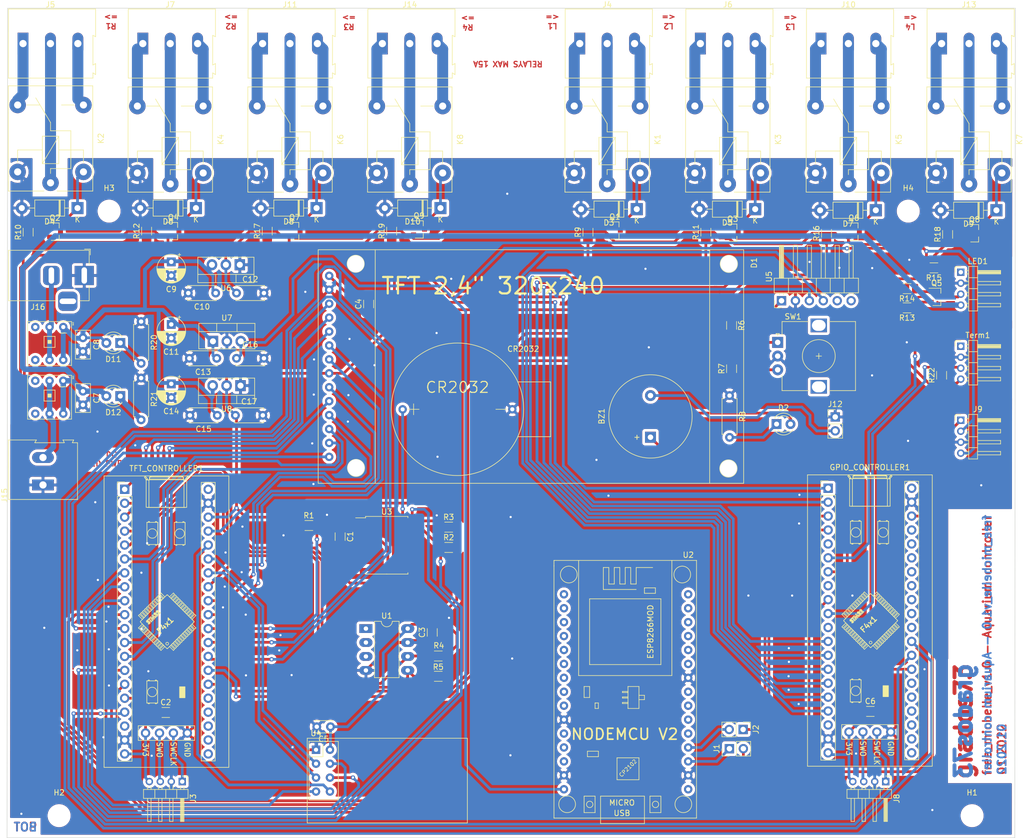
<source format=kicad_pcb>
(kicad_pcb (version 20171130) (host pcbnew "(5.1.8)-1")
  (title_block (title free_michelle) (date 2022-01-14) (rev v1.0) (company grados73))
  (layers (0 F.Cu signal) (31 B.Cu signal) (34 B.Paste user) (35 F.Paste user) (36 B.SilkS user) (37 F.SilkS user) (38 B.Mask user) (39 F.Mask user) (44 Edge.Cuts user))
  (net 0 "")
  (net 1 Buzzer_PA1)
  (net 2 "Net-(BZ1-Pad2)")
  (net 3 +3V3)
  (net 4 GND)
  (net 5 +5V)
  (net 6 +9V)
  (net 7 +3.3VP)
  (net 8 "Net-(CR2032-Pad1)")
  (net 9 TFT_CS_PB12)
  (net 10 TFT_RST_PB13)
  (net 11 TFT_DC_PB14)
  (net 12 TFT_MOSI_PA7)
  (net 13 TFT_SCK_PA5)
  (net 14 TFT_MISO_PA6)
  (net 15 T_TFT_SCK_PB3)
  (net 16 T_TFT_CS_PB10)
  (net 17 T_TFT_MOSI_PB5)
  (net 18 T_TFT_MISO_PB4)
  (net 19 T_TFT_IRQ_PA9)
  (net 20 "Net-(D2-Pad1)")
  (net 21 USER_LED_PA10)
  (net 22 "Net-(D3-Pad1)")
  (net 23 "Net-(D4-Pad1)")
  (net 24 "Net-(D5-Pad1)")
  (net 25 "Net-(D6-Pad1)")
  (net 26 "Net-(D7-Pad1)")
  (net 27 "Net-(D8-Pad1)")
  (net 28 "Net-(D9-Pad1)")
  (net 29 "Net-(D10-Pad1)")
  (net 30 "Net-(D11-Pad1)")
  (net 31 "Net-(D12-Pad1)")
  (net 32 "Net-(GPIO_CONTROLLER1-Pad1)")
  (net 33 "Net-(GPIO_CONTROLLER1-Pad2)")
  (net 34 "Net-(GPIO_CONTROLLER1-Pad38)")
  (net 35 "Net-(GPIO_CONTROLLER1-Pad3)")
  (net 36 BMP_SDA_PB9)
  (net 37 "Net-(GPIO_CONTROLLER1-Pad4)")
  (net 38 BMP_SCL_PB8)
  (net 39 "Net-(GPIO_CONTROLLER1-Pad5)")
  (net 40 LIGHT1_PB7)
  (net 41 "Net-(GPIO_CONTROLLER1-Pad6)")
  (net 42 LIGHT2_PB6)
  (net 43 LIGHT3_PB5)
  (net 44 "Net-(GPIO_CONTROLLER1-Pad8)")
  (net 45 LIGHT4_PB4)
  (net 46 "Net-(GPIO_CONTROLLER1-Pad9)")
  (net 47 "Net-(GPIO_CONTROLLER1-Pad31)")
  (net 48 "Net-(GPIO_CONTROLLER1-Pad10)")
  (net 49 DS18B20_1WIRE_PA15)
  (net 50 "Net-(GPIO_CONTROLLER1-Pad11)")
  (net 51 A02YYUW_U6_RX_PA12)
  (net 52 "Net-(GPIO_CONTROLLER1-Pad12)")
  (net 53 "Net-(GPIO_CONTROLLER1-Pad28)")
  (net 54 "Net-(GPIO_CONTROLLER1-Pad13)")
  (net 55 "Net-(GPIO_CONTROLLER1-Pad14)")
  (net 56 WS2812b_PA9)
  (net 57 "Net-(GPIO_CONTROLLER1-Pad15)")
  (net 58 "Net-(GPIO_CONTROLLER1-Pad25)")
  (net 59 "Net-(GPIO_CONTROLLER1-Pad16)")
  (net 60 RELAY1_PB15)
  (net 61 "Net-(GPIO_CONTROLLER1-Pad17)")
  (net 62 RELAY2_PB14)
  (net 63 RELAY3_PB13)
  (net 64 RELAY4_PB12)
  (net 65 "Net-(GPIO_CONTROLLER1-Pad20)")
  (net 66 "Net-(GPIO_CONTROLLER1-Pad42)")
  (net 67 "Net-(GPIO_CONTROLLER1-Pad43)")
  (net 68 "Net-(J1-Pad1)")
  (net 69 ESP_TX_RX_STM__U1_PB7)
  (net 70 "Net-(J2-Pad2)")
  (net 71 ESP_RX_TX_STM__U1_PA15)
  (net 72 "Net-(J3-Pad3)")
  (net 73 "Net-(J4-Pad3)")
  (net 74 "Net-(J4-Pad2)")
  (net 75 "Net-(J4-Pad1)")
  (net 76 "Net-(J5-Pad1)")
  (net 77 "Net-(J5-Pad2)")
  (net 78 "Net-(J5-Pad3)")
  (net 79 "Net-(J6-Pad1)")
  (net 80 "Net-(J6-Pad2)")
  (net 81 "Net-(J6-Pad3)")
  (net 82 "Net-(J7-Pad1)")
  (net 83 "Net-(J7-Pad2)")
  (net 84 "Net-(J7-Pad3)")
  (net 85 "Net-(J10-Pad3)")
  (net 86 "Net-(J10-Pad2)")
  (net 87 "Net-(J10-Pad1)")
  (net 88 "Net-(J11-Pad3)")
  (net 89 "Net-(J11-Pad2)")
  (net 90 "Net-(J11-Pad1)")
  (net 91 "Net-(J13-Pad3)")
  (net 92 "Net-(J13-Pad2)")
  (net 93 "Net-(J13-Pad1)")
  (net 94 "Net-(J14-Pad1)")
  (net 95 "Net-(J14-Pad2)")
  (net 96 "Net-(J14-Pad3)")
  (net 97 "Net-(J15-Pad2)")
  (net 98 "Net-(J16-Pad2)")
  (net 99 +5VP)
  (net 100 "Net-(Q1-Pad1)")
  (net 101 "Net-(Q2-Pad1)")
  (net 102 "Net-(Q3-Pad1)")
  (net 103 "Net-(Q4-Pad1)")
  (net 104 "Net-(Q5-Pad1)")
  (net 105 "Net-(Q6-Pad1)")
  (net 106 "Net-(Q7-Pad1)")
  (net 107 "Net-(Q8-Pad1)")
  (net 108 "Net-(Q9-Pad1)")
  (net 109 DS3231_IRQ_PA4)
  (net 110 DS3231_SCL_PB6)
  (net 111 EEPROM_SCL_PA8)
  (net 112 EEPROM_SDA_PB8)
  (net 113 ENC_DT_PA0)
  (net 114 ENC_CLK_PA1)
  (net 115 "Net-(Term1-Pad1)")
  (net 116 "Net-(TFT_CONTROLLER1-Pad20)")
  (net 117 DS3231_RST_PB15)
  (net 118 nRF24_IRQ_PB2)
  (net 119 nRF24_CE_PB1)
  (net 120 nRF24_SCK_PB0)
  (net 121 nRF24_MOSI_PA10)
  (net 122 nRF24_CSN_PA11)
  (net 123 nRF24_MISO_PA12)
  (net 124 "Net-(TFT_CONTROLLER1-Pad5)")
  (net 125 "Net-(TFT_CONTROLLER1-Pad4)")
  (net 126 DS3231_SDA_PB9)
  (net 127 "Net-(TFT_CONTROLLER1-Pad3)")
  (net 128 "Net-(TFT_CONTROLLER1-Pad38)")
  (net 129 "Net-(TFT_CONTROLLER1-Pad2)")
  (net 130 "Net-(TFT_CONTROLLER1-Pad1)")
  (net 131 "Net-(U1-Pad1)")
  (net 132 "Net-(U1-Pad2)")
  (net 133 "Net-(U1-Pad3)")
  (net 134 "Net-(U2-Pad1)")
  (net 135 "Net-(U2-Pad2)")
  (net 136 "Net-(U2-Pad3)")
  (net 137 "Net-(U2-Pad4)")
  (net 138 "Net-(U2-Pad5)")
  (net 139 "Net-(U2-Pad6)")
  (net 140 "Net-(U2-Pad7)")
  (net 141 "Net-(U2-Pad8)")
  (net 142 "Net-(U2-Pad9)")
  (net 143 "Net-(U2-Pad11)")
  (net 144 "Net-(U2-Pad12)")
  (net 145 "Net-(U2-Pad13)")
  (net 146 "Net-(U2-Pad16)")
  (net 147 "Net-(U2-Pad17)")
  (net 148 "Net-(U2-Pad18)")
  (net 149 "Net-(U2-Pad19)")
  (net 150 "Net-(U2-Pad20)")
  (net 151 "Net-(U2-Pad21)")
  (net 152 "Net-(U2-Pad23)")
  (net 153 "Net-(U2-Pad24)")
  (net 154 "Net-(U2-Pad25)")
  (net 155 "Net-(U2-Pad26)")
  (net 156 "Net-(U2-Pad30)")
  (net 157 "Net-(U3-Pad1)")
  (net 158 "Net-(U5-Pad5)")
  (net 159 "Net-(U5-Pad6)")
  (net 160 "Net-(J3-Pad1)")
  (net 161 "Net-(LED1-Pad3)")
  (net 162 "Net-(LED1-Pad1)")
  (module MountingHole:MountingHole_3.2mm_M3 (layer F.Cu) (at 189.42 52.76)
    (fp_text reference H4 (at 0 -4.2) (layer F.SilkS))
    (fp_text value MountingHole)
    (pad 1 np_thru_hole circle (at 0 0) (size 3.2 3.2) (drill 3.2) (layers *.Cu *.Mask))
  )
  (module MountingHole:MountingHole_3.2mm_M3 (layer F.Cu) (at 43.66 52.76)
    (fp_text reference H3 (at 0 -4.2) (layer F.SilkS))
    (fp_text value MountingHole)
    (pad 1 np_thru_hole circle (at 0 0) (size 3.2 3.2) (drill 3.2) (layers *.Cu *.Mask))
  )
  (module MountingHole:MountingHole_3.2mm_M3 (layer F.Cu) (at 34.54 163.02)
    (fp_text reference H2 (at 0 -4.2) (layer F.SilkS))
    (fp_text value MountingHole)
    (pad 1 np_thru_hole circle (at 0 0) (size 3.2 3.2) (drill 3.2) (layers *.Cu *.Mask))
  )
  (module MountingHole:MountingHole_3.2mm_M3 (layer F.Cu) (at 201.06 163.02)
    (fp_text reference H1 (at 0 -4.2) (layer F.SilkS))
    (fp_text value MountingHole)
    (pad 1 np_thru_hole circle (at 0 0) (size 3.2 3.2) (drill 3.2) (layers *.Cu *.Mask))
  )
  (module Package_TO_SOT_THT:TO-220-3_Vertical (layer F.Cu) (at 67.63 84.59 180)
    (fp_text reference U8 (at 2.54 -4.27) (layer F.SilkS))
    (fp_text value LD1117AV33)
    (pad 3 thru_hole oval (at 5.08 0 180) (size 1.905 2) (drill 1.1) (layers *.Cu *.Mask) (net 6 +9V))
    (pad 2 thru_hole oval (at 2.54 0 180) (size 1.905 2) (drill 1.1) (layers *.Cu *.Mask) (net 3 +3V3))
    (pad 1 thru_hole rect (at 0 0 180) (size 1.905 2) (drill 1.1) (layers *.Cu *.Mask) (net 4 GND))
  )
  (module Package_TO_SOT_THT:TO-220-3_Vertical (layer F.Cu) (at 67.5 62.54 180)
    (fp_text reference U6 (at 2.54 -4.27) (layer F.SilkS))
    (fp_text value LD1117AV33)
    (pad 3 thru_hole oval (at 5.08 0 180) (size 1.905 2) (drill 1.1) (layers *.Cu *.Mask) (net 6 +9V))
    (pad 2 thru_hole oval (at 2.54 0 180) (size 1.905 2) (drill 1.1) (layers *.Cu *.Mask) (net 7 +3.3VP))
    (pad 1 thru_hole rect (at 0 0 180) (size 1.905 2) (drill 1.1) (layers *.Cu *.Mask) (net 4 GND))
  )
  (module Connector_PinHeader_2.54mm:PinHeader_1x06_P2.54mm_Horizontal (layer F.Cu) (at 166.3 69.1 90)
    (fp_text reference U5 (at 4.385 -2.27 90) (layer F.SilkS))
    (fp_text value BMP280)
    (pad 6 thru_hole oval (at 0 12.7 90) (size 1.7 1.7) (drill 1) (layers *.Cu *.Mask) (net 159 "Net-(U5-Pad6)"))
    (pad 5 thru_hole oval (at 0 10.16 90) (size 1.7 1.7) (drill 1) (layers *.Cu *.Mask) (net 158 "Net-(U5-Pad5)"))
    (pad 4 thru_hole oval (at 0 7.62 90) (size 1.7 1.7) (drill 1) (layers *.Cu *.Mask) (net 36 BMP_SDA_PB9))
    (pad 3 thru_hole oval (at 0 5.08 90) (size 1.7 1.7) (drill 1) (layers *.Cu *.Mask) (net 38 BMP_SCL_PB8))
    (pad 2 thru_hole oval (at 0 2.54 90) (size 1.7 1.7) (drill 1) (layers *.Cu *.Mask) (net 4 GND))
    (pad 1 thru_hole rect (at 0 0 90) (size 1.7 1.7) (drill 1) (layers *.Cu *.Mask) (net 3 +3V3))
  )
  (module grados73:grados73_BlackPill_STM32F4x1 (layer F.Cu) (at 46.5 103.5)
    (fp_text reference TFT_CONTROLLER1 (at 7.62 -3.81) (layer F.SilkS))
    (fp_text value BlackPill_STM32F4x1_grados73 hide)
    (fp_text user F4x1 (at 7.4 24.81 45) (layer F.SilkS) (effects (font (thickness 0.2))))
    (fp_text user 3V3 (at 3.81 47.498 270 unlocked) (layer F.SilkS) (effects (font (size 1 0.9))))
    (fp_text user SWO (at 6.35 47.498 270 unlocked) (layer F.SilkS) (effects (font (size 1 0.9))))
    (fp_text user SWCLK (at 8.89 48.26 270 unlocked) (layer F.SilkS) (effects (font (size 1 0.9))))
    (fp_text user GND (at 11.43 47.498 270 unlocked) (layer F.SilkS) (effects (font (size 1 0.9))))
    (pad 44 thru_hole circle (at 3.81 44.45) (size 1.7 1.7) (drill 1) (layers *.Cu *.Mask) (net 3 +3V3))
    (pad 43 thru_hole circle (at 6.35 44.45) (size 1.7 1.7) (drill 1) (layers *.Cu *.Mask) (net 72 "Net-(J3-Pad3)"))
    (pad 42 thru_hole circle (at 8.89 44.45) (size 1.7 1.7) (drill 1) (layers *.Cu *.Mask) (net 160 "Net-(J3-Pad1)"))
    (pad 41 thru_hole circle (at 11.43 44.45) (size 1.7 1.7) (drill 1) (layers *.Cu *.Mask) (net 4 GND))
    (pad 20 thru_hole circle (at 15.24 0) (size 1.7 1.7) (drill 1) (layers *.Cu *.Mask) (net 116 "Net-(TFT_CONTROLLER1-Pad20)"))
    (pad 21 thru_hole rect (at 0 0) (size 1.7 1.7) (drill 1) (layers *.Cu *.Mask) (net 9 TFT_CS_PB12))
    (pad 19 thru_hole circle (at 15.24 2.54) (size 1.7 1.7) (drill 1) (layers *.Cu *.Mask) (net 4 GND))
    (pad 22 thru_hole circle (at 0 2.54) (size 1.7 1.7) (drill 1) (layers *.Cu *.Mask) (net 10 TFT_RST_PB13))
    (pad 18 thru_hole circle (at 15.24 5.08) (size 1.7 1.7) (drill 1) (layers *.Cu *.Mask) (net 3 +3V3))
    (pad 23 thru_hole circle (at 0 5.08) (size 1.7 1.7) (drill 1) (layers *.Cu *.Mask) (net 11 TFT_DC_PB14))
    (pad 17 thru_hole circle (at 15.24 7.62) (size 1.7 1.7) (drill 1) (layers *.Cu *.Mask) (net 16 T_TFT_CS_PB10))
    (pad 24 thru_hole circle (at 0 7.62) (size 1.7 1.7) (drill 1) (layers *.Cu *.Mask) (net 117 DS3231_RST_PB15))
    (pad 16 thru_hole circle (at 15.24 10.16) (size 1.7 1.7) (drill 1) (layers *.Cu *.Mask) (net 118 nRF24_IRQ_PB2))
    (pad 25 thru_hole circle (at 0 10.16) (size 1.7 1.7) (drill 1) (layers *.Cu *.Mask) (net 111 EEPROM_SCL_PA8))
    (pad 15 thru_hole circle (at 15.24 12.7) (size 1.7 1.7) (drill 1) (layers *.Cu *.Mask) (net 119 nRF24_CE_PB1))
    (pad 26 thru_hole circle (at 0 12.7) (size 1.7 1.7) (drill 1) (layers *.Cu *.Mask) (net 19 T_TFT_IRQ_PA9))
    (pad 14 thru_hole circle (at 15.24 15.24) (size 1.7 1.7) (drill 1) (layers *.Cu *.Mask) (net 120 nRF24_SCK_PB0))
    (pad 27 thru_hole circle (at 0 15.24) (size 1.7 1.7) (drill 1) (layers *.Cu *.Mask) (net 121 nRF24_MOSI_PA10))
    (pad 13 thru_hole circle (at 15.24 17.78) (size 1.7 1.7) (drill 1) (layers *.Cu *.Mask) (net 12 TFT_MOSI_PA7))
    (pad 28 thru_hole circle (at 0 17.78) (size 1.7 1.7) (drill 1) (layers *.Cu *.Mask) (net 122 nRF24_CSN_PA11))
    (pad 12 thru_hole circle (at 15.24 20.32) (size 1.7 1.7) (drill 1) (layers *.Cu *.Mask) (net 14 TFT_MISO_PA6))
    (pad 29 thru_hole circle (at 0 20.32) (size 1.7 1.7) (drill 1) (layers *.Cu *.Mask) (net 123 nRF24_MISO_PA12))
    (pad 11 thru_hole circle (at 15.24 22.86) (size 1.7 1.7) (drill 1) (layers *.Cu *.Mask) (net 13 TFT_SCK_PA5))
    (pad 30 thru_hole circle (at 0 22.86) (size 1.7 1.7) (drill 1) (layers *.Cu *.Mask) (net 71 ESP_RX_TX_STM__U1_PA15))
    (pad 10 thru_hole circle (at 15.24 25.4) (size 1.7 1.7) (drill 1) (layers *.Cu *.Mask) (net 109 DS3231_IRQ_PA4))
    (pad 31 thru_hole circle (at 0 25.4) (size 1.7 1.7) (drill 1) (layers *.Cu *.Mask) (net 15 T_TFT_SCK_PB3))
    (pad 9 thru_hole circle (at 15.24 27.94) (size 1.7 1.7) (drill 1) (layers *.Cu *.Mask) (net 44 "Net-(GPIO_CONTROLLER1-Pad8)"))
    (pad 32 thru_hole circle (at 0 27.94) (size 1.7 1.7) (drill 1) (layers *.Cu *.Mask) (net 18 T_TFT_MISO_PB4))
    (pad 8 thru_hole circle (at 15.24 30.48) (size 1.7 1.7) (drill 1) (layers *.Cu *.Mask) (net 46 "Net-(GPIO_CONTROLLER1-Pad9)"))
    (pad 33 thru_hole circle (at 0 30.48) (size 1.7 1.7) (drill 1) (layers *.Cu *.Mask) (net 17 T_TFT_MOSI_PB5))
    (pad 7 thru_hole circle (at 15.24 33.02) (size 1.7 1.7) (drill 1) (layers *.Cu *.Mask) (net 114 ENC_CLK_PA1))
    (pad 34 thru_hole circle (at 0 33.02) (size 1.7 1.7) (drill 1) (layers *.Cu *.Mask) (net 110 DS3231_SCL_PB6))
    (pad 6 thru_hole circle (at 15.24 35.56) (size 1.7 1.7) (drill 1) (layers *.Cu *.Mask) (net 113 ENC_DT_PA0))
    (pad 35 thru_hole circle (at 0 35.56) (size 1.7 1.7) (drill 1) (layers *.Cu *.Mask) (net 69 ESP_TX_RX_STM__U1_PB7))
    (pad 5 thru_hole circle (at 15.24 38.1) (size 1.7 1.7) (drill 1) (layers *.Cu *.Mask) (net 124 "Net-(TFT_CONTROLLER1-Pad5)"))
    (pad 36 thru_hole circle (at 0 38.1) (size 1.7 1.7) (drill 1) (layers *.Cu *.Mask) (net 112 EEPROM_SDA_PB8))
    (pad 4 thru_hole circle (at 15.24 40.64) (size 1.7 1.7) (drill 1) (layers *.Cu *.Mask) (net 125 "Net-(TFT_CONTROLLER1-Pad4)"))
    (pad 37 thru_hole circle (at 0 40.64) (size 1.7 1.7) (drill 1) (layers *.Cu *.Mask) (net 126 DS3231_SDA_PB9))
    (pad 3 thru_hole circle (at 15.24 43.18) (size 1.7 1.7) (drill 1) (layers *.Cu *.Mask) (net 127 "Net-(TFT_CONTROLLER1-Pad3)"))
    (pad 38 thru_hole circle (at 0 43.18) (size 1.7 1.7) (drill 1) (layers *.Cu *.Mask) (net 128 "Net-(TFT_CONTROLLER1-Pad38)"))
    (pad 2 thru_hole circle (at 15.24 45.72) (size 1.7 1.7) (drill 1) (layers *.Cu *.Mask) (net 129 "Net-(TFT_CONTROLLER1-Pad2)"))
    (pad 39 thru_hole circle (at 0 45.72) (size 1.7 1.7) (drill 1) (layers *.Cu *.Mask) (net 4 GND))
    (pad 1 thru_hole circle (at 15.24 48.26) (size 1.7 1.7) (drill 1) (layers *.Cu *.Mask) (net 130 "Net-(TFT_CONTROLLER1-Pad1)"))
    (pad 40 thru_hole circle (at 0 48.26) (size 1.7 1.7) (drill 1) (layers *.Cu *.Mask) (net 3 +3V3))
  )
  (module Capacitor_THT:C_Disc_D5.0mm_W2.5mm_P2.50mm (layer F.Cu) (at 38.89 75.86 270)
    (fp_text reference C8 (at 1.25 -2.5 90) (layer F.SilkS))
    (fp_text value 100nF)
    (pad 2 thru_hole circle (at 2.5 0 270) (size 1.6 1.6) (drill 0.8) (layers *.Cu *.Mask) (net 4 GND))
    (pad 1 thru_hole circle (at 0 0 270) (size 1.6 1.6) (drill 0.8) (layers *.Cu *.Mask) (net 6 +9V))
  )
  (module Capacitor_THT:C_Disc_D5.0mm_W2.5mm_P2.50mm (layer F.Cu) (at 38.89 85.6 270)
    (fp_text reference C7 (at 1.25 -2.5 90) (layer F.SilkS))
    (fp_text value 100nF)
    (pad 2 thru_hole circle (at 2.5 0 270) (size 1.6 1.6) (drill 0.8) (layers *.Cu *.Mask) (net 4 GND))
    (pad 1 thru_hole circle (at 0 0 270) (size 1.6 1.6) (drill 0.8) (layers *.Cu *.Mask) (net 99 +5VP))
  )
  (module Resistor_SMD:R_1206_3216Metric (layer F.Cu) (at 195.5 82.7 90)
    (fp_text reference R22 (at 0 -1.82 90) (layer F.SilkS))
    (fp_text value 4K7)
    (pad 2 smd roundrect (at 1.4625 0 90) (size 1.125 1.75) (layers F.Cu F.Paste F.Mask) (roundrect_rratio 0.222222) (net 49 DS18B20_1WIRE_PA15))
    (pad 1 smd roundrect (at -1.4625 0 90) (size 1.125 1.75) (layers F.Cu F.Paste F.Mask) (roundrect_rratio 0.222222) (net 3 +3V3))
  )
  (module Connector_PinHeader_2.00mm:PinHeader_1x04_P2.00mm_Horizontal (layer F.Cu) (at 199 63.9)
    (fp_text reference LED1 (at 3.1 -2) (layer F.SilkS))
    (fp_text value WS2812b_GROVE)
    (pad 4 thru_hole oval (at 0 6) (size 1.35 1.35) (drill 0.8) (layers *.Cu *.Mask) (net 99 +5VP))
    (pad 3 thru_hole oval (at 0 4) (size 1.35 1.35) (drill 0.8) (layers *.Cu *.Mask) (net 161 "Net-(LED1-Pad3)"))
    (pad 2 thru_hole oval (at 0 2) (size 1.35 1.35) (drill 0.8) (layers *.Cu *.Mask) (net 4 GND))
    (pad 1 thru_hole rect (at 0 0) (size 1.35 1.35) (drill 0.8) (layers *.Cu *.Mask) (net 162 "Net-(LED1-Pad1)"))
  )
  (module Connector_PinHeader_2.00mm:PinHeader_1x04_P2.00mm_Horizontal (layer F.Cu) (at 199 77.4)
    (fp_text reference Term1 (at 3.1 -2) (layer F.SilkS))
    (fp_text value DS18B20_GroveCON)
    (pad 4 thru_hole oval (at 0 6) (size 1.35 1.35) (drill 0.8) (layers *.Cu *.Mask) (net 3 +3V3))
    (pad 3 thru_hole oval (at 0 4) (size 1.35 1.35) (drill 0.8) (layers *.Cu *.Mask) (net 49 DS18B20_1WIRE_PA15))
    (pad 2 thru_hole oval (at 0 2) (size 1.35 1.35) (drill 0.8) (layers *.Cu *.Mask) (net 4 GND))
    (pad 1 thru_hole rect (at 0 0) (size 1.35 1.35) (drill 0.8) (layers *.Cu *.Mask) (net 115 "Net-(Term1-Pad1)"))
  )
  (module Buzzer_Beeper:Buzzer_15x7.5RM7.6 (layer F.Cu) (at 142.4 94 90)
    (fp_text reference BZ1 (at 3.81 -8.89 90) (layer F.SilkS))
    (fp_text value Buzzer)
    (fp_text user + (at -0.01 -2.54 90) (layer F.SilkS))
    (pad 2 thru_hole circle (at 7.6 0 90) (size 2 2) (drill 1) (layers *.Cu *.Mask) (net 2 "Net-(BZ1-Pad2)"))
    (pad 1 thru_hole rect (at 0 0 90) (size 2 2) (drill 1) (layers *.Cu *.Mask) (net 1 Buzzer_PA1))
  )
  (module Capacitor_SMD:C_1206_3216Metric (layer F.Cu) (at 85.8 112.125 270)
    (fp_text reference C1 (at 0 -1.85 90) (layer F.SilkS))
    (fp_text value 100nF)
    (pad 2 smd roundrect (at 1.475 0 270) (size 1.15 1.8) (layers F.Cu F.Paste F.Mask) (roundrect_rratio 0.217391) (net 4 GND))
    (pad 1 smd roundrect (at -1.475 0 270) (size 1.15 1.8) (layers F.Cu F.Paste F.Mask) (roundrect_rratio 0.217391) (net 3 +3V3))
  )
  (module Capacitor_SMD:C_1206_3216Metric (layer F.Cu) (at 54 144.2)
    (fp_text reference C2 (at 0 -1.85) (layer F.SilkS))
    (fp_text value 100nF)
    (pad 2 smd roundrect (at 1.475 0) (size 1.15 1.8) (layers F.Cu F.Paste F.Mask) (roundrect_rratio 0.217391) (net 4 GND))
    (pad 1 smd roundrect (at -1.475 0) (size 1.15 1.8) (layers F.Cu F.Paste F.Mask) (roundrect_rratio 0.217391) (net 3 +3V3))
  )
  (module Capacitor_SMD:C_1206_3216Metric (layer F.Cu) (at 102.6 129.6 90)
    (fp_text reference C3 (at 0 -1.85 90) (layer F.SilkS))
    (fp_text value 100nF)
    (pad 2 smd roundrect (at 1.475 0 90) (size 1.15 1.8) (layers F.Cu F.Paste F.Mask) (roundrect_rratio 0.217391) (net 3 +3V3))
    (pad 1 smd roundrect (at -1.475 0 90) (size 1.15 1.8) (layers F.Cu F.Paste F.Mask) (roundrect_rratio 0.217391) (net 4 GND))
  )
  (module Capacitor_SMD:C_1206_3216Metric (layer F.Cu) (at 91 69.7 90)
    (fp_text reference C4 (at 0 -1.85 90) (layer F.SilkS))
    (fp_text value 100nF)
    (pad 2 smd roundrect (at 1.475 0 90) (size 1.15 1.8) (layers F.Cu F.Paste F.Mask) (roundrect_rratio 0.217391) (net 3 +3V3))
    (pad 1 smd roundrect (at -1.475 0 90) (size 1.15 1.8) (layers F.Cu F.Paste F.Mask) (roundrect_rratio 0.217391) (net 4 GND))
  )
  (module Capacitor_THT:C_Disc_D3.0mm_W2.0mm_P2.50mm (layer F.Cu) (at 84.04 146.8 180)
    (fp_text reference C5 (at 1.25 -2.25) (layer F.SilkS))
    (fp_text value 1uF)
    (pad 2 thru_hole circle (at 2.5 0 180) (size 1.6 1.6) (drill 0.8) (layers *.Cu *.Mask) (net 4 GND))
    (pad 1 thru_hole circle (at 0 0 180) (size 1.6 1.6) (drill 0.8) (layers *.Cu *.Mask) (net 3 +3V3))
  )
  (module Capacitor_SMD:C_1206_3216Metric (layer F.Cu) (at 182.5 144)
    (fp_text reference C6 (at 0 -1.85) (layer F.SilkS))
    (fp_text value 100nF)
    (pad 2 smd roundrect (at 1.475 0) (size 1.15 1.8) (layers F.Cu F.Paste F.Mask) (roundrect_rratio 0.217391) (net 4 GND))
    (pad 1 smd roundrect (at -1.475 0) (size 1.15 1.8) (layers F.Cu F.Paste F.Mask) (roundrect_rratio 0.217391) (net 3 +3V3))
  )
  (module Capacitor_THT:CP_Radial_D5.0mm_P2.50mm (layer F.Cu) (at 55 62.01 270)
    (fp_text reference C9 (at 5 0 180) (layer F.SilkS))
    (fp_text value 47uF)
    (pad 2 thru_hole circle (at 2.5 0 270) (size 1.6 1.6) (drill 0.8) (layers *.Cu *.Mask) (net 4 GND))
    (pad 1 thru_hole rect (at 0 0 270) (size 1.6 1.6) (drill 0.8) (layers *.Cu *.Mask) (net 6 +9V))
  )
  (module Capacitor_THT:C_Disc_D5.0mm_W2.5mm_P5.00mm (layer F.Cu) (at 63.1 67.7 180)
    (fp_text reference C10 (at 2.5 -2.5) (layer F.SilkS))
    (fp_text value 100nF)
    (pad 2 thru_hole circle (at 5 0 180) (size 1.6 1.6) (drill 0.8) (layers *.Cu *.Mask) (net 4 GND))
    (pad 1 thru_hole circle (at 0 0 180) (size 1.6 1.6) (drill 0.8) (layers *.Cu *.Mask) (net 6 +9V))
  )
  (module Capacitor_THT:CP_Radial_D5.0mm_P2.50mm (layer F.Cu) (at 55 73.42 270)
    (fp_text reference C11 (at 5 0 180) (layer F.SilkS))
    (fp_text value 47uF)
    (pad 2 thru_hole circle (at 2.5 0 270) (size 1.6 1.6) (drill 0.8) (layers *.Cu *.Mask) (net 4 GND))
    (pad 1 thru_hole rect (at 0 0 270) (size 1.6 1.6) (drill 0.8) (layers *.Cu *.Mask) (net 6 +9V))
  )
  (module Capacitor_THT:C_Disc_D5.0mm_W2.5mm_P5.00mm (layer F.Cu) (at 66.9 67.7)
    (fp_text reference C12 (at 2.5 -2.5) (layer F.SilkS))
    (fp_text value 100nF)
    (pad 2 thru_hole circle (at 5 0) (size 1.6 1.6) (drill 0.8) (layers *.Cu *.Mask) (net 4 GND))
    (pad 1 thru_hole circle (at 0 0) (size 1.6 1.6) (drill 0.8) (layers *.Cu *.Mask) (net 7 +3.3VP))
  )
  (module Capacitor_THT:C_Disc_D5.0mm_W2.5mm_P5.00mm (layer F.Cu) (at 63.3 79.6 180)
    (fp_text reference C13 (at 2.5 -2.5) (layer F.SilkS))
    (fp_text value 100nF)
    (pad 2 thru_hole circle (at 5 0 180) (size 1.6 1.6) (drill 0.8) (layers *.Cu *.Mask) (net 4 GND))
    (pad 1 thru_hole circle (at 0 0 180) (size 1.6 1.6) (drill 0.8) (layers *.Cu *.Mask) (net 6 +9V))
  )
  (module Capacitor_THT:CP_Radial_D5.0mm_P2.50mm (layer F.Cu) (at 55 84.26 270)
    (fp_text reference C14 (at 5 0 180) (layer F.SilkS))
    (fp_text value 47uF)
    (pad 2 thru_hole circle (at 2.5 0 270) (size 1.6 1.6) (drill 0.8) (layers *.Cu *.Mask) (net 4 GND))
    (pad 1 thru_hole rect (at 0 0 270) (size 1.6 1.6) (drill 0.8) (layers *.Cu *.Mask) (net 6 +9V))
  )
  (module Capacitor_THT:C_Disc_D5.0mm_W2.5mm_P5.00mm (layer F.Cu) (at 63.4 90 180)
    (fp_text reference C15 (at 2.5 -2.5) (layer F.SilkS))
    (fp_text value 100nF)
    (pad 2 thru_hole circle (at 5 0 180) (size 1.6 1.6) (drill 0.8) (layers *.Cu *.Mask) (net 4 GND))
    (pad 1 thru_hole circle (at 0 0 180) (size 1.6 1.6) (drill 0.8) (layers *.Cu *.Mask) (net 6 +9V))
  )
  (module Capacitor_THT:C_Disc_D5.0mm_W2.5mm_P5.00mm (layer F.Cu) (at 66.9 79.6)
    (fp_text reference C16 (at 2.5 -2.5) (layer F.SilkS))
    (fp_text value 100nF)
    (pad 2 thru_hole circle (at 5 0) (size 1.6 1.6) (drill 0.8) (layers *.Cu *.Mask) (net 4 GND))
    (pad 1 thru_hole circle (at 0 0) (size 1.6 1.6) (drill 0.8) (layers *.Cu *.Mask) (net 5 +5V))
  )
  (module Capacitor_THT:C_Disc_D5.0mm_W2.5mm_P5.00mm (layer F.Cu) (at 66.7 90)
    (fp_text reference C17 (at 2.5 -2.5) (layer F.SilkS))
    (fp_text value 100nF)
    (pad 2 thru_hole circle (at 5 0) (size 1.6 1.6) (drill 0.8) (layers *.Cu *.Mask) (net 4 GND))
    (pad 1 thru_hole circle (at 0 0) (size 1.6 1.6) (drill 0.8) (layers *.Cu *.Mask) (net 3 +3V3))
  )
  (module grados73:CR2032_KOSZYK (layer F.Cu) (at 107.2 77.9)
    (fp_text reference CR2032 (at 12 0) (layer F.SilkS))
    (fp_text value 3V)
    (fp_text user CR2032 (at 0 7) (layer F.SilkS) (effects (font (size 2 2) (thickness 0.2))))
    (pad 2 thru_hole circle (at 10 11) (size 1.524 1.524) (drill 0.762) (layers *.Cu *.Mask) (net 4 GND))
    (pad 1 thru_hole circle (at -10 11.01) (size 1.524 1.524) (drill 0.762) (layers *.Cu *.Mask) (net 8 "Net-(CR2032-Pad1)"))
  )
  (module grados73:TFT_2_4_c_240x320_SPI (layer F.Cu) (at 109.2 54.4)
    (fp_text reference D1 (at 52.1 7.8 90) (layer F.SilkS))
    (fp_text value TFT_320x240_ILI9341)
    (fp_text user "TFT 2,4\" 320x240" (at 4.5 12) (layer F.SilkS) (effects (font (size 3 3) (thickness 0.4))))
    (pad 14 thru_hole circle (at -25.4 43.18) (size 1.524 1.524) (drill 0.762) (layers *.Cu *.Mask) (net 19 T_TFT_IRQ_PA9))
    (pad 13 thru_hole circle (at -25.4 40.64) (size 1.524 1.524) (drill 0.762) (layers *.Cu *.Mask) (net 18 T_TFT_MISO_PB4))
    (pad 12 thru_hole circle (at -25.4 38.1) (size 1.524 1.524) (drill 0.762) (layers *.Cu *.Mask) (net 17 T_TFT_MOSI_PB5))
    (pad 11 thru_hole circle (at -25.4 35.56) (size 1.524 1.524) (drill 0.762) (layers *.Cu *.Mask) (net 16 T_TFT_CS_PB10))
    (pad 10 thru_hole circle (at -25.4 33.02) (size 1.524 1.524) (drill 0.762) (layers *.Cu *.Mask) (net 15 T_TFT_SCK_PB3))
    (pad 9 thru_hole circle (at -25.4 30.48) (size 1.524 1.524) (drill 0.762) (layers *.Cu *.Mask) (net 14 TFT_MISO_PA6))
    (pad 8 thru_hole circle (at -25.4 27.94) (size 1.524 1.524) (drill 0.762) (layers *.Cu *.Mask) (net 3 +3V3))
    (pad 7 thru_hole circle (at -25.4 25.4) (size 1.524 1.524) (drill 0.762) (layers *.Cu *.Mask) (net 13 TFT_SCK_PA5))
    (pad 6 thru_hole circle (at -25.4 22.86) (size 1.524 1.524) (drill 0.762) (layers *.Cu *.Mask) (net 12 TFT_MOSI_PA7))
    (pad 5 thru_hole circle (at -25.4 20.32) (size 1.524 1.524) (drill 0.762) (layers *.Cu *.Mask) (net 11 TFT_DC_PB14))
    (pad 4 thru_hole circle (at -25.4 17.78) (size 1.524 1.524) (drill 0.762) (layers *.Cu *.Mask) (net 10 TFT_RST_PB13))
    (pad 3 thru_hole circle (at -25.4 15.24) (size 1.524 1.524) (drill 0.762) (layers *.Cu *.Mask) (net 9 TFT_CS_PB12))
    (pad 2 thru_hole circle (at -25.4 12.7) (size 1.524 1.524) (drill 0.762) (layers *.Cu *.Mask) (net 4 GND))
    (pad 1 thru_hole circle (at -25.4 10.16) (size 1.524 1.524) (drill 0.762) (layers *.Cu *.Mask) (net 3 +3V3))
  )
  (module LED_THT:LED_D3.0mm_IRGrey (layer F.Cu) (at 165.4 91.6)
    (fp_text reference D2 (at 1.27 -2.96) (layer F.SilkS))
    (fp_text value GREEN_USER_LED)
    (pad 2 thru_hole circle (at 2.54 0) (size 1.8 1.8) (drill 0.9) (layers *.Cu *.Mask) (net 21 USER_LED_PA10))
    (pad 1 thru_hole rect (at 0 0) (size 1.8 1.8) (drill 0.9) (layers *.Cu *.Mask) (net 20 "Net-(D2-Pad1)"))
  )
  (module Diode_THT:D_DO-41_SOD81_P10.16mm_Horizontal (layer F.Cu) (at 139.9 52.4 180)
    (fp_text reference D3 (at 5.08 -2.47) (layer F.SilkS))
    (fp_text value 1N4148)
    (fp_text user K (at 0 -2.1) (layer F.SilkS))
    (pad 2 thru_hole oval (at 10.16 0 180) (size 2.2 2.2) (drill 1.1) (layers *.Cu *.Mask) (net 4 GND))
    (pad 1 thru_hole rect (at 0 0 180) (size 2.2 2.2) (drill 1.1) (layers *.Cu *.Mask) (net 22 "Net-(D3-Pad1)"))
  )
  (module Diode_THT:D_DO-41_SOD81_P10.16mm_Horizontal (layer F.Cu) (at 37.9 52.2 180)
    (fp_text reference D4 (at 5.08 -2.47) (layer F.SilkS))
    (fp_text value 1N4148)
    (fp_text user K (at 0 -2.1) (layer F.SilkS))
    (pad 2 thru_hole oval (at 10.16 0 180) (size 2.2 2.2) (drill 1.1) (layers *.Cu *.Mask) (net 4 GND))
    (pad 1 thru_hole rect (at 0 0 180) (size 2.2 2.2) (drill 1.1) (layers *.Cu *.Mask) (net 23 "Net-(D4-Pad1)"))
  )
  (module Diode_THT:D_DO-41_SOD81_P10.16mm_Horizontal (layer F.Cu) (at 161.5 52.4 180)
    (fp_text reference D5 (at 5.08 -2.47) (layer F.SilkS))
    (fp_text value 1N4148)
    (fp_text user K (at 0 -2.1) (layer F.SilkS))
    (pad 2 thru_hole oval (at 10.16 0 180) (size 2.2 2.2) (drill 1.1) (layers *.Cu *.Mask) (net 4 GND))
    (pad 1 thru_hole rect (at 0 0 180) (size 2.2 2.2) (drill 1.1) (layers *.Cu *.Mask) (net 24 "Net-(D5-Pad1)"))
  )
  (module Diode_THT:D_DO-41_SOD81_P10.16mm_Horizontal (layer F.Cu) (at 59.5 52.2 180)
    (fp_text reference D6 (at 5.08 -2.47) (layer F.SilkS))
    (fp_text value 1N4148)
    (fp_text user K (at 0 -2.1) (layer F.SilkS))
    (pad 2 thru_hole oval (at 10.16 0 180) (size 2.2 2.2) (drill 1.1) (layers *.Cu *.Mask) (net 4 GND))
    (pad 1 thru_hole rect (at 0 0 180) (size 2.2 2.2) (drill 1.1) (layers *.Cu *.Mask) (net 25 "Net-(D6-Pad1)"))
  )
  (module Diode_THT:D_DO-41_SOD81_P10.16mm_Horizontal (layer F.Cu) (at 183.5 52.6 180)
    (fp_text reference D7 (at 5.08 -2.47) (layer F.SilkS))
    (fp_text value 1N4148)
    (fp_text user K (at 0 -2.1) (layer F.SilkS))
    (pad 2 thru_hole oval (at 10.16 0 180) (size 2.2 2.2) (drill 1.1) (layers *.Cu *.Mask) (net 4 GND))
    (pad 1 thru_hole rect (at 0 0 180) (size 2.2 2.2) (drill 1.1) (layers *.Cu *.Mask) (net 26 "Net-(D7-Pad1)"))
  )
  (module Diode_THT:D_DO-41_SOD81_P10.16mm_Horizontal (layer F.Cu) (at 81.5 52.2 180)
    (fp_text reference D8 (at 5.08 -2.47) (layer F.SilkS))
    (fp_text value 1N4148)
    (fp_text user K (at 0 -2.1) (layer F.SilkS))
    (pad 2 thru_hole oval (at 10.16 0 180) (size 2.2 2.2) (drill 1.1) (layers *.Cu *.Mask) (net 4 GND))
    (pad 1 thru_hole rect (at 0 0 180) (size 2.2 2.2) (drill 1.1) (layers *.Cu *.Mask) (net 27 "Net-(D8-Pad1)"))
  )
  (module Diode_THT:D_DO-41_SOD81_P10.16mm_Horizontal (layer F.Cu) (at 205.5 52.6 180)
    (fp_text reference D9 (at 5.08 -2.47) (layer F.SilkS))
    (fp_text value 1N4148)
    (fp_text user K (at 0 -2.1) (layer F.SilkS))
    (pad 2 thru_hole oval (at 10.16 0 180) (size 2.2 2.2) (drill 1.1) (layers *.Cu *.Mask) (net 4 GND))
    (pad 1 thru_hole rect (at 0 0 180) (size 2.2 2.2) (drill 1.1) (layers *.Cu *.Mask) (net 28 "Net-(D9-Pad1)"))
  )
  (module Diode_THT:D_DO-41_SOD81_P10.16mm_Horizontal (layer F.Cu) (at 104.1 52.2 180)
    (fp_text reference D10 (at 5.08 -2.47) (layer F.SilkS))
    (fp_text value 1N4148)
    (fp_text user K (at 0 -2.1) (layer F.SilkS))
    (pad 2 thru_hole oval (at 10.16 0 180) (size 2.2 2.2) (drill 1.1) (layers *.Cu *.Mask) (net 4 GND))
    (pad 1 thru_hole rect (at 0 0 180) (size 2.2 2.2) (drill 1.1) (layers *.Cu *.Mask) (net 29 "Net-(D10-Pad1)"))
  )
  (module LED_THT:LED_D3.0mm (layer F.Cu) (at 45.7 76.8 180)
    (fp_text reference D11 (at 1.27 -2.96) (layer F.SilkS))
    (fp_text value RED_LED)
    (pad 2 thru_hole circle (at 2.54 0 180) (size 1.8 1.8) (drill 0.9) (layers *.Cu *.Mask) (net 6 +9V))
    (pad 1 thru_hole rect (at 0 0 180) (size 1.8 1.8) (drill 0.9) (layers *.Cu *.Mask) (net 30 "Net-(D11-Pad1)"))
  )
  (module LED_THT:LED_D3.0mm_Clear (layer F.Cu) (at 45.7 86.5 180)
    (fp_text reference D12 (at 1.27 -2.96) (layer F.SilkS))
    (fp_text value YELLOW_LED)
    (pad 2 thru_hole circle (at 2.54 0 180) (size 1.8 1.8) (drill 0.9) (layers *.Cu *.Mask) (net 99 +5VP))
    (pad 1 thru_hole rect (at 0 0 180) (size 1.8 1.8) (drill 0.9) (layers *.Cu *.Mask) (net 31 "Net-(D12-Pad1)"))
  )
  (module grados73:grados73_BlackPill_STM32F4x1 (layer F.Cu) (at 174.8 103.3)
    (fp_text reference GPIO_CONTROLLER1 (at 7.62 -3.81) (layer F.SilkS))
    (fp_text value BlackPill_STM32F4x1_grados73 hide)
    (fp_text user F4x1 (at 7.4 24.81 45) (layer F.SilkS) (effects (font (thickness 0.2))))
    (fp_text user 3V3 (at 3.81 47.498 270 unlocked) (layer F.SilkS) (effects (font (size 1 0.9))))
    (fp_text user SWO (at 6.35 47.498 270 unlocked) (layer F.SilkS) (effects (font (size 1 0.9))))
    (fp_text user SWCLK (at 8.89 48.26 270 unlocked) (layer F.SilkS) (effects (font (size 1 0.9))))
    (fp_text user GND (at 11.43 47.498 270 unlocked) (layer F.SilkS) (effects (font (size 1 0.9))))
    (pad 44 thru_hole circle (at 3.81 44.45) (size 1.7 1.7) (drill 1) (layers *.Cu *.Mask) (net 3 +3V3))
    (pad 43 thru_hole circle (at 6.35 44.45) (size 1.7 1.7) (drill 1) (layers *.Cu *.Mask) (net 67 "Net-(GPIO_CONTROLLER1-Pad43)"))
    (pad 42 thru_hole circle (at 8.89 44.45) (size 1.7 1.7) (drill 1) (layers *.Cu *.Mask) (net 66 "Net-(GPIO_CONTROLLER1-Pad42)"))
    (pad 41 thru_hole circle (at 11.43 44.45) (size 1.7 1.7) (drill 1) (layers *.Cu *.Mask) (net 4 GND))
    (pad 20 thru_hole circle (at 15.24 0) (size 1.7 1.7) (drill 1) (layers *.Cu *.Mask) (net 65 "Net-(GPIO_CONTROLLER1-Pad20)"))
    (pad 21 thru_hole rect (at 0 0) (size 1.7 1.7) (drill 1) (layers *.Cu *.Mask) (net 64 RELAY4_PB12))
    (pad 19 thru_hole circle (at 15.24 2.54) (size 1.7 1.7) (drill 1) (layers *.Cu *.Mask) (net 4 GND))
    (pad 22 thru_hole circle (at 0 2.54) (size 1.7 1.7) (drill 1) (layers *.Cu *.Mask) (net 63 RELAY3_PB13))
    (pad 18 thru_hole circle (at 15.24 5.08) (size 1.7 1.7) (drill 1) (layers *.Cu *.Mask) (net 3 +3V3))
    (pad 23 thru_hole circle (at 0 5.08) (size 1.7 1.7) (drill 1) (layers *.Cu *.Mask) (net 62 RELAY2_PB14))
    (pad 17 thru_hole circle (at 15.24 7.62) (size 1.7 1.7) (drill 1) (layers *.Cu *.Mask) (net 61 "Net-(GPIO_CONTROLLER1-Pad17)"))
    (pad 24 thru_hole circle (at 0 7.62) (size 1.7 1.7) (drill 1) (layers *.Cu *.Mask) (net 60 RELAY1_PB15))
    (pad 16 thru_hole circle (at 15.24 10.16) (size 1.7 1.7) (drill 1) (layers *.Cu *.Mask) (net 59 "Net-(GPIO_CONTROLLER1-Pad16)"))
    (pad 25 thru_hole circle (at 0 10.16) (size 1.7 1.7) (drill 1) (layers *.Cu *.Mask) (net 58 "Net-(GPIO_CONTROLLER1-Pad25)"))
    (pad 15 thru_hole circle (at 15.24 12.7) (size 1.7 1.7) (drill 1) (layers *.Cu *.Mask) (net 57 "Net-(GPIO_CONTROLLER1-Pad15)"))
    (pad 26 thru_hole circle (at 0 12.7) (size 1.7 1.7) (drill 1) (layers *.Cu *.Mask) (net 56 WS2812b_PA9))
    (pad 14 thru_hole circle (at 15.24 15.24) (size 1.7 1.7) (drill 1) (layers *.Cu *.Mask) (net 55 "Net-(GPIO_CONTROLLER1-Pad14)"))
    (pad 27 thru_hole circle (at 0 15.24) (size 1.7 1.7) (drill 1) (layers *.Cu *.Mask) (net 21 USER_LED_PA10))
    (pad 13 thru_hole circle (at 15.24 17.78) (size 1.7 1.7) (drill 1) (layers *.Cu *.Mask) (net 54 "Net-(GPIO_CONTROLLER1-Pad13)"))
    (pad 28 thru_hole circle (at 0 17.78) (size 1.7 1.7) (drill 1) (layers *.Cu *.Mask) (net 53 "Net-(GPIO_CONTROLLER1-Pad28)"))
    (pad 12 thru_hole circle (at 15.24 20.32) (size 1.7 1.7) (drill 1) (layers *.Cu *.Mask) (net 52 "Net-(GPIO_CONTROLLER1-Pad12)"))
    (pad 29 thru_hole circle (at 0 20.32) (size 1.7 1.7) (drill 1) (layers *.Cu *.Mask) (net 51 A02YYUW_U6_RX_PA12))
    (pad 11 thru_hole circle (at 15.24 22.86) (size 1.7 1.7) (drill 1) (layers *.Cu *.Mask) (net 50 "Net-(GPIO_CONTROLLER1-Pad11)"))
    (pad 30 thru_hole circle (at 0 22.86) (size 1.7 1.7) (drill 1) (layers *.Cu *.Mask) (net 49 DS18B20_1WIRE_PA15))
    (pad 10 thru_hole circle (at 15.24 25.4) (size 1.7 1.7) (drill 1) (layers *.Cu *.Mask) (net 48 "Net-(GPIO_CONTROLLER1-Pad10)"))
    (pad 31 thru_hole circle (at 0 25.4) (size 1.7 1.7) (drill 1) (layers *.Cu *.Mask) (net 47 "Net-(GPIO_CONTROLLER1-Pad31)"))
    (pad 9 thru_hole circle (at 15.24 27.94) (size 1.7 1.7) (drill 1) (layers *.Cu *.Mask) (net 46 "Net-(GPIO_CONTROLLER1-Pad9)"))
    (pad 32 thru_hole circle (at 0 27.94) (size 1.7 1.7) (drill 1) (layers *.Cu *.Mask) (net 45 LIGHT4_PB4))
    (pad 8 thru_hole circle (at 15.24 30.48) (size 1.7 1.7) (drill 1) (layers *.Cu *.Mask) (net 44 "Net-(GPIO_CONTROLLER1-Pad8)"))
    (pad 33 thru_hole circle (at 0 30.48) (size 1.7 1.7) (drill 1) (layers *.Cu *.Mask) (net 43 LIGHT3_PB5))
    (pad 7 thru_hole circle (at 15.24 33.02) (size 1.7 1.7) (drill 1) (layers *.Cu *.Mask) (net 1 Buzzer_PA1))
    (pad 34 thru_hole circle (at 0 33.02) (size 1.7 1.7) (drill 1) (layers *.Cu *.Mask) (net 42 LIGHT2_PB6))
    (pad 6 thru_hole circle (at 15.24 35.56) (size 1.7 1.7) (drill 1) (layers *.Cu *.Mask) (net 41 "Net-(GPIO_CONTROLLER1-Pad6)"))
    (pad 35 thru_hole circle (at 0 35.56) (size 1.7 1.7) (drill 1) (layers *.Cu *.Mask) (net 40 LIGHT1_PB7))
    (pad 5 thru_hole circle (at 15.24 38.1) (size 1.7 1.7) (drill 1) (layers *.Cu *.Mask) (net 39 "Net-(GPIO_CONTROLLER1-Pad5)"))
    (pad 36 thru_hole circle (at 0 38.1) (size 1.7 1.7) (drill 1) (layers *.Cu *.Mask) (net 38 BMP_SCL_PB8))
    (pad 4 thru_hole circle (at 15.24 40.64) (size 1.7 1.7) (drill 1) (layers *.Cu *.Mask) (net 37 "Net-(GPIO_CONTROLLER1-Pad4)"))
    (pad 37 thru_hole circle (at 0 40.64) (size 1.7 1.7) (drill 1) (layers *.Cu *.Mask) (net 36 BMP_SDA_PB9))
    (pad 3 thru_hole circle (at 15.24 43.18) (size 1.7 1.7) (drill 1) (layers *.Cu *.Mask) (net 35 "Net-(GPIO_CONTROLLER1-Pad3)"))
    (pad 38 thru_hole circle (at 0 43.18) (size 1.7 1.7) (drill 1) (layers *.Cu *.Mask) (net 34 "Net-(GPIO_CONTROLLER1-Pad38)"))
    (pad 2 thru_hole circle (at 15.24 45.72) (size 1.7 1.7) (drill 1) (layers *.Cu *.Mask) (net 33 "Net-(GPIO_CONTROLLER1-Pad2)"))
    (pad 39 thru_hole circle (at 0 45.72) (size 1.7 1.7) (drill 1) (layers *.Cu *.Mask) (net 4 GND))
    (pad 1 thru_hole circle (at 15.24 48.26) (size 1.7 1.7) (drill 1) (layers *.Cu *.Mask) (net 32 "Net-(GPIO_CONTROLLER1-Pad1)"))
    (pad 40 thru_hole circle (at 0 48.26) (size 1.7 1.7) (drill 1) (layers *.Cu *.Mask) (net 3 +3V3))
  )
  (module Connector_PinHeader_2.54mm:PinHeader_1x02_P2.54mm_Vertical (layer F.Cu) (at 156.8 150.8 90)
    (fp_text reference J1 (at 0 -2.33 90) (layer F.SilkS))
    (fp_text value Zworka_TX)
    (pad 2 thru_hole oval (at 0 2.54 90) (size 1.7 1.7) (drill 1) (layers *.Cu *.Mask) (net 69 ESP_TX_RX_STM__U1_PB7))
    (pad 1 thru_hole rect (at 0 0 90) (size 1.7 1.7) (drill 1) (layers *.Cu *.Mask) (net 68 "Net-(J1-Pad1)"))
  )
  (module Connector_PinHeader_2.54mm:PinHeader_1x02_P2.54mm_Vertical (layer F.Cu) (at 159.3 147.3 270)
    (fp_text reference J2 (at 0 -2.33 90) (layer F.SilkS))
    (fp_text value Zworka_RX)
    (pad 2 thru_hole oval (at 0 2.54 270) (size 1.7 1.7) (drill 1) (layers *.Cu *.Mask) (net 70 "Net-(J2-Pad2)"))
    (pad 1 thru_hole rect (at 0 0 270) (size 1.7 1.7) (drill 1) (layers *.Cu *.Mask) (net 71 ESP_RX_TX_STM__U1_PA15))
  )
  (module Connector_PinHeader_2.00mm:PinHeader_1x04_P2.00mm_Horizontal (layer F.Cu) (at 57 156.8 270)
    (fp_text reference J3 (at 3.1 -2 90) (layer F.SilkS))
    (fp_text value GROVE_SW)
    (pad 4 thru_hole oval (at 0 6 270) (size 1.35 1.35) (drill 0.8) (layers *.Cu *.Mask) (net 3 +3V3))
    (pad 3 thru_hole oval (at 0 4 270) (size 1.35 1.35) (drill 0.8) (layers *.Cu *.Mask) (net 72 "Net-(J3-Pad3)"))
    (pad 2 thru_hole oval (at 0 2 270) (size 1.35 1.35) (drill 0.8) (layers *.Cu *.Mask) (net 4 GND))
    (pad 1 thru_hole rect (at 0 0 270) (size 1.35 1.35) (drill 0.8) (layers *.Cu *.Mask) (net 160 "Net-(J3-Pad1)"))
  )
  (module TerminalBlock:TerminalBlock_Altech_AK300-3_P5.00mm (layer F.Cu) (at 129.5 22.2)
    (fp_text reference J4 (at 5 -7.1) (layer F.SilkS))
    (fp_text value ARK)
    (pad 3 thru_hole oval (at 10 0) (size 1.98 3.96) (drill 1.32) (layers *.Cu *.Mask) (net 73 "Net-(J4-Pad3)"))
    (pad 2 thru_hole oval (at 5 0) (size 1.98 3.96) (drill 1.32) (layers *.Cu *.Mask) (net 74 "Net-(J4-Pad2)"))
    (pad 1 thru_hole rect (at 0 0) (size 1.98 3.96) (drill 1.32) (layers *.Cu *.Mask) (net 75 "Net-(J4-Pad1)"))
  )
  (module TerminalBlock:TerminalBlock_Altech_AK300-3_P5.00mm (layer F.Cu) (at 27.96 22.2)
    (fp_text reference J5 (at 5 -7.1) (layer F.SilkS))
    (fp_text value ARK)
    (pad 3 thru_hole oval (at 10 0) (size 1.98 3.96) (drill 1.32) (layers *.Cu *.Mask) (net 78 "Net-(J5-Pad3)"))
    (pad 2 thru_hole oval (at 5 0) (size 1.98 3.96) (drill 1.32) (layers *.Cu *.Mask) (net 77 "Net-(J5-Pad2)"))
    (pad 1 thru_hole rect (at 0 0) (size 1.98 3.96) (drill 1.32) (layers *.Cu *.Mask) (net 76 "Net-(J5-Pad1)"))
  )
  (module TerminalBlock:TerminalBlock_Altech_AK300-3_P5.00mm (layer F.Cu) (at 151.5 22.2)
    (fp_text reference J6 (at 5 -7.1) (layer F.SilkS))
    (fp_text value ARK)
    (pad 3 thru_hole oval (at 10 0) (size 1.98 3.96) (drill 1.32) (layers *.Cu *.Mask) (net 81 "Net-(J6-Pad3)"))
    (pad 2 thru_hole oval (at 5 0) (size 1.98 3.96) (drill 1.32) (layers *.Cu *.Mask) (net 80 "Net-(J6-Pad2)"))
    (pad 1 thru_hole rect (at 0 0) (size 1.98 3.96) (drill 1.32) (layers *.Cu *.Mask) (net 79 "Net-(J6-Pad1)"))
  )
  (module TerminalBlock:TerminalBlock_Altech_AK300-3_P5.00mm (layer F.Cu) (at 49.806666 22.2)
    (fp_text reference J7 (at 5 -7.1) (layer F.SilkS))
    (fp_text value ARK)
    (pad 3 thru_hole oval (at 10 0) (size 1.98 3.96) (drill 1.32) (layers *.Cu *.Mask) (net 84 "Net-(J7-Pad3)"))
    (pad 2 thru_hole oval (at 5 0) (size 1.98 3.96) (drill 1.32) (layers *.Cu *.Mask) (net 83 "Net-(J7-Pad2)"))
    (pad 1 thru_hole rect (at 0 0) (size 1.98 3.96) (drill 1.32) (layers *.Cu *.Mask) (net 82 "Net-(J7-Pad1)"))
  )
  (module Connector_PinHeader_2.00mm:PinHeader_1x04_P2.00mm_Horizontal (layer F.Cu) (at 185.3 156.8 270)
    (fp_text reference J8 (at 3.1 -2 90) (layer F.SilkS))
    (fp_text value GROVE_SW)
    (pad 4 thru_hole oval (at 0 6 270) (size 1.35 1.35) (drill 0.8) (layers *.Cu *.Mask) (net 3 +3V3))
    (pad 3 thru_hole oval (at 0 4 270) (size 1.35 1.35) (drill 0.8) (layers *.Cu *.Mask) (net 67 "Net-(GPIO_CONTROLLER1-Pad43)"))
    (pad 2 thru_hole oval (at 0 2 270) (size 1.35 1.35) (drill 0.8) (layers *.Cu *.Mask) (net 4 GND))
    (pad 1 thru_hole rect (at 0 0 270) (size 1.35 1.35) (drill 0.8) (layers *.Cu *.Mask) (net 66 "Net-(GPIO_CONTROLLER1-Pad42)"))
  )
  (module Connector_PinHeader_2.00mm:PinHeader_1x04_P2.00mm_Horizontal (layer F.Cu) (at 199 90.9)
    (fp_text reference J9 (at 3.1 -2) (layer F.SilkS))
    (fp_text value A02YYUW_GroveCON)
    (pad 4 thru_hole oval (at 0 6) (size 1.35 1.35) (drill 0.8) (layers *.Cu *.Mask) (net 5 +5V))
    (pad 3 thru_hole oval (at 0 4) (size 1.35 1.35) (drill 0.8) (layers *.Cu *.Mask) (net 4 GND))
    (pad 2 thru_hole oval (at 0 2) (size 1.35 1.35) (drill 0.8) (layers *.Cu *.Mask) (net 5 +5V))
    (pad 1 thru_hole rect (at 0 0) (size 1.35 1.35) (drill 0.8) (layers *.Cu *.Mask) (net 51 A02YYUW_U6_RX_PA12))
  )
  (module TerminalBlock:TerminalBlock_Altech_AK300-3_P5.00mm (layer F.Cu) (at 173.5 22.2)
    (fp_text reference J10 (at 5 -7.1) (layer F.SilkS))
    (fp_text value ARK)
    (pad 3 thru_hole oval (at 10 0) (size 1.98 3.96) (drill 1.32) (layers *.Cu *.Mask) (net 85 "Net-(J10-Pad3)"))
    (pad 2 thru_hole oval (at 5 0) (size 1.98 3.96) (drill 1.32) (layers *.Cu *.Mask) (net 86 "Net-(J10-Pad2)"))
    (pad 1 thru_hole rect (at 0 0) (size 1.98 3.96) (drill 1.32) (layers *.Cu *.Mask) (net 87 "Net-(J10-Pad1)"))
  )
  (module TerminalBlock:TerminalBlock_Altech_AK300-3_P5.00mm (layer F.Cu) (at 71.653332 22.2)
    (fp_text reference J11 (at 5 -7.1) (layer F.SilkS))
    (fp_text value ARK)
    (pad 3 thru_hole oval (at 10 0) (size 1.98 3.96) (drill 1.32) (layers *.Cu *.Mask) (net 88 "Net-(J11-Pad3)"))
    (pad 2 thru_hole oval (at 5 0) (size 1.98 3.96) (drill 1.32) (layers *.Cu *.Mask) (net 89 "Net-(J11-Pad2)"))
    (pad 1 thru_hole rect (at 0 0) (size 1.98 3.96) (drill 1.32) (layers *.Cu *.Mask) (net 90 "Net-(J11-Pad1)"))
  )
  (module Connector_PinHeader_2.54mm:PinHeader_1x02_P2.54mm_Vertical (layer F.Cu) (at 176.1 90.3)
    (fp_text reference J12 (at 0 -2.33) (layer F.SilkS))
    (fp_text value Zworka_Buzzer)
    (pad 2 thru_hole oval (at 0 2.54) (size 1.7 1.7) (drill 1) (layers *.Cu *.Mask) (net 2 "Net-(BZ1-Pad2)"))
    (pad 1 thru_hole rect (at 0 0) (size 1.7 1.7) (drill 1) (layers *.Cu *.Mask) (net 4 GND))
  )
  (module TerminalBlock:TerminalBlock_Altech_AK300-3_P5.00mm (layer F.Cu) (at 195.5 22.2)
    (fp_text reference J13 (at 5 -7.1) (layer F.SilkS))
    (fp_text value ARK)
    (pad 3 thru_hole oval (at 10 0) (size 1.98 3.96) (drill 1.32) (layers *.Cu *.Mask) (net 91 "Net-(J13-Pad3)"))
    (pad 2 thru_hole oval (at 5 0) (size 1.98 3.96) (drill 1.32) (layers *.Cu *.Mask) (net 92 "Net-(J13-Pad2)"))
    (pad 1 thru_hole rect (at 0 0) (size 1.98 3.96) (drill 1.32) (layers *.Cu *.Mask) (net 93 "Net-(J13-Pad1)"))
  )
  (module TerminalBlock:TerminalBlock_Altech_AK300-3_P5.00mm (layer F.Cu) (at 93.5 22.2)
    (fp_text reference J14 (at 5 -7.1) (layer F.SilkS))
    (fp_text value ARK)
    (pad 3 thru_hole oval (at 10 0) (size 1.98 3.96) (drill 1.32) (layers *.Cu *.Mask) (net 96 "Net-(J14-Pad3)"))
    (pad 2 thru_hole oval (at 5 0) (size 1.98 3.96) (drill 1.32) (layers *.Cu *.Mask) (net 95 "Net-(J14-Pad2)"))
    (pad 1 thru_hole rect (at 0 0) (size 1.98 3.96) (drill 1.32) (layers *.Cu *.Mask) (net 94 "Net-(J14-Pad1)"))
  )
  (module TerminalBlock:TerminalBlock_Altech_AK300-2_P5.00mm (layer F.Cu) (at 31.6 102.7 90)
    (fp_text reference J15 (at -1.92 -6.99 90) (layer F.SilkS))
    (fp_text value "Gniazdo 5VP DC 5,5x2,5")
    (pad 2 thru_hole oval (at 5 0 90) (size 1.98 3.96) (drill 1.32) (layers *.Cu *.Mask) (net 97 "Net-(J15-Pad2)"))
    (pad 1 thru_hole rect (at 0 0 90) (size 1.98 3.96) (drill 1.32) (layers *.Cu *.Mask) (net 4 GND))
  )
  (module Connector_BarrelJack:BarrelJack_Horizontal (layer F.Cu) (at 39.13 64.5)
    (fp_text reference J16 (at -8.45 5.75) (layer F.SilkS))
    (fp_text value "Gniazdo 9V DC 5,5x2,5")
    (pad 3 thru_hole roundrect (at -3 4.7) (size 3.5 3.5) (drill oval 3 1) (layers *.Cu *.Mask))
    (pad 2 thru_hole roundrect (at -6 0) (size 3 3.5) (drill oval 1 3) (layers *.Cu *.Mask) (net 98 "Net-(J16-Pad2)"))
    (pad 1 thru_hole rect (at 0 0) (size 3.5 3.5) (drill oval 1 3) (layers *.Cu *.Mask) (net 4 GND))
  )
  (module Relay_THT:Relay_SPDT_Finder_36.11 (layer F.Cu) (at 134.5 47.8 90)
    (fp_text reference K1 (at 8.1 9.2 90) (layer F.SilkS))
    (fp_text value FINDER-36.11)
    (pad 11 thru_hole circle (at 0 0 90) (size 3 3) (drill 1.3) (layers *.Cu *.Mask) (net 74 "Net-(J4-Pad2)"))
    (pad A2 thru_hole circle (at 2 -6 90) (size 3 3) (drill 1.3) (layers *.Cu *.Mask) (net 4 GND))
    (pad 12 thru_hole circle (at 14.2 -6 90) (size 3 3) (drill 1.3) (layers *.Cu *.Mask) (net 75 "Net-(J4-Pad1)"))
    (pad 14 thru_hole circle (at 14.2 6 90) (size 3 3) (drill 1.3) (layers *.Cu *.Mask) (net 73 "Net-(J4-Pad3)"))
    (pad A1 thru_hole circle (at 2 6 90) (size 3 3) (drill 1.3) (layers *.Cu *.Mask) (net 22 "Net-(D3-Pad1)"))
  )
  (module Relay_THT:Relay_SPDT_Finder_36.11 (layer F.Cu) (at 32.98 47.6 90)
    (fp_text reference K2 (at 8.1 9.2 90) (layer F.SilkS))
    (fp_text value FINDER-36.11)
    (pad 11 thru_hole circle (at 0 0 90) (size 3 3) (drill 1.3) (layers *.Cu *.Mask) (net 77 "Net-(J5-Pad2)"))
    (pad A2 thru_hole circle (at 2 -6 90) (size 3 3) (drill 1.3) (layers *.Cu *.Mask) (net 4 GND))
    (pad 12 thru_hole circle (at 14.2 -6 90) (size 3 3) (drill 1.3) (layers *.Cu *.Mask) (net 76 "Net-(J5-Pad1)"))
    (pad 14 thru_hole circle (at 14.2 6 90) (size 3 3) (drill 1.3) (layers *.Cu *.Mask) (net 78 "Net-(J5-Pad3)"))
    (pad A1 thru_hole circle (at 2 6 90) (size 3 3) (drill 1.3) (layers *.Cu *.Mask) (net 23 "Net-(D4-Pad1)"))
  )
  (module Relay_THT:Relay_SPDT_Finder_36.11 (layer F.Cu) (at 156.5 47.8 90)
    (fp_text reference K3 (at 8.1 9.2 90) (layer F.SilkS))
    (fp_text value FINDER-36.11)
    (pad 11 thru_hole circle (at 0 0 90) (size 3 3) (drill 1.3) (layers *.Cu *.Mask) (net 80 "Net-(J6-Pad2)"))
    (pad A2 thru_hole circle (at 2 -6 90) (size 3 3) (drill 1.3) (layers *.Cu *.Mask) (net 4 GND))
    (pad 12 thru_hole circle (at 14.2 -6 90) (size 3 3) (drill 1.3) (layers *.Cu *.Mask) (net 79 "Net-(J6-Pad1)"))
    (pad 14 thru_hole circle (at 14.2 6 90) (size 3 3) (drill 1.3) (layers *.Cu *.Mask) (net 81 "Net-(J6-Pad3)"))
    (pad A1 thru_hole circle (at 2 6 90) (size 3 3) (drill 1.3) (layers *.Cu *.Mask) (net 24 "Net-(D5-Pad1)"))
  )
  (module Relay_THT:Relay_SPDT_Finder_36.11 (layer F.Cu) (at 54.82 47.8 90)
    (fp_text reference K4 (at 8.1 9.2 90) (layer F.SilkS))
    (fp_text value FINDER-36.11)
    (pad 11 thru_hole circle (at 0 0 90) (size 3 3) (drill 1.3) (layers *.Cu *.Mask) (net 83 "Net-(J7-Pad2)"))
    (pad A2 thru_hole circle (at 2 -6 90) (size 3 3) (drill 1.3) (layers *.Cu *.Mask) (net 4 GND))
    (pad 12 thru_hole circle (at 14.2 -6 90) (size 3 3) (drill 1.3) (layers *.Cu *.Mask) (net 82 "Net-(J7-Pad1)"))
    (pad 14 thru_hole circle (at 14.2 6 90) (size 3 3) (drill 1.3) (layers *.Cu *.Mask) (net 84 "Net-(J7-Pad3)"))
    (pad A1 thru_hole circle (at 2 6 90) (size 3 3) (drill 1.3) (layers *.Cu *.Mask) (net 25 "Net-(D6-Pad1)"))
  )
  (module Relay_THT:Relay_SPDT_Finder_36.11 (layer F.Cu) (at 178.5 47.8 90)
    (fp_text reference K5 (at 8.1 9.2 90) (layer F.SilkS))
    (fp_text value FINDER-36.11)
    (pad 11 thru_hole circle (at 0 0 90) (size 3 3) (drill 1.3) (layers *.Cu *.Mask) (net 86 "Net-(J10-Pad2)"))
    (pad A2 thru_hole circle (at 2 -6 90) (size 3 3) (drill 1.3) (layers *.Cu *.Mask) (net 4 GND))
    (pad 12 thru_hole circle (at 14.2 -6 90) (size 3 3) (drill 1.3) (layers *.Cu *.Mask) (net 87 "Net-(J10-Pad1)"))
    (pad 14 thru_hole circle (at 14.2 6 90) (size 3 3) (drill 1.3) (layers *.Cu *.Mask) (net 85 "Net-(J10-Pad3)"))
    (pad A1 thru_hole circle (at 2 6 90) (size 3 3) (drill 1.3) (layers *.Cu *.Mask) (net 26 "Net-(D7-Pad1)"))
  )
  (module Relay_THT:Relay_SPDT_Finder_36.11 (layer F.Cu) (at 76.66 47.8 90)
    (fp_text reference K6 (at 8.1 9.2 90) (layer F.SilkS))
    (fp_text value FINDER-36.11)
    (pad 11 thru_hole circle (at 0 0 90) (size 3 3) (drill 1.3) (layers *.Cu *.Mask) (net 89 "Net-(J11-Pad2)"))
    (pad A2 thru_hole circle (at 2 -6 90) (size 3 3) (drill 1.3) (layers *.Cu *.Mask) (net 4 GND))
    (pad 12 thru_hole circle (at 14.2 -6 90) (size 3 3) (drill 1.3) (layers *.Cu *.Mask) (net 90 "Net-(J11-Pad1)"))
    (pad 14 thru_hole circle (at 14.2 6 90) (size 3 3) (drill 1.3) (layers *.Cu *.Mask) (net 88 "Net-(J11-Pad3)"))
    (pad A1 thru_hole circle (at 2 6 90) (size 3 3) (drill 1.3) (layers *.Cu *.Mask) (net 27 "Net-(D8-Pad1)"))
  )
  (module Relay_THT:Relay_SPDT_Finder_36.11 (layer F.Cu) (at 200.5 47.8 90)
    (fp_text reference K7 (at 8.1 9.2 90) (layer F.SilkS))
    (fp_text value FINDER-36.11)
    (pad 11 thru_hole circle (at 0 0 90) (size 3 3) (drill 1.3) (layers *.Cu *.Mask) (net 92 "Net-(J13-Pad2)"))
    (pad A2 thru_hole circle (at 2 -6 90) (size 3 3) (drill 1.3) (layers *.Cu *.Mask) (net 4 GND))
    (pad 12 thru_hole circle (at 14.2 -6 90) (size 3 3) (drill 1.3) (layers *.Cu *.Mask) (net 93 "Net-(J13-Pad1)"))
    (pad 14 thru_hole circle (at 14.2 6 90) (size 3 3) (drill 1.3) (layers *.Cu *.Mask) (net 91 "Net-(J13-Pad3)"))
    (pad A1 thru_hole circle (at 2 6 90) (size 3 3) (drill 1.3) (layers *.Cu *.Mask) (net 28 "Net-(D9-Pad1)"))
  )
  (module Relay_THT:Relay_SPDT_Finder_36.11 (layer F.Cu) (at 98.5 47.8 90)
    (fp_text reference K8 (at 8.1 9.2 90) (layer F.SilkS))
    (fp_text value FINDER-36.11)
    (pad 11 thru_hole circle (at 0 0 90) (size 3 3) (drill 1.3) (layers *.Cu *.Mask) (net 95 "Net-(J14-Pad2)"))
    (pad A2 thru_hole circle (at 2 -6 90) (size 3 3) (drill 1.3) (layers *.Cu *.Mask) (net 4 GND))
    (pad 12 thru_hole circle (at 14.2 -6 90) (size 3 3) (drill 1.3) (layers *.Cu *.Mask) (net 94 "Net-(J14-Pad1)"))
    (pad 14 thru_hole circle (at 14.2 6 90) (size 3 3) (drill 1.3) (layers *.Cu *.Mask) (net 96 "Net-(J14-Pad3)"))
    (pad A1 thru_hole circle (at 2 6 90) (size 3 3) (drill 1.3) (layers *.Cu *.Mask) (net 29 "Net-(D10-Pad1)"))
  )
  (module Package_TO_SOT_SMD:SOT-23 (layer F.Cu) (at 135.9 56.3)
    (fp_text reference Q1 (at 0 -2.5) (layer F.SilkS))
    (fp_text value MMBT4403_PNP)
    (pad 3 smd rect (at 1 0) (size 0.9 0.8) (layers F.Cu F.Paste F.Mask) (net 22 "Net-(D3-Pad1)"))
    (pad 2 smd rect (at -1 0.95) (size 0.9 0.8) (layers F.Cu F.Paste F.Mask) (net 7 +3.3VP))
    (pad 1 smd rect (at -1 -0.95) (size 0.9 0.8) (layers F.Cu F.Paste F.Mask) (net 100 "Net-(Q1-Pad1)"))
  )
  (module Package_TO_SOT_SMD:SOT-23 (layer F.Cu) (at 33.8 56.5)
    (fp_text reference Q2 (at 0 -2.5) (layer F.SilkS))
    (fp_text value MMBT4403_PNP)
    (pad 3 smd rect (at 1 0) (size 0.9 0.8) (layers F.Cu F.Paste F.Mask) (net 23 "Net-(D4-Pad1)"))
    (pad 2 smd rect (at -1 0.95) (size 0.9 0.8) (layers F.Cu F.Paste F.Mask) (net 7 +3.3VP))
    (pad 1 smd rect (at -1 -0.95) (size 0.9 0.8) (layers F.Cu F.Paste F.Mask) (net 101 "Net-(Q2-Pad1)"))
  )
  (module Package_TO_SOT_SMD:SOT-23 (layer F.Cu) (at 157.4 56.7)
    (fp_text reference Q3 (at 0 -2.5) (layer F.SilkS))
    (fp_text value MMBT4403_PNP)
    (pad 3 smd rect (at 1 0) (size 0.9 0.8) (layers F.Cu F.Paste F.Mask) (net 24 "Net-(D5-Pad1)"))
    (pad 2 smd rect (at -1 0.95) (size 0.9 0.8) (layers F.Cu F.Paste F.Mask) (net 7 +3.3VP))
    (pad 1 smd rect (at -1 -0.95) (size 0.9 0.8) (layers F.Cu F.Paste F.Mask) (net 102 "Net-(Q3-Pad1)"))
  )
  (module Package_TO_SOT_SMD:SOT-23 (layer F.Cu) (at 55.4 56.4)
    (fp_text reference Q4 (at 0 -2.5) (layer F.SilkS))
    (fp_text value MMBT4403_PNP)
    (pad 3 smd rect (at 1 0) (size 0.9 0.8) (layers F.Cu F.Paste F.Mask) (net 25 "Net-(D6-Pad1)"))
    (pad 2 smd rect (at -1 0.95) (size 0.9 0.8) (layers F.Cu F.Paste F.Mask) (net 7 +3.3VP))
    (pad 1 smd rect (at -1 -0.95) (size 0.9 0.8) (layers F.Cu F.Paste F.Mask) (net 103 "Net-(Q4-Pad1)"))
  )
  (module Package_TO_SOT_SMD:SOT-23 (layer F.Cu) (at 194.6 68.4)
    (fp_text reference Q5 (at 0 -2.5) (layer F.SilkS))
    (fp_text value BSS138)
    (pad 3 smd rect (at 1 0) (size 0.9 0.8) (layers F.Cu F.Paste F.Mask) (net 161 "Net-(LED1-Pad3)"))
    (pad 2 smd rect (at -1 0.95) (size 0.9 0.8) (layers F.Cu F.Paste F.Mask) (net 56 WS2812b_PA9))
    (pad 1 smd rect (at -1 -0.95) (size 0.9 0.8) (layers F.Cu F.Paste F.Mask) (net 104 "Net-(Q5-Pad1)"))
  )
  (module Package_TO_SOT_SMD:SOT-23 (layer F.Cu) (at 179.5 56.5)
    (fp_text reference Q6 (at 0 -2.5) (layer F.SilkS))
    (fp_text value MMBT4403_PNP)
    (pad 3 smd rect (at 1 0) (size 0.9 0.8) (layers F.Cu F.Paste F.Mask) (net 26 "Net-(D7-Pad1)"))
    (pad 2 smd rect (at -1 0.95) (size 0.9 0.8) (layers F.Cu F.Paste F.Mask) (net 7 +3.3VP))
    (pad 1 smd rect (at -1 -0.95) (size 0.9 0.8) (layers F.Cu F.Paste F.Mask) (net 105 "Net-(Q6-Pad1)"))
  )
  (module Package_TO_SOT_SMD:SOT-23 (layer F.Cu) (at 77.5 56.4)
    (fp_text reference Q7 (at 0 -2.5) (layer F.SilkS))
    (fp_text value MMBT4403_PNP)
    (pad 3 smd rect (at 1 0) (size 0.9 0.8) (layers F.Cu F.Paste F.Mask) (net 27 "Net-(D8-Pad1)"))
    (pad 2 smd rect (at -1 0.95) (size 0.9 0.8) (layers F.Cu F.Paste F.Mask) (net 7 +3.3VP))
    (pad 1 smd rect (at -1 -0.95) (size 0.9 0.8) (layers F.Cu F.Paste F.Mask) (net 106 "Net-(Q7-Pad1)"))
  )
  (module Package_TO_SOT_SMD:SOT-23 (layer F.Cu) (at 201.5 56.8)
    (fp_text reference Q8 (at 0 -2.5) (layer F.SilkS))
    (fp_text value MMBT4403_PNP)
    (pad 3 smd rect (at 1 0) (size 0.9 0.8) (layers F.Cu F.Paste F.Mask) (net 28 "Net-(D9-Pad1)"))
    (pad 2 smd rect (at -1 0.95) (size 0.9 0.8) (layers F.Cu F.Paste F.Mask) (net 7 +3.3VP))
    (pad 1 smd rect (at -1 -0.95) (size 0.9 0.8) (layers F.Cu F.Paste F.Mask) (net 107 "Net-(Q8-Pad1)"))
  )
  (module Package_TO_SOT_SMD:SOT-23 (layer F.Cu) (at 100.2 56.1)
    (fp_text reference Q9 (at 0 -2.5) (layer F.SilkS))
    (fp_text value MMBT4403_PNP)
    (pad 3 smd rect (at 1 0) (size 0.9 0.8) (layers F.Cu F.Paste F.Mask) (net 29 "Net-(D10-Pad1)"))
    (pad 2 smd rect (at -1 0.95) (size 0.9 0.8) (layers F.Cu F.Paste F.Mask) (net 7 +3.3VP))
    (pad 1 smd rect (at -1 -0.95) (size 0.9 0.8) (layers F.Cu F.Paste F.Mask) (net 108 "Net-(Q9-Pad1)"))
  )
  (module Resistor_SMD:R_1206_3216Metric (layer F.Cu) (at 80.1 110.1)
    (fp_text reference R1 (at 0 -1.82) (layer F.SilkS))
    (fp_text value 10k)
    (pad 2 smd roundrect (at 1.4625 0) (size 1.125 1.75) (layers F.Cu F.Paste F.Mask) (roundrect_rratio 0.222222) (net 109 DS3231_IRQ_PA4))
    (pad 1 smd roundrect (at -1.4625 0) (size 1.125 1.75) (layers F.Cu F.Paste F.Mask) (roundrect_rratio 0.222222) (net 3 +3V3))
  )
  (module Resistor_SMD:R_1206_3216Metric (layer F.Cu) (at 105.6 114.1)
    (fp_text reference R2 (at 0 -1.82) (layer F.SilkS))
    (fp_text value 4k7)
    (pad 2 smd roundrect (at 1.4625 0) (size 1.125 1.75) (layers F.Cu F.Paste F.Mask) (roundrect_rratio 0.222222) (net 3 +3V3))
    (pad 1 smd roundrect (at -1.4625 0) (size 1.125 1.75) (layers F.Cu F.Paste F.Mask) (roundrect_rratio 0.222222) (net 126 DS3231_SDA_PB9))
  )
  (module Resistor_SMD:R_1206_3216Metric (layer F.Cu) (at 105.6 110.4)
    (fp_text reference R3 (at 0 -1.82) (layer F.SilkS))
    (fp_text value 4k7)
    (pad 2 smd roundrect (at 1.4625 0) (size 1.125 1.75) (layers F.Cu F.Paste F.Mask) (roundrect_rratio 0.222222) (net 3 +3V3))
    (pad 1 smd roundrect (at -1.4625 0) (size 1.125 1.75) (layers F.Cu F.Paste F.Mask) (roundrect_rratio 0.222222) (net 110 DS3231_SCL_PB6))
  )
  (module Resistor_SMD:R_1206_3216Metric (layer F.Cu) (at 103.7 133.9 180)
    (fp_text reference R4 (at -0.1 1.9) (layer F.SilkS))
    (fp_text value 4K7)
    (pad 2 smd roundrect (at 1.4625 0 180) (size 1.125 1.75) (layers F.Cu F.Paste F.Mask) (roundrect_rratio 0.222222) (net 111 EEPROM_SCL_PA8))
    (pad 1 smd roundrect (at -1.4625 0 180) (size 1.125 1.75) (layers F.Cu F.Paste F.Mask) (roundrect_rratio 0.222222) (net 3 +3V3))
  )
  (module Resistor_SMD:R_1206_3216Metric (layer F.Cu) (at 103.7 137.6 180)
    (fp_text reference R5 (at 0 1.7) (layer F.SilkS))
    (fp_text value 4K7)
    (pad 2 smd roundrect (at 1.4625 0 180) (size 1.125 1.75) (layers F.Cu F.Paste F.Mask) (roundrect_rratio 0.222222) (net 112 EEPROM_SDA_PB8))
    (pad 1 smd roundrect (at -1.4625 0 180) (size 1.125 1.75) (layers F.Cu F.Paste F.Mask) (roundrect_rratio 0.222222) (net 3 +3V3))
  )
  (module Resistor_SMD:R_1206_3216Metric (layer F.Cu) (at 157.2 73.6 270)
    (fp_text reference R6 (at 0 -1.82 90) (layer F.SilkS))
    (fp_text value 10k)
    (pad 2 smd roundrect (at 1.4625 0 270) (size 1.125 1.75) (layers F.Cu F.Paste F.Mask) (roundrect_rratio 0.222222) (net 113 ENC_DT_PA0))
    (pad 1 smd roundrect (at -1.4625 0 270) (size 1.125 1.75) (layers F.Cu F.Paste F.Mask) (roundrect_rratio 0.222222) (net 3 +3V3))
  )
  (module Resistor_SMD:R_1206_3216Metric (layer F.Cu) (at 157.2 81.5 90)
    (fp_text reference R7 (at 0 -1.82 90) (layer F.SilkS))
    (fp_text value 10k)
    (pad 2 smd roundrect (at 1.4625 0 90) (size 1.125 1.75) (layers F.Cu F.Paste F.Mask) (roundrect_rratio 0.222222) (net 114 ENC_CLK_PA1))
    (pad 1 smd roundrect (at -1.4625 0 90) (size 1.125 1.75) (layers F.Cu F.Paste F.Mask) (roundrect_rratio 0.222222) (net 3 +3V3))
  )
  (module Resistor_THT:R_Axial_DIN0207_L6.3mm_D2.5mm_P7.62mm_Horizontal (layer F.Cu) (at 156.82 86.4 270)
    (fp_text reference R8 (at 3.81 -2.37 90) (layer F.SilkS))
    (fp_text value 110)
    (pad 2 thru_hole oval (at 7.62 0 270) (size 1.6 1.6) (drill 0.8) (layers *.Cu *.Mask) (net 20 "Net-(D2-Pad1)"))
    (pad 1 thru_hole circle (at 0 0 270) (size 1.6 1.6) (drill 0.8) (layers *.Cu *.Mask) (net 4 GND))
  )
  (module Resistor_SMD:R_1206_3216Metric (layer F.Cu) (at 131 56.6 90)
    (fp_text reference R9 (at 0 -1.82 90) (layer F.SilkS))
    (fp_text value 2.2k)
    (pad 2 smd roundrect (at 1.4625 0 90) (size 1.125 1.75) (layers F.Cu F.Paste F.Mask) (roundrect_rratio 0.222222) (net 100 "Net-(Q1-Pad1)"))
    (pad 1 smd roundrect (at -1.4625 0 90) (size 1.125 1.75) (layers F.Cu F.Paste F.Mask) (roundrect_rratio 0.222222) (net 40 LIGHT1_PB7))
  )
  (module Resistor_SMD:R_1206_3216Metric (layer F.Cu) (at 28.9 56.6 90)
    (fp_text reference R10 (at 0 -1.82 90) (layer F.SilkS))
    (fp_text value 2.2k)
    (pad 2 smd roundrect (at 1.4625 0 90) (size 1.125 1.75) (layers F.Cu F.Paste F.Mask) (roundrect_rratio 0.222222) (net 101 "Net-(Q2-Pad1)"))
    (pad 1 smd roundrect (at -1.4625 0 90) (size 1.125 1.75) (layers F.Cu F.Paste F.Mask) (roundrect_rratio 0.222222) (net 60 RELAY1_PB15))
  )
  (module Resistor_SMD:R_1206_3216Metric (layer F.Cu) (at 152.5 56.6 90)
    (fp_text reference R11 (at 0 -1.82 90) (layer F.SilkS))
    (fp_text value 2.2k)
    (pad 2 smd roundrect (at 1.4625 0 90) (size 1.125 1.75) (layers F.Cu F.Paste F.Mask) (roundrect_rratio 0.222222) (net 102 "Net-(Q3-Pad1)"))
    (pad 1 smd roundrect (at -1.4625 0 90) (size 1.125 1.75) (layers F.Cu F.Paste F.Mask) (roundrect_rratio 0.222222) (net 42 LIGHT2_PB6))
  )
  (module Resistor_SMD:R_1206_3216Metric (layer F.Cu) (at 50.5 56.4 90)
    (fp_text reference R12 (at 0 -1.82 90) (layer F.SilkS))
    (fp_text value 2.2k)
    (pad 2 smd roundrect (at 1.4625 0 90) (size 1.125 1.75) (layers F.Cu F.Paste F.Mask) (roundrect_rratio 0.222222) (net 103 "Net-(Q4-Pad1)"))
    (pad 1 smd roundrect (at -1.4625 0 90) (size 1.125 1.75) (layers F.Cu F.Paste F.Mask) (roundrect_rratio 0.222222) (net 62 RELAY2_PB14))
  )
  (module Resistor_SMD:R_1206_3216Metric (layer F.Cu) (at 189.2 70.4 180)
    (fp_text reference R13 (at 0 -1.82) (layer F.SilkS))
    (fp_text value 4k7)
    (pad 2 smd roundrect (at 1.4625 0 180) (size 1.125 1.75) (layers F.Cu F.Paste F.Mask) (roundrect_rratio 0.222222) (net 3 +3V3))
    (pad 1 smd roundrect (at -1.4625 0 180) (size 1.125 1.75) (layers F.Cu F.Paste F.Mask) (roundrect_rratio 0.222222) (net 56 WS2812b_PA9))
  )
  (module Resistor_SMD:R_1206_3216Metric (layer F.Cu) (at 189.2 66.9 180)
    (fp_text reference R14 (at 0 -1.82) (layer F.SilkS))
    (fp_text value 4k7)
    (pad 2 smd roundrect (at 1.4625 0 180) (size 1.125 1.75) (layers F.Cu F.Paste F.Mask) (roundrect_rratio 0.222222) (net 3 +3V3))
    (pad 1 smd roundrect (at -1.4625 0 180) (size 1.125 1.75) (layers F.Cu F.Paste F.Mask) (roundrect_rratio 0.222222) (net 104 "Net-(Q5-Pad1)"))
  )
  (module Resistor_SMD:R_1206_3216Metric (layer F.Cu) (at 194.1 63.1 180)
    (fp_text reference R15 (at 0 -1.82) (layer F.SilkS))
    (fp_text value 4k7)
    (pad 2 smd roundrect (at 1.4625 0 180) (size 1.125 1.75) (layers F.Cu F.Paste F.Mask) (roundrect_rratio 0.222222) (net 5 +5V))
    (pad 1 smd roundrect (at -1.4625 0 180) (size 1.125 1.75) (layers F.Cu F.Paste F.Mask) (roundrect_rratio 0.222222) (net 161 "Net-(LED1-Pad3)"))
  )
  (module Resistor_SMD:R_1206_3216Metric (layer F.Cu) (at 174.5 56.8 90)
    (fp_text reference R16 (at 0 -1.82 90) (layer F.SilkS))
    (fp_text value 2.2k)
    (pad 2 smd roundrect (at 1.4625 0 90) (size 1.125 1.75) (layers F.Cu F.Paste F.Mask) (roundrect_rratio 0.222222) (net 105 "Net-(Q6-Pad1)"))
    (pad 1 smd roundrect (at -1.4625 0 90) (size 1.125 1.75) (layers F.Cu F.Paste F.Mask) (roundrect_rratio 0.222222) (net 43 LIGHT3_PB5))
  )
  (module Resistor_SMD:R_1206_3216Metric (layer F.Cu) (at 72.5 56.4 90)
    (fp_text reference R17 (at 0 -1.82 90) (layer F.SilkS))
    (fp_text value 2.2k)
    (pad 2 smd roundrect (at 1.4625 0 90) (size 1.125 1.75) (layers F.Cu F.Paste F.Mask) (roundrect_rratio 0.222222) (net 106 "Net-(Q7-Pad1)"))
    (pad 1 smd roundrect (at -1.4625 0 90) (size 1.125 1.75) (layers F.Cu F.Paste F.Mask) (roundrect_rratio 0.222222) (net 63 RELAY3_PB13))
  )
  (module Resistor_SMD:R_1206_3216Metric (layer F.Cu) (at 196.6 57 90)
    (fp_text reference R18 (at 0 -1.82 90) (layer F.SilkS))
    (fp_text value 2.2k)
    (pad 2 smd roundrect (at 1.4625 0 90) (size 1.125 1.75) (layers F.Cu F.Paste F.Mask) (roundrect_rratio 0.222222) (net 107 "Net-(Q8-Pad1)"))
    (pad 1 smd roundrect (at -1.4625 0 90) (size 1.125 1.75) (layers F.Cu F.Paste F.Mask) (roundrect_rratio 0.222222) (net 45 LIGHT4_PB4))
  )
  (module Resistor_SMD:R_1206_3216Metric (layer F.Cu) (at 95.2 56.4 90)
    (fp_text reference R19 (at 0 -1.82 90) (layer F.SilkS))
    (fp_text value 2.2k)
    (pad 2 smd roundrect (at 1.4625 0 90) (size 1.125 1.75) (layers F.Cu F.Paste F.Mask) (roundrect_rratio 0.222222) (net 108 "Net-(Q9-Pad1)"))
    (pad 1 smd roundrect (at -1.4625 0 90) (size 1.125 1.75) (layers F.Cu F.Paste F.Mask) (roundrect_rratio 0.222222) (net 64 RELAY4_PB12))
  )
  (module Resistor_THT:R_Axial_DIN0207_L6.3mm_D2.5mm_P7.62mm_Horizontal (layer F.Cu) (at 49.5 72.9 270)
    (fp_text reference R20 (at 3.81 -2.37 90) (layer F.SilkS))
    (fp_text value 730)
    (pad 2 thru_hole oval (at 7.62 0 270) (size 1.6 1.6) (drill 0.8) (layers *.Cu *.Mask) (net 30 "Net-(D11-Pad1)"))
    (pad 1 thru_hole circle (at 0 0 270) (size 1.6 1.6) (drill 0.8) (layers *.Cu *.Mask) (net 4 GND))
  )
  (module Resistor_THT:R_Axial_DIN0207_L6.3mm_D2.5mm_P7.62mm_Horizontal (layer F.Cu) (at 49.5 83.2 270)
    (fp_text reference R21 (at 3.81 -2.37 90) (layer F.SilkS))
    (fp_text value 290)
    (pad 2 thru_hole oval (at 7.62 0 270) (size 1.6 1.6) (drill 0.8) (layers *.Cu *.Mask) (net 31 "Net-(D12-Pad1)"))
    (pad 1 thru_hole circle (at 0 0 270) (size 1.6 1.6) (drill 0.8) (layers *.Cu *.Mask) (net 4 GND))
  )
  (module Rotary_Encoder:RotaryEncoder_Alps_EC12E_Vertical_H20mm (layer F.Cu) (at 165.6 76.7)
    (fp_text reference SW1 (at 2.8 -4.7) (layer F.SilkS))
    (fp_text value Rotary_Encoder)
    (pad A thru_hole rect (at 0 0) (size 2 2) (drill 1) (layers *.Cu *.Mask) (net 113 ENC_DT_PA0))
    (pad C thru_hole circle (at 0 2.5) (size 2 2) (drill 1) (layers *.Cu *.Mask) (net 4 GND))
    (pad B thru_hole circle (at 0 5) (size 2 2) (drill 1) (layers *.Cu *.Mask) (net 114 ENC_CLK_PA1))
    (pad MP thru_hole rect (at 7.5 -3.1) (size 3 2.5) (drill oval 2.5 2) (layers *.Cu *.Mask))
    (pad MP thru_hole rect (at 7.5 8.1) (size 3 2.5) (drill oval 2.5 2) (layers *.Cu *.Mask))
  )
  (module grados73:Switch_BS800L (layer F.Cu) (at 32.8 70.6)
    (fp_text reference SW2 (at 4.3 2.7 90) (layer F.SilkS) (effects (font (size 0.2 0.2) (thickness 0.05))))
    (fp_text value SW_Push)
    (fp_text user >0,6MM< (at 2.5 4.4) (layer F.SilkS) (effects (font (size 0.2 0.2) (thickness 0.05))))
    (pad 1 thru_hole circle (at 2.5 9.3) (size 1.524 1.524) (drill 0.762) (layers *.Cu *.Mask) (net 6 +9V))
    (pad 1 thru_hole circle (at 2.5 3.3) (size 1.524 1.524) (drill 0.762) (layers *.Cu *.Mask) (net 6 +9V))
    (pad 2 thru_hole circle (at 0 9.3) (size 1.524 1.524) (drill 0.762) (layers *.Cu *.Mask) (net 98 "Net-(J16-Pad2)"))
    (pad 2 thru_hole circle (at 0 3.3) (size 1.524 1.524) (drill 0.762) (layers *.Cu *.Mask) (net 98 "Net-(J16-Pad2)"))
    (pad "" thru_hole circle (at -2.6 9.3) (size 1.524 1.524) (drill 0.762) (layers *.Cu *.Mask))
    (pad "" thru_hole circle (at -2.6 3.3) (size 1.524 1.524) (drill 0.762) (layers *.Cu *.Mask))
  )
  (module grados73:Switch_BS800L (layer F.Cu) (at 32.8 80.4)
    (fp_text reference SW3 (at 4.3 2.7 90) (layer F.SilkS) (effects (font (size 0.2 0.2) (thickness 0.05))))
    (fp_text value SW_Push)
    (fp_text user >0,6MM< (at 2.5 4.4) (layer F.SilkS) (effects (font (size 0.2 0.2) (thickness 0.05))))
    (pad 1 thru_hole circle (at 2.5 9.3) (size 1.524 1.524) (drill 0.762) (layers *.Cu *.Mask) (net 99 +5VP))
    (pad 1 thru_hole circle (at 2.5 3.3) (size 1.524 1.524) (drill 0.762) (layers *.Cu *.Mask) (net 99 +5VP))
    (pad 2 thru_hole circle (at 0 9.3) (size 1.524 1.524) (drill 0.762) (layers *.Cu *.Mask) (net 97 "Net-(J15-Pad2)"))
    (pad 2 thru_hole circle (at 0 3.3) (size 1.524 1.524) (drill 0.762) (layers *.Cu *.Mask) (net 97 "Net-(J15-Pad2)"))
    (pad "" thru_hole circle (at -2.6 9.3) (size 1.524 1.524) (drill 0.762) (layers *.Cu *.Mask))
    (pad "" thru_hole circle (at -2.6 3.3) (size 1.524 1.524) (drill 0.762) (layers *.Cu *.Mask))
  )
  (module Package_DIP:DIP-8_W7.62mm_LongPads (layer F.Cu) (at 90.5 128.9)
    (fp_text reference U1 (at 3.81 -2.33) (layer F.SilkS))
    (fp_text value EEPROM_24AA01)
    (pad 8 thru_hole oval (at 7.62 0) (size 2.4 1.6) (drill 0.8) (layers *.Cu *.Mask) (net 3 +3V3))
    (pad 4 thru_hole oval (at 0 7.62) (size 2.4 1.6) (drill 0.8) (layers *.Cu *.Mask) (net 4 GND))
    (pad 7 thru_hole oval (at 7.62 2.54) (size 2.4 1.6) (drill 0.8) (layers *.Cu *.Mask) (net 4 GND))
    (pad 3 thru_hole oval (at 0 5.08) (size 2.4 1.6) (drill 0.8) (layers *.Cu *.Mask) (net 133 "Net-(U1-Pad3)"))
    (pad 6 thru_hole oval (at 7.62 5.08) (size 2.4 1.6) (drill 0.8) (layers *.Cu *.Mask) (net 111 EEPROM_SCL_PA8))
    (pad 2 thru_hole oval (at 0 2.54) (size 2.4 1.6) (drill 0.8) (layers *.Cu *.Mask) (net 132 "Net-(U1-Pad2)"))
    (pad 5 thru_hole oval (at 7.62 7.62) (size 2.4 1.6) (drill 0.8) (layers *.Cu *.Mask) (net 112 EEPROM_SDA_PB8))
    (pad 1 thru_hole rect (at 0 0) (size 2.4 1.6) (drill 0.8) (layers *.Cu *.Mask) (net 131 "Net-(U1-Pad1)"))
  )
  (module grados73:NodeMCU_v2_ESP_grados73 (layer F.Cu) (at 137.3 109.465)
    (fp_text reference U2 (at 12 6) (layer F.SilkS))
    (fp_text value ESP8266_NodeMCU_v2)
    (fp_text user ESP8266MOD (at 5.1 20 -90) (layer F.SilkS))
    (fp_text user CP2102 (at 1 44.9 45) (layer F.SilkS) (effects (font (size 0.7 0.7) (thickness 0.1))))
    (fp_text user "NODEMCU V2" (at 0.4 38.7) (layer F.SilkS) (effects (font (size 2 2) (thickness 0.3))))
    (fp_text user USB (at -0.1 53.1) (layer F.SilkS))
    (fp_text user MICRO (at -0.1 51.2) (layer F.SilkS))
    (pad 30 thru_hole circle (at 11.98 48.74) (size 1.524 1.524) (drill 0.762) (layers *.Cu *.Mask) (net 156 "Net-(U2-Pad30)"))
    (pad 29 thru_hole circle (at 11.98 46.2) (size 1.524 1.524) (drill 0.762) (layers *.Cu *.Mask) (net 4 GND))
    (pad 28 thru_hole circle (at 11.98 43.66) (size 1.524 1.524) (drill 0.762) (layers *.Cu *.Mask) (net 68 "Net-(J1-Pad1)"))
    (pad 27 thru_hole circle (at 11.98 41.12) (size 1.524 1.524) (drill 0.762) (layers *.Cu *.Mask) (net 70 "Net-(J2-Pad2)"))
    (pad 26 thru_hole circle (at 11.98 38.58) (size 1.524 1.524) (drill 0.762) (layers *.Cu *.Mask) (net 155 "Net-(U2-Pad26)"))
    (pad 25 thru_hole circle (at 11.98 36.04) (size 1.524 1.524) (drill 0.762) (layers *.Cu *.Mask) (net 154 "Net-(U2-Pad25)"))
    (pad 24 thru_hole circle (at 11.98 33.5) (size 1.524 1.524) (drill 0.762) (layers *.Cu *.Mask) (net 153 "Net-(U2-Pad24)"))
    (pad 23 thru_hole circle (at 11.98 30.96) (size 1.524 1.524) (drill 0.762) (layers *.Cu *.Mask) (net 152 "Net-(U2-Pad23)"))
    (pad 22 thru_hole circle (at 11.98 28.42) (size 1.524 1.524) (drill 0.762) (layers *.Cu *.Mask) (net 4 GND))
    (pad 21 thru_hole circle (at 11.98 25.88) (size 1.524 1.524) (drill 0.762) (layers *.Cu *.Mask) (net 151 "Net-(U2-Pad21)"))
    (pad 20 thru_hole circle (at 11.98 23.34) (size 1.524 1.524) (drill 0.762) (layers *.Cu *.Mask) (net 150 "Net-(U2-Pad20)"))
    (pad 19 thru_hole circle (at 11.98 20.8) (size 1.524 1.524) (drill 0.762) (layers *.Cu *.Mask) (net 149 "Net-(U2-Pad19)"))
    (pad 18 thru_hole circle (at 11.98 18.26) (size 1.524 1.524) (drill 0.762) (layers *.Cu *.Mask) (net 148 "Net-(U2-Pad18)"))
    (pad 17 thru_hole circle (at 11.98 15.72) (size 1.524 1.524) (drill 0.762) (layers *.Cu *.Mask) (net 147 "Net-(U2-Pad17)"))
    (pad 16 thru_hole circle (at 11.98 13.18) (size 1.524 1.524) (drill 0.762) (layers *.Cu *.Mask) (net 146 "Net-(U2-Pad16)"))
    (pad 15 thru_hole circle (at -10.68 48.74) (size 1.524 1.524) (drill 0.762) (layers *.Cu *.Mask) (net 5 +5V))
    (pad 14 thru_hole circle (at -10.68 46.2) (size 1.524 1.524) (drill 0.762) (layers *.Cu *.Mask) (net 4 GND))
    (pad 13 thru_hole circle (at -10.68 43.66) (size 1.524 1.524) (drill 0.762) (layers *.Cu *.Mask) (net 145 "Net-(U2-Pad13)"))
    (pad 12 thru_hole circle (at -10.68 41.12) (size 1.524 1.524) (drill 0.762) (layers *.Cu *.Mask) (net 144 "Net-(U2-Pad12)"))
    (pad 11 thru_hole circle (at -10.68 38.58) (size 1.524 1.524) (drill 0.762) (layers *.Cu *.Mask) (net 143 "Net-(U2-Pad11)"))
    (pad 10 thru_hole circle (at -10.68 36.04) (size 1.524 1.524) (drill 0.762) (layers *.Cu *.Mask) (net 4 GND))
    (pad 9 thru_hole circle (at -10.68 33.5) (size 1.524 1.524) (drill 0.762) (layers *.Cu *.Mask) (net 142 "Net-(U2-Pad9)"))
    (pad 8 thru_hole circle (at -10.68 30.96) (size 1.524 1.524) (drill 0.762) (layers *.Cu *.Mask) (net 141 "Net-(U2-Pad8)"))
    (pad 7 thru_hole circle (at -10.68 28.42) (size 1.524 1.524) (drill 0.762) (layers *.Cu *.Mask) (net 140 "Net-(U2-Pad7)"))
    (pad 6 thru_hole circle (at -10.68 25.88) (size 1.524 1.524) (drill 0.762) (layers *.Cu *.Mask) (net 139 "Net-(U2-Pad6)"))
    (pad 5 thru_hole circle (at -10.68 23.34) (size 1.524 1.524) (drill 0.762) (layers *.Cu *.Mask) (net 138 "Net-(U2-Pad5)"))
    (pad 4 thru_hole circle (at -10.68 20.8) (size 1.524 1.524) (drill 0.762) (layers *.Cu *.Mask) (net 137 "Net-(U2-Pad4)"))
    (pad 3 thru_hole circle (at -10.68 18.26) (size 1.524 1.524) (drill 0.762) (layers *.Cu *.Mask) (net 136 "Net-(U2-Pad3)"))
    (pad 2 thru_hole circle (at -10.68 15.72) (size 1.524 1.524) (drill 0.762) (layers *.Cu *.Mask) (net 135 "Net-(U2-Pad2)"))
    (pad 1 thru_hole circle (at -10.68 13.18) (size 1.524 1.524) (drill 0.762) (layers *.Cu *.Mask) (net 134 "Net-(U2-Pad1)"))
  )
  (module Package_SO:SOIC-16W_7.5x10.3mm_P1.27mm (layer F.Cu) (at 94.3 113.7)
    (fp_text reference U3 (at 0 -6.1) (layer F.SilkS))
    (fp_text value DS3231M_RTC)
    (pad 16 smd roundrect (at 4.65 -4.445) (size 2.05 0.6) (layers F.Cu F.Paste F.Mask) (net 110 DS3231_SCL_PB6))
    (pad 15 smd roundrect (at 4.65 -3.175) (size 2.05 0.6) (layers F.Cu F.Paste F.Mask) (net 126 DS3231_SDA_PB9))
    (pad 14 smd roundrect (at 4.65 -1.905) (size 2.05 0.6) (layers F.Cu F.Paste F.Mask) (net 8 "Net-(CR2032-Pad1)"))
    (pad 13 smd roundrect (at 4.65 -0.635) (size 2.05 0.6) (layers F.Cu F.Paste F.Mask) (net 4 GND))
    (pad 12 smd roundrect (at 4.65 0.635) (size 2.05 0.6) (layers F.Cu F.Paste F.Mask) (net 4 GND))
    (pad 11 smd roundrect (at 4.65 1.905) (size 2.05 0.6) (layers F.Cu F.Paste F.Mask) (net 4 GND))
    (pad 10 smd roundrect (at 4.65 3.175) (size 2.05 0.6) (layers F.Cu F.Paste F.Mask) (net 4 GND))
    (pad 9 smd roundrect (at 4.65 4.445) (size 2.05 0.6) (layers F.Cu F.Paste F.Mask) (net 4 GND))
    (pad 8 smd roundrect (at -4.65 4.445) (size 2.05 0.6) (layers F.Cu F.Paste F.Mask) (net 4 GND))
    (pad 7 smd roundrect (at -4.65 3.175) (size 2.05 0.6) (layers F.Cu F.Paste F.Mask) (net 4 GND))
    (pad 6 smd roundrect (at -4.65 1.905) (size 2.05 0.6) (layers F.Cu F.Paste F.Mask) (net 4 GND))
    (pad 5 smd roundrect (at -4.65 0.635) (size 2.05 0.6) (layers F.Cu F.Paste F.Mask) (net 4 GND))
    (pad 4 smd roundrect (at -4.65 -0.635) (size 2.05 0.6) (layers F.Cu F.Paste F.Mask) (net 117 DS3231_RST_PB15))
    (pad 3 smd roundrect (at -4.65 -1.905) (size 2.05 0.6) (layers F.Cu F.Paste F.Mask) (net 109 DS3231_IRQ_PA4))
    (pad 2 smd roundrect (at -4.65 -3.175) (size 2.05 0.6) (layers F.Cu F.Paste F.Mask) (net 3 +3V3))
    (pad 1 smd roundrect (at -4.65 -4.445) (size 2.05 0.6) (layers F.Cu F.Paste F.Mask) (net 157 "Net-(U3-Pad1)"))
  )
  (module RF_Module:nRF24L01_Breakout (layer F.Cu) (at 81.4 151)
    (fp_text reference U4 (at 0 -3) (layer F.SilkS))
    (fp_text value NRF24L01_Breakout)
    (pad 8 thru_hole circle (at 2.54 7.62) (size 1.524 1.524) (drill 0.762) (layers *.Cu *.Mask) (net 118 nRF24_IRQ_PB2))
    (pad 7 thru_hole circle (at 0 7.62) (size 1.524 1.524) (drill 0.762) (layers *.Cu *.Mask) (net 123 nRF24_MISO_PA12))
    (pad 6 thru_hole circle (at 2.54 5.08) (size 1.524 1.524) (drill 0.762) (layers *.Cu *.Mask) (net 121 nRF24_MOSI_PA10))
    (pad 5 thru_hole circle (at 0 5.08) (size 1.524 1.524) (drill 0.762) (layers *.Cu *.Mask) (net 120 nRF24_SCK_PB0))
    (pad 4 thru_hole circle (at 2.54 2.54) (size 1.524 1.524) (drill 0.762) (layers *.Cu *.Mask) (net 122 nRF24_CSN_PA11))
    (pad 3 thru_hole circle (at 0 2.54) (size 1.524 1.524) (drill 0.762) (layers *.Cu *.Mask) (net 119 nRF24_CE_PB1))
    (pad 2 thru_hole circle (at 2.54 0) (size 1.524 1.524) (drill 0.762) (layers *.Cu *.Mask) (net 3 +3V3))
    (pad 1 thru_hole rect (at 0 0) (size 1.524 1.524) (drill 0.762) (layers *.Cu *.Mask) (net 4 GND))
  )
  (module Package_TO_SOT_THT:TO-220-3_Vertical (layer F.Cu) (at 62.6 76.5)
    (fp_text reference U7 (at 2.54 -4.27) (layer F.SilkS))
    (fp_text value L7805)
    (pad 3 thru_hole oval (at 5.08 0) (size 1.905 2) (drill 1.1) (layers *.Cu *.Mask) (net 5 +5V))
    (pad 2 thru_hole oval (at 2.54 0) (size 1.905 2) (drill 1.1) (layers *.Cu *.Mask) (net 4 GND))
    (pad 1 thru_hole rect (at 0 0) (size 1.905 2) (drill 1.1) (layers *.Cu *.Mask) (net 6 +9V))
  )
  (gr_line (start 25.15 15.75) (end 208.95 15.75) (layer Edge.Cuts) (width 0.1))
  (gr_line (start 25.05 167.05) (end 25.15 15.75) (layer Edge.Cuts) (width 0.1))
  (gr_line (start 208.85 167.05) (end 25.05 167.05) (layer Edge.Cuts) (width 0.1))
  (gr_line (start 208.95 15.75) (end 208.85 167.05) (layer Edge.Cuts) (width 0.1))
  (gr_text BUZZER (at 179.4 91.6 90) (layer F.Cu) (effects (font (size 1 1) (thickness 0.2))))
  (gr_text UART (at 157.9 142.8) (layer F.Cu) (effects (font (size 1.5 1.5) (thickness 0.3))))
  (gr_text "WATER LVL" (at 207.6 93.8 90) (layer F.Cu) (effects (font (size 1 1) (thickness 0.2))))
  (gr_text "TEMP DS18B20" (at 207.4 80.5 90) (layer F.Cu) (effects (font (size 1 1) (thickness 0.2))))
  (gr_text "LED WS2812b" (at 207.4 66.9 90) (layer F.Cu) (effects (font (size 1 1) (thickness 0.2))))
  (gr_text "5V DC\nLED PWR" (at 42.8 98) (layer F.Cu) (effects (font (size 1 1) (thickness 0.2))))
  (gr_text "DC-IN\n9-12V" (at 45.3 65.3) (layer F.Cu) (effects (font (size 1 1) (thickness 0.2))))
  (gr_text "free_michelle_v1.0 - Aquarium controller" (at 203.8 131.9 90) (layer B.Cu) (effects (font (size 1.5 1.5) (thickness 0.3)) (justify mirror)))
  (gr_text 01.2022 (at 206.5 150.9 90) (layer B.Cu) (effects (font (size 1.5 1.5) (thickness 0.3)) (justify mirror)))
  (gr_text grados73 (at 199.5 145.8 90) (layer B.Cu) (effects (font (size 3 3) (thickness 0.7)) (justify mirror)))
  (gr_text 01.2022 (at 206.5 150.9 90) (layer F.Cu) (effects (font (size 1.5 1.5) (thickness 0.3))))
  (gr_text "free_michelle_v1.0 - Aquarium controller" (at 203.8 131.9 90) (layer F.Cu) (effects (font (size 1.5 1.5) (thickness 0.3))))
  (gr_text grados73 (at 199.5 145.8 90) (layer F.Cu) (effects (font (size 3 3) (thickness 0.7))))
  (gr_text "RELAYS MAX 15A" (at 116.4 25.9 180) (layer F.Cu) (effects (font (size 1 1) (thickness 0.2))))
  (gr_text "L4\n<=" (at 189.8 18.3 180) (layer F.Cu) (effects (font (size 1 1) (thickness 0.2))))
  (gr_text "L3\n<=" (at 167.9 18.3 180) (layer F.Cu) (effects (font (size 1 1) (thickness 0.2))))
  (gr_text "L2\n<=" (at 145.7 18.2 180) (layer F.Cu) (effects (font (size 1 1) (thickness 0.2))))
  (gr_text "L1\n<=" (at 124.5 18.2 180) (layer F.Cu) (effects (font (size 1 1) (thickness 0.2))))
  (gr_text "R4\n=>" (at 109.1 18.4 180) (layer F.Cu) (effects (font (size 1 1) (thickness 0.2))))
  (gr_text "R3\n=>" (at 87.4 18.3 180) (layer F.Cu) (effects (font (size 1 1) (thickness 0.2))))
  (gr_text "R2\n=>" (at 65.9 18.2 180) (layer F.Cu) (effects (font (size 1 1) (thickness 0.2))))
  (gr_text "R1\n=>" (at 44 18.2 180) (layer F.Cu) (effects (font (size 1 1) (thickness 0.2))))
  (gr_text "PWR - ON/OFF" (at 26.4 77 -90) (layer F.Cu) (effects (font (size 0.7 0.7) (thickness 0.1))))
  (gr_text "LED - ON/OFF" (at 26.4 87 -90) (layer F.Cu) (effects (font (size 0.7 0.7) (thickness 0.1))))
  (gr_text BOT (at 28.4 165.1) (layer B.Cu) (effects (font (size 1.5 1.5) (thickness 0.3)) (justify mirror)))
  (gr_text TOP (at 28.4 165.1) (layer F.Cu) (effects (font (size 1.5 1.5) (thickness 0.3))))
  (segment (start 144.6 96.2) (end 142.4 94) (width 0.5) (layer F.Cu) (net 1))
  (segment (start 177.3 96.2) (end 144.6 96.2) (width 0.5) (layer F.Cu) (net 1))
  (segment (start 182.6 101.5) (end 177.3 96.2) (width 0.5) (layer F.Cu) (net 1))
  (segment (start 182.6 134.5) (end 182.6 101.5) (width 0.5) (layer F.Cu) (net 1))
  (segment (start 184.42 136.32) (end 182.6 134.5) (width 0.5) (layer F.Cu) (net 1))
  (segment (start 190.04 136.32) (end 184.42 136.32) (width 0.5) (layer F.Cu) (net 1))
  (segment (start 142.4 86.4) (end 149.2 86.4) (width 0.5) (layer B.Cu) (net 2))
  (segment (start 149.2 86.4) (end 153.2 90.4) (width 0.5) (layer B.Cu) (net 2))
  (segment (start 153.2 90.4) (end 161.9 90.4) (width 0.5) (layer B.Cu) (net 2))
  (segment (start 161.9 90.4) (end 163.8 88.5) (width 0.5) (layer B.Cu) (net 2))
  (segment (start 163.8 88.5) (end 170 88.5) (width 0.5) (layer B.Cu) (net 2))
  (segment (start 170 88.5) (end 171.5 90) (width 0.5) (layer B.Cu) (net 2))
  (segment (start 171.5 90) (end 171.5 91.6) (width 0.5) (layer B.Cu) (net 2))
  (segment (start 172.74 92.84) (end 176.1 92.84) (width 0.5) (layer B.Cu) (net 2))
  (segment (start 171.5 91.6) (end 172.74 92.84) (width 0.5) (layer B.Cu) (net 2))
  (segment (start 89.525 110.65) (end 89.65 110.525) (width 0.5) (layer F.Cu) (net 3))
  (segment (start 85.8 110.65) (end 89.525 110.65) (width 0.5) (layer F.Cu) (net 3))
  (segment (start 77.1175 108.58) (end 78.6375 110.1) (width 0.5) (layer F.Cu) (net 3))
  (segment (start 77.1175 108.58) (end 77.12 108.58) (width 0.5) (layer F.Cu) (net 3))
  (segment (start 77.12 108.58) (end 79.69 106.01) (width 0.5) (layer F.Cu) (net 3))
  (segment (start 102.6725 106.01) (end 107.0625 110.4) (width 0.5) (layer F.Cu) (net 3))
  (segment (start 107.0625 110.4) (end 107.0625 114.1) (width 0.5) (layer F.Cu) (net 3))
  (segment (start 85.8 106.04) (end 85.83 106.01) (width 0.5) (layer F.Cu) (net 3))
  (segment (start 85.8 110.65) (end 85.8 106.04) (width 0.5) (layer F.Cu) (net 3))
  (segment (start 85.83 106.01) (end 102.6725 106.01) (width 0.5) (layer F.Cu) (net 3))
  (segment (start 79.69 106.01) (end 85.83 106.01) (width 0.5) (layer F.Cu) (net 3))
  (segment (start 107.0625 123.6625) (end 102.6 128.125) (width 0.5) (layer F.Cu) (net 3))
  (segment (start 107.0625 114.1) (end 107.0625 123.6625) (width 0.5) (layer F.Cu) (net 3))
  (segment (start 102.6 128.125) (end 103.005 128.125) (width 0.5) (layer F.Cu) (net 3))
  (segment (start 98.895 128.125) (end 98.12 128.9) (width 0.5) (layer F.Cu) (net 3))
  (segment (start 102.6 128.125) (end 98.895 128.125) (width 0.5) (layer F.Cu) (net 3))
  (segment (start 102.6 128.125) (end 105.275 128.125) (width 0.5) (layer F.Cu) (net 3))
  (segment (start 105.275 128.125) (end 107.1 129.95) (width 0.5) (layer F.Cu) (net 3))
  (segment (start 107.1 131.9625) (end 105.1625 133.9) (width 0.5) (layer F.Cu) (net 3))
  (segment (start 107.1 129.95) (end 107.1 131.9625) (width 0.5) (layer F.Cu) (net 3))
  (segment (start 105.1625 133.9) (end 105.1625 137.6) (width 0.5) (layer F.Cu) (net 3))
  (segment (start 52.525 144.2) (end 51.35 144.2) (width 0.5) (layer F.Cu) (net 3))
  (segment (start 50.31 145.24) (end 50.31 147.95) (width 0.5) (layer F.Cu) (net 3))
  (segment (start 51.35 144.2) (end 50.31 145.24) (width 0.5) (layer F.Cu) (net 3))
  (segment (start 50.31 156.11) (end 51 156.8) (width 0.5) (layer B.Cu) (net 3))
  (segment (start 46.5 151.76) (end 50.17 151.76) (width 0.5) (layer B.Cu) (net 3))
  (segment (start 50.17 151.76) (end 50.31 151.9) (width 0.5) (layer B.Cu) (net 3))
  (segment (start 50.31 151.9) (end 50.31 156.11) (width 0.5) (layer B.Cu) (net 3))
  (segment (start 50.31 147.95) (end 50.31 151.9) (width 0.5) (layer B.Cu) (net 3))
  (segment (start 84.04 150.9) (end 83.94 151) (width 0.5) (layer B.Cu) (net 3))
  (segment (start 84.04 146.8) (end 84.04 150.9) (width 0.5) (layer B.Cu) (net 3))
  (segment (start 68.55 108.58) (end 77.1175 108.58) (width 0.5) (layer F.Cu) (net 3))
  (segment (start 66.9 106.93) (end 68.55 108.58) (width 0.5) (layer F.Cu) (net 3))
  (segment (start 66.9 106.93) (end 66.9 106.93) (width 0.5) (layer F.Cu) (net 3))
  (via (at 66.9 106.93) (size 0.8) (drill 0.4) (layers F.Cu B.Cu) (net 3))
  (segment (start 66.9 106.93) (end 65.28 108.55) (width 0.5) (layer B.Cu) (net 3))
  (segment (start 61.77 108.55) (end 61.74 108.58) (width 0.5) (layer B.Cu) (net 3))
  (segment (start 65.28 108.55) (end 61.77 108.55) (width 0.5) (layer B.Cu) (net 3))
  (segment (start 87.465 68.225) (end 83.8 64.56) (width 0.5) (layer F.Cu) (net 3))
  (segment (start 91 68.225) (end 87.465 68.225) (width 0.5) (layer F.Cu) (net 3))
  (segment (start 84.04 146.8) (end 87.12 146.8) (width 0.5) (layer B.Cu) (net 3))
  (segment (start 87.12 146.8) (end 93.66 140.26) (width 0.5) (layer B.Cu) (net 3))
  (segment (start 93.66 133.36) (end 98.12 128.9) (width 0.5) (layer B.Cu) (net 3))
  (segment (start 93.66 140.26) (end 93.66 133.36) (width 0.5) (layer B.Cu) (net 3))
  (segment (start 83.8 82.34) (end 86.46 82.34) (width 0.5) (layer F.Cu) (net 3))
  (segment (start 86.46 82.34) (end 93.52 75.28) (width 0.5) (layer F.Cu) (net 3))
  (segment (start 93.52 70.745) (end 91 68.225) (width 0.5) (layer F.Cu) (net 3))
  (segment (start 93.52 75.28) (end 93.52 70.745) (width 0.5) (layer F.Cu) (net 3))
  (segment (start 187.7375 70.4) (end 187.7375 66.9) (width 0.5) (layer F.Cu) (net 3))
  (segment (start 155.8075 70.745) (end 157.2 72.1375) (width 0.5) (layer F.Cu) (net 3))
  (segment (start 93.52 70.745) (end 155.8075 70.745) (width 0.5) (layer F.Cu) (net 3))
  (segment (start 157.2 72.1375) (end 163.2625 72.1375) (width 0.5) (layer F.Cu) (net 3))
  (segment (start 163.5 71.9) (end 169.5 71.9) (width 0.5) (layer F.Cu) (net 3))
  (segment (start 163.2625 72.1375) (end 163.5 71.9) (width 0.5) (layer F.Cu) (net 3))
  (segment (start 163.5 71.9) (end 166.3 69.1) (width 0.5) (layer F.Cu) (net 3))
  (segment (start 169.5 71.9) (end 170.2 71.2) (width 0.5) (layer F.Cu) (net 3))
  (segment (start 186.9375 71.2) (end 187.7375 70.4) (width 0.5) (layer F.Cu) (net 3))
  (segment (start 170.2 71.2) (end 186.9375 71.2) (width 0.5) (layer F.Cu) (net 3))
  (segment (start 187.7375 70.4) (end 187.7375 78.7375) (width 0.5) (layer F.Cu) (net 3))
  (segment (start 193.1625 84.1625) (end 195.5 84.1625) (width 0.5) (layer F.Cu) (net 3))
  (segment (start 187.7375 78.7375) (end 193.1625 84.1625) (width 0.5) (layer F.Cu) (net 3))
  (segment (start 198.2375 84.1625) (end 199 83.4) (width 0.5) (layer F.Cu) (net 3))
  (segment (start 195.5 84.1625) (end 198.2375 84.1625) (width 0.5) (layer F.Cu) (net 3))
  (segment (start 169.5 71.9) (end 169.5 82.2) (width 0.5) (layer F.Cu) (net 3))
  (segment (start 157.7625 83.525) (end 157.2 82.9625) (width 0.5) (layer F.Cu) (net 3))
  (segment (start 168.175 83.525) (end 157.7625 83.525) (width 0.5) (layer F.Cu) (net 3))
  (segment (start 169.5 82.2) (end 168.175 83.525) (width 0.5) (layer F.Cu) (net 3))
  (segment (start 195.5 84.1625) (end 195.5 105.9) (width 0.5) (layer F.Cu) (net 3))
  (segment (start 193.02 108.38) (end 190.04 108.38) (width 0.5) (layer F.Cu) (net 3))
  (segment (start 195.5 105.9) (end 193.02 108.38) (width 0.5) (layer F.Cu) (net 3))
  (segment (start 178.61 156.11) (end 179.3 156.8) (width 0.5) (layer B.Cu) (net 3))
  (segment (start 175.13 151.89) (end 174.8 151.56) (width 0.5) (layer B.Cu) (net 3))
  (segment (start 178.61 151.89) (end 175.13 151.89) (width 0.5) (layer B.Cu) (net 3))
  (segment (start 178.61 147.75) (end 178.61 151.89) (width 0.5) (layer B.Cu) (net 3))
  (segment (start 178.61 151.89) (end 178.61 156.11) (width 0.5) (layer B.Cu) (net 3))
  (segment (start 181.025 145.335) (end 178.61 147.75) (width 0.5) (layer F.Cu) (net 3))
  (segment (start 181.025 144) (end 181.025 145.335) (width 0.5) (layer F.Cu) (net 3))
  (segment (start 66.9 90.2) (end 66.7 90) (width 0.5) (layer F.Cu) (net 3))
  (segment (start 66.9 106.93) (end 66.9 90.2) (width 0.5) (layer F.Cu) (net 3))
  (segment (start 65.09 88.39) (end 66.7 90) (width 0.5) (layer B.Cu) (net 3))
  (segment (start 65.09 84.59) (end 65.09 88.39) (width 0.5) (layer B.Cu) (net 3))
  (segment (start 65.09 83.09) (end 65.09 84.59) (width 0.5) (layer F.Cu) (net 3))
  (segment (start 65.84 82.34) (end 65.09 83.09) (width 0.5) (layer F.Cu) (net 3))
  (segment (start 83.8 82.34) (end 65.84 82.34) (width 0.5) (layer F.Cu) (net 3))
  (segment (start 27.74 46.36) (end 26.98 45.6) (width 0.5) (layer B.Cu) (net 4))
  (segment (start 27.74 52.2) (end 27.74 46.36) (width 0.5) (layer B.Cu) (net 4))
  (segment (start 49.34 46.32) (end 48.82 45.8) (width 0.5) (layer B.Cu) (net 4))
  (segment (start 49.34 52.2) (end 49.34 46.32) (width 0.5) (layer B.Cu) (net 4))
  (segment (start 71.34 46.48) (end 70.66 45.8) (width 0.5) (layer B.Cu) (net 4))
  (segment (start 71.34 52.2) (end 71.34 46.48) (width 0.5) (layer B.Cu) (net 4))
  (segment (start 93.94 47.24) (end 92.5 45.8) (width 0.5) (layer B.Cu) (net 4))
  (segment (start 93.94 52.2) (end 93.94 47.24) (width 0.5) (layer B.Cu) (net 4))
  (segment (start 129.74 47.04) (end 128.5 45.8) (width 0.5) (layer B.Cu) (net 4))
  (segment (start 129.74 52.4) (end 129.74 47.04) (width 0.5) (layer B.Cu) (net 4))
  (segment (start 151.34 46.64) (end 150.5 45.8) (width 0.5) (layer B.Cu) (net 4))
  (segment (start 151.34 52.4) (end 151.34 46.64) (width 0.5) (layer B.Cu) (net 4))
  (segment (start 173.34 46.64) (end 172.5 45.8) (width 0.5) (layer B.Cu) (net 4))
  (segment (start 173.34 52.6) (end 173.34 46.64) (width 0.5) (layer B.Cu) (net 4))
  (segment (start 195.34 46.64) (end 194.5 45.8) (width 0.5) (layer B.Cu) (net 4))
  (segment (start 195.34 52.6) (end 195.34 46.64) (width 0.5) (layer B.Cu) (net 4))
  (segment (start 86.535 114.335) (end 89.65 114.335) (width 0.5) (layer F.Cu) (net 4))
  (segment (start 85.8 113.6) (end 86.535 114.335) (width 0.5) (layer F.Cu) (net 4))
  (segment (start 98.485 131.075) (end 98.12 131.44) (width 0.5) (layer F.Cu) (net 4))
  (segment (start 102.6 131.075) (end 98.485 131.075) (width 0.5) (layer F.Cu) (net 4))
  (segment (start 95.58 131.44) (end 90.5 136.52) (width 0.5) (layer F.Cu) (net 4))
  (segment (start 98.12 131.44) (end 95.58 131.44) (width 0.5) (layer F.Cu) (net 4))
  (segment (start 98.95 113.065) (end 98.95 114.335) (width 0.5) (layer F.Cu) (net 4))
  (segment (start 98.95 114.335) (end 98.95 115.605) (width 0.5) (layer F.Cu) (net 4))
  (segment (start 98.95 115.605) (end 98.95 116.875) (width 0.5) (layer F.Cu) (net 4))
  (segment (start 98.95 116.875) (end 98.95 118.145) (width 0.5) (layer F.Cu) (net 4))
  (segment (start 89.65 118.145) (end 89.65 116.875) (width 0.5) (layer F.Cu) (net 4))
  (segment (start 89.65 116.875) (end 89.65 115.605) (width 0.5) (layer F.Cu) (net 4))
  (segment (start 89.65 115.605) (end 89.65 114.335) (width 0.5) (layer F.Cu) (net 4))
  (segment (start 55.475 144.2) (end 56.5 144.2) (width 0.5) (layer F.Cu) (net 4))
  (segment (start 57.93 145.63) (end 57.93 147.95) (width 0.5) (layer F.Cu) (net 4))
  (segment (start 56.5 144.2) (end 57.93 145.63) (width 0.5) (layer F.Cu) (net 4))
  (segment (start 81.54 150.86) (end 81.4 151) (width 0.5) (layer B.Cu) (net 4))
  (segment (start 81.54 146.8) (end 81.54 150.86) (width 0.5) (layer B.Cu) (net 4))
  (segment (start 183.975 145.495) (end 186.23 147.75) (width 0.5) (layer F.Cu) (net 4))
  (segment (start 183.975 144) (end 183.975 145.495) (width 0.5) (layer F.Cu) (net 4))
  (via (at 156.62 99.69) (size 3.2) (drill 3.1) (layers F.Cu B.Cu) (net 4))
  (via (at 156.7 62.38) (size 3.2) (drill 3.1) (layers F.Cu B.Cu) (net 4))
  (via (at 88.64 62.37) (size 3.2) (drill 3.1) (layers F.Cu B.Cu) (net 4))
  (via (at 88.69 99.58) (size 3.2) (drill 3.1) (layers F.Cu B.Cu) (net 4))
  (via (at 41.14 105.85) (size 0.8) (drill 0.4) (layers F.Cu B.Cu) (net 4))
  (via (at 41.61 120.03) (size 0.8) (drill 0.4) (layers F.Cu B.Cu) (net 4))
  (via (at 43.55 124.92) (size 0.8) (drill 0.4) (layers F.Cu B.Cu) (net 4))
  (via (at 64.9 115.02) (size 0.8) (drill 0.4) (layers F.Cu B.Cu) (net 4))
  (via (at 27.66 162.68) (size 0.8) (drill 0.4) (layers F.Cu B.Cu) (net 4))
  (via (at 50.6 113.32) (size 0.8) (drill 0.4) (layers F.Cu B.Cu) (net 4))
  (via (at 50.82 136.68) (size 0.8) (drill 0.4) (layers F.Cu B.Cu) (net 4))
  (via (at 76.95 137.38) (size 0.8) (drill 0.4) (layers F.Cu B.Cu) (net 4))
  (via (at 75.47 111.89) (size 0.8) (drill 0.4) (layers F.Cu B.Cu) (net 4))
  (via (at 83.4 108.15) (size 0.8) (drill 0.4) (layers F.Cu B.Cu) (net 4))
  (via (at 67.84 118.61) (size 0.8) (drill 0.4) (layers F.Cu B.Cu) (net 4))
  (via (at 67.98 110.3) (size 0.8) (drill 0.4) (layers F.Cu B.Cu) (net 4))
  (via (at 43.61 132.68) (size 0.8) (drill 0.4) (layers F.Cu B.Cu) (net 4))
  (via (at 43.63 139.28) (size 0.8) (drill 0.4) (layers F.Cu B.Cu) (net 4))
  (via (at 42.63 148.72) (size 0.8) (drill 0.4) (layers F.Cu B.Cu) (net 4))
  (via (at 189.61 61.64) (size 0.8) (drill 0.4) (layers F.Cu B.Cu) (net 4))
  (via (at 182.84 63.15) (size 0.8) (drill 0.4) (layers F.Cu B.Cu) (net 4))
  (via (at 176.86 63.1) (size 0.8) (drill 0.4) (layers F.Cu B.Cu) (net 4))
  (via (at 171.41 62.02) (size 0.8) (drill 0.4) (layers F.Cu B.Cu) (net 4))
  (via (at 114.99 65.01) (size 0.8) (drill 0.4) (layers F.Cu B.Cu) (net 4))
  (via (at 106.06 65.1) (size 0.8) (drill 0.4) (layers F.Cu B.Cu) (net 4))
  (via (at 98.22 64.95) (size 0.8) (drill 0.4) (layers F.Cu B.Cu) (net 4))
  (via (at 189.15 76.68) (size 0.8) (drill 0.4) (layers F.Cu B.Cu) (net 4))
  (via (at 141.49 63.28) (size 0.8) (drill 0.4) (layers F.Cu B.Cu) (net 4))
  (via (at 193.81 161.99) (size 0.8) (drill 0.4) (layers F.Cu B.Cu) (net 4))
  (via (at 160.26 122.88) (size 0.8) (drill 0.4) (layers F.Cu B.Cu) (net 4))
  (via (at 168.24 122.88) (size 0.8) (drill 0.4) (layers F.Cu B.Cu) (net 4))
  (via (at 179.23 122.88) (size 0.8) (drill 0.4) (layers F.Cu B.Cu) (net 4))
  (via (at 169.57 104.51) (size 0.8) (drill 0.4) (layers F.Cu B.Cu) (net 4))
  (via (at 134.74 104.66) (size 0.8) (drill 0.4) (layers F.Cu B.Cu) (net 4))
  (via (at 49.59 128.96) (size 0.8) (drill 0.4) (layers F.Cu B.Cu) (net 4))
  (via (at 49.55 118.71) (size 0.8) (drill 0.4) (layers F.Cu B.Cu) (net 4))
  (via (at 48.43 95.47) (size 0.8) (drill 0.4) (layers F.Cu B.Cu) (net 4))
  (via (at 79.45 67.48) (size 0.8) (drill 0.4) (layers F.Cu B.Cu) (net 4))
  (via (at 87.51 76.07) (size 0.8) (drill 0.4) (layers F.Cu B.Cu) (net 4))
  (via (at 92.07 80.86) (size 0.8) (drill 0.4) (layers F.Cu B.Cu) (net 4))
  (via (at 81.04 79.81) (size 0.8) (drill 0.4) (layers F.Cu B.Cu) (net 4))
  (via (at 80.99 86.22) (size 0.8) (drill 0.4) (layers F.Cu B.Cu) (net 4))
  (via (at 87.31 86.32) (size 0.8) (drill 0.4) (layers F.Cu B.Cu) (net 4))
  (via (at 87.21 91.15) (size 0.8) (drill 0.4) (layers F.Cu B.Cu) (net 4))
  (via (at 80.71 95.12) (size 0.8) (drill 0.4) (layers F.Cu B.Cu) (net 4))
  (via (at 80.93 102.53) (size 0.8) (drill 0.4) (layers F.Cu B.Cu) (net 4))
  (via (at 37.86 132.86) (size 0.8) (drill 0.4) (layers F.Cu B.Cu) (net 4))
  (via (at 64.75 121.25) (size 0.8) (drill 0.4) (layers F.Cu B.Cu) (net 4))
  (via (at 68.58 126.36) (size 0.8) (drill 0.4) (layers F.Cu B.Cu) (net 4))
  (via (at 68.62 137.43) (size 0.8) (drill 0.4) (layers F.Cu B.Cu) (net 4))
  (via (at 74.7 132.88) (size 0.8) (drill 0.4) (layers F.Cu B.Cu) (net 4))
  (via (at 74.92 130.1) (size 0.8) (drill 0.4) (layers F.Cu B.Cu) (net 4))
  (via (at 192.38 136.31) (size 0.8) (drill 0.4) (layers F.Cu B.Cu) (net 4))
  (via (at 179.9 151.69) (size 0.8) (drill 0.4) (layers F.Cu B.Cu) (net 4))
  (via (at 51.43 152.09) (size 0.8) (drill 0.4) (layers F.Cu B.Cu) (net 4))
  (via (at 77.12 150.53) (size 0.8) (drill 0.4) (layers F.Cu B.Cu) (net 4))
  (via (at 169.43 142.66) (size 0.8) (drill 0.4) (layers F.Cu B.Cu) (net 4))
  (via (at 167.61 140.07) (size 0.8) (drill 0.4) (layers F.Cu B.Cu) (net 4))
  (via (at 167.59 137.59) (size 0.8) (drill 0.4) (layers F.Cu B.Cu) (net 4))
  (via (at 167.65 134.97) (size 0.8) (drill 0.4) (layers F.Cu B.Cu) (net 4))
  (via (at 167.64 132.47) (size 0.8) (drill 0.4) (layers F.Cu B.Cu) (net 4))
  (via (at 169.51 109.73) (size 0.8) (drill 0.4) (layers F.Cu B.Cu) (net 4))
  (via (at 105.65 126.94) (size 0.8) (drill 0.4) (layers F.Cu B.Cu) (net 4))
  (via (at 103.42 108.25) (size 0.8) (drill 0.4) (layers F.Cu B.Cu) (net 4))
  (via (at 43.17 127.61) (size 0.8) (drill 0.4) (layers F.Cu B.Cu) (net 4))
  (via (at 64.43 125.03) (size 0.8) (drill 0.4) (layers F.Cu B.Cu) (net 4))
  (via (at 132.55 98.13) (size 0.8) (drill 0.4) (layers F.Cu B.Cu) (net 4))
  (via (at 116.9 108.55) (size 0.8) (drill 0.4) (layers F.Cu B.Cu) (net 4))
  (via (at 116.86 152.01) (size 0.8) (drill 0.4) (layers F.Cu B.Cu) (net 4))
  (via (at 31.84 128.76) (size 0.8) (drill 0.4) (layers F.Cu B.Cu) (net 4))
  (via (at 41.54 92.97) (size 0.8) (drill 0.4) (layers F.Cu B.Cu) (net 4))
  (via (at 103.39 74.99) (size 0.8) (drill 0.4) (layers F.Cu B.Cu) (net 4))
  (via (at 103.56 97.56) (size 0.8) (drill 0.4) (layers F.Cu B.Cu) (net 4))
  (via (at 189.38 94.66) (size 0.8) (drill 0.4) (layers F.Cu B.Cu) (net 4))
  (via (at 182.82 82.72) (size 0.8) (drill 0.4) (layers F.Cu B.Cu) (net 4))
  (via (at 202.73 102.76) (size 0.8) (drill 0.4) (layers F.Cu B.Cu) (net 4))
  (via (at 116.28 49.59) (size 0.8) (drill 0.4) (layers F.Cu B.Cu) (net 4))
  (via (at 117.18 134.36) (size 0.8) (drill 0.4) (layers F.Cu B.Cu) (net 4))
  (via (at 142.1 77.6) (size 0.8) (drill 0.4) (layers F.Cu B.Cu) (net 4))
  (segment (start 113.205 158.205) (end 126.62 158.205) (width 0.5) (layer B.Cu) (net 5))
  (segment (start 108.7 153.7) (end 113.205 158.205) (width 0.5) (layer B.Cu) (net 5))
  (segment (start 108.7 71) (end 108.7 153.7) (width 0.5) (layer B.Cu) (net 5))
  (segment (start 192.7375 63.7) (end 192.7375 60.07751) (width 0.5) (layer F.Cu) (net 5))
  (segment (start 192.2 59.54001) (end 178.24001 59.54001) (width 0.5) (layer F.Cu) (net 5))
  (segment (start 192.7375 60.07751) (end 192.2 59.54001) (width 0.5) (layer F.Cu) (net 5))
  (segment (start 178.24001 59.54001) (end 178.24001 59.54001) (width 0.5) (layer F.Cu) (net 5))
  (via (at 178.24001 59.54001) (size 0.8) (drill 0.4) (layers F.Cu B.Cu) (net 5))
  (segment (start 115.75999 59.54001) (end 106.5 68.8) (width 0.5) (layer B.Cu) (net 5))
  (segment (start 178.24001 59.54001) (end 115.75999 59.54001) (width 0.5) (layer B.Cu) (net 5))
  (segment (start 106.5 68.8) (end 108.7 71) (width 0.5) (layer B.Cu) (net 5))
  (segment (start 192.7375 60.07751) (end 192.7375 60.07751) (width 0.5) (layer F.Cu) (net 5))
  (via (at 192.7375 60.07751) (size 0.8) (drill 0.4) (layers F.Cu B.Cu) (net 5))
  (segment (start 192.7375 60.07751) (end 198.77751 60.07751) (width 0.5) (layer B.Cu) (net 5))
  (segment (start 198.77751 60.07751) (end 201.3 62.6) (width 0.5) (layer B.Cu) (net 5))
  (segment (start 199.160002 92.9) (end 199 92.9) (width 0.5) (layer B.Cu) (net 5))
  (segment (start 201.3 90.760002) (end 199.160002 92.9) (width 0.5) (layer B.Cu) (net 5))
  (segment (start 201.3 62.6) (end 201.3 90.760002) (width 0.5) (layer B.Cu) (net 5))
  (segment (start 201.3 90.760002) (end 201.3 96.1) (width 0.5) (layer B.Cu) (net 5))
  (segment (start 200.5 96.9) (end 199 96.9) (width 0.5) (layer B.Cu) (net 5))
  (segment (start 201.3 96.1) (end 200.5 96.9) (width 0.5) (layer B.Cu) (net 5))
  (segment (start 89.189963 66.4) (end 104.1 66.4) (width 0.5) (layer B.Cu) (net 5))
  (segment (start 84.289963 61.5) (end 89.189963 66.4) (width 0.5) (layer B.Cu) (net 5))
  (segment (start 80.8 61.5) (end 84.289963 61.5) (width 0.5) (layer B.Cu) (net 5))
  (segment (start 77.2 65.1) (end 80.8 61.5) (width 0.5) (layer B.Cu) (net 5))
  (segment (start 77.2 71.6) (end 77.2 65.1) (width 0.5) (layer B.Cu) (net 5))
  (segment (start 72.1 76.7) (end 77.2 71.6) (width 0.5) (layer B.Cu) (net 5))
  (segment (start 67.68 76.7) (end 72.1 76.7) (width 0.5) (layer B.Cu) (net 5))
  (segment (start 104.1 66.4) (end 106.5 68.8) (width 0.5) (layer B.Cu) (net 5))
  (segment (start 67.68 79.02) (end 67.68 76.7) (width 0.5) (layer B.Cu) (net 5))
  (segment (start 66.9 79.8) (end 67.68 79.02) (width 0.5) (layer B.Cu) (net 5))
  (segment (start 35.3 79.9) (end 35.3 73.9) (width 0.9) (layer B.Cu) (net 6))
  (segment (start 59.6 73.7) (end 62.6 76.7) (width 0.7) (layer B.Cu) (net 6))
  (segment (start 56.4 73.7) (end 59.6 73.7) (width 0.7) (layer B.Cu) (net 6))
  (segment (start 35.3 73.9) (end 37.35 75.95) (width 0.9) (layer B.Cu) (net 6))
  (segment (start 38.8 75.95) (end 38.89 75.86) (width 0.5) (layer B.Cu) (net 6))
  (segment (start 37.35 75.95) (end 38.8 75.95) (width 0.9) (layer B.Cu) (net 6))
  (segment (start 42.22 75.86) (end 43.16 76.8) (width 0.5) (layer B.Cu) (net 6))
  (segment (start 38.89 75.86) (end 42.22 75.86) (width 0.5) (layer B.Cu) (net 6))
  (segment (start 38.89 75.86) (end 38.89 74.61) (width 0.9) (layer B.Cu) (net 6))
  (segment (start 38.89 74.61) (end 42.73 70.77) (width 0.9) (layer B.Cu) (net 6))
  (segment (start 62.6 79.1) (end 63.3 79.8) (width 0.5) (layer B.Cu) (net 6))
  (segment (start 62.6 76.7) (end 62.6 79.1) (width 0.5) (layer B.Cu) (net 6))
  (segment (start 50.2 70.77) (end 50.2 63.43) (width 0.7) (layer B.Cu) (net 6))
  (segment (start 42.73 70.77) (end 50.2 70.77) (width 0.9) (layer B.Cu) (net 6))
  (segment (start 51.73 61.9) (end 56.4 61.9) (width 0.7) (layer B.Cu) (net 6))
  (segment (start 50.2 63.43) (end 51.73 61.9) (width 0.7) (layer B.Cu) (net 6))
  (segment (start 56.4 61.9) (end 60 61.9) (width 0.7) (layer B.Cu) (net 6))
  (segment (start 62.6 67.2) (end 63.1 67.7) (width 0.5) (layer B.Cu) (net 6))
  (segment (start 62.6 64.5) (end 62.6 67.2) (width 0.5) (layer B.Cu) (net 6))
  (segment (start 50.2 70.77) (end 52.69 70.77) (width 0.7) (layer B.Cu) (net 6))
  (segment (start 52.69 70.77) (end 53.47 70.77) (width 0.7) (layer B.Cu) (net 6))
  (segment (start 53.1 84.1) (end 56.2 84.1) (width 0.7) (layer B.Cu) (net 6))
  (segment (start 52.69 83.69) (end 53.1 84.1) (width 0.7) (layer B.Cu) (net 6))
  (segment (start 52.69 70.77) (end 52.69 83.69) (width 0.7) (layer B.Cu) (net 6))
  (segment (start 59.7 84.1) (end 62.4 86.8) (width 0.7) (layer B.Cu) (net 6))
  (segment (start 56.2 84.1) (end 59.7 84.1) (width 0.7) (layer B.Cu) (net 6))
  (segment (start 62.4 89) (end 63.4 90) (width 0.5) (layer B.Cu) (net 6))
  (segment (start 62.4 86.8) (end 62.4 89) (width 0.5) (layer B.Cu) (net 6))
  (segment (start 61.98 63.88) (end 61.98 62.98) (width 0.7) (layer B.Cu) (net 6))
  (segment (start 61.98 62.98) (end 62.42 62.54) (width 0.5) (layer B.Cu) (net 6))
  (segment (start 60 61.9) (end 61.98 63.88) (width 0.7) (layer B.Cu) (net 6))
  (segment (start 61.98 63.88) (end 62.6 64.5) (width 0.7) (layer B.Cu) (net 6))
  (segment (start 62.55 86.65) (end 62.4 86.8) (width 0.5) (layer B.Cu) (net 6))
  (segment (start 62.55 84.59) (end 62.55 86.65) (width 0.7) (layer B.Cu) (net 6))
  (segment (start 56.12 73.42) (end 56.21 73.51) (width 0.5) (layer B.Cu) (net 6))
  (segment (start 55 73.42) (end 56.12 73.42) (width 0.7) (layer B.Cu) (net 6))
  (segment (start 56.21 73.51) (end 56.4 73.7) (width 0.5) (layer B.Cu) (net 6))
  (segment (start 53.47 70.77) (end 56.21 73.51) (width 0.7) (layer B.Cu) (net 6))
  (segment (start 99.2 57.05) (end 99.2 57.74) (width 0.5) (layer F.Cu) (net 7))
  (segment (start 103.78 57.74) (end 99.2 57.74) (width 0.5) (layer F.Cu) (net 7))
  (segment (start 105 56.52) (end 103.78 57.74) (width 0.5) (layer F.Cu) (net 7))
  (segment (start 134.17 56.52) (end 105 56.52) (width 0.5) (layer F.Cu) (net 7))
  (segment (start 134.9 57.25) (end 134.17 56.52) (width 0.5) (layer F.Cu) (net 7))
  (segment (start 52.93 57.35) (end 54.4 57.35) (width 0.5) (layer F.Cu) (net 7))
  (segment (start 52.04 56.46) (end 52.93 57.35) (width 0.5) (layer F.Cu) (net 7))
  (segment (start 47 56.46) (end 52.04 56.46) (width 0.5) (layer F.Cu) (net 7))
  (segment (start 46.01 57.45) (end 47 56.46) (width 0.5) (layer F.Cu) (net 7))
  (segment (start 32.8 57.45) (end 46.01 57.45) (width 0.5) (layer F.Cu) (net 7))
  (segment (start 54.4 57.35) (end 54.4 58.54) (width 0.5) (layer F.Cu) (net 7))
  (segment (start 54.4 58.54) (end 55.47 59.61) (width 0.5) (layer F.Cu) (net 7))
  (segment (start 66.07 59.61) (end 66.1 59.61) (width 0.5) (layer F.Cu) (net 7))
  (segment (start 66.1 59.61) (end 69.25 56.46) (width 0.5) (layer F.Cu) (net 7))
  (segment (start 69.25 56.46) (end 74.22 56.46) (width 0.5) (layer F.Cu) (net 7))
  (segment (start 75.11 57.35) (end 76.5 57.35) (width 0.5) (layer F.Cu) (net 7))
  (segment (start 74.22 56.46) (end 75.11 57.35) (width 0.5) (layer F.Cu) (net 7))
  (segment (start 76.5 57.35) (end 76.5 58.4) (width 0.5) (layer F.Cu) (net 7))
  (segment (start 76.5 58.4) (end 76.83 58.73) (width 0.5) (layer F.Cu) (net 7))
  (segment (start 76.83 58.73) (end 90.22 58.73) (width 0.5) (layer F.Cu) (net 7))
  (segment (start 90.22 58.73) (end 92.61 56.34) (width 0.5) (layer F.Cu) (net 7))
  (segment (start 92.61 56.34) (end 96.91 56.34) (width 0.5) (layer F.Cu) (net 7))
  (segment (start 97.62 57.05) (end 99.2 57.05) (width 0.5) (layer F.Cu) (net 7))
  (segment (start 96.91 56.34) (end 97.62 57.05) (width 0.5) (layer F.Cu) (net 7))
  (segment (start 134.9 57.25) (end 134.9 57.4) (width 0.5) (layer F.Cu) (net 7))
  (segment (start 134.9 57.4) (end 135.88 58.38) (width 0.5) (layer F.Cu) (net 7))
  (segment (start 135.88 58.38) (end 146.77 58.38) (width 0.5) (layer F.Cu) (net 7))
  (segment (start 146.77 58.38) (end 148.53 56.62) (width 0.5) (layer F.Cu) (net 7))
  (segment (start 148.53 56.62) (end 154 56.62) (width 0.5) (layer F.Cu) (net 7))
  (segment (start 155.03 57.65) (end 156.4 57.65) (width 0.5) (layer F.Cu) (net 7))
  (segment (start 154 56.62) (end 155.03 57.65) (width 0.5) (layer F.Cu) (net 7))
  (segment (start 156.4 57.65) (end 156.67 57.65) (width 0.5) (layer F.Cu) (net 7))
  (segment (start 156.67 57.65) (end 157.75 58.73) (width 0.5) (layer F.Cu) (net 7))
  (segment (start 157.75 58.73) (end 169.97 58.73) (width 0.5) (layer F.Cu) (net 7))
  (segment (start 169.97 58.73) (end 171.9 56.8) (width 0.5) (layer F.Cu) (net 7))
  (segment (start 171.9 56.8) (end 176.11 56.8) (width 0.5) (layer F.Cu) (net 7))
  (segment (start 176.76 57.45) (end 178.5 57.45) (width 0.5) (layer F.Cu) (net 7))
  (segment (start 176.11 56.8) (end 176.76 57.45) (width 0.5) (layer F.Cu) (net 7))
  (segment (start 178.5 57.45) (end 178.5 58.27) (width 0.5) (layer F.Cu) (net 7))
  (segment (start 178.5 58.27) (end 179.07 58.84) (width 0.5) (layer F.Cu) (net 7))
  (segment (start 179.07 58.84) (end 192.51 58.84) (width 0.5) (layer F.Cu) (net 7))
  (segment (start 192.51 58.84) (end 194.39 56.96) (width 0.5) (layer F.Cu) (net 7))
  (segment (start 194.39 56.96) (end 198.06 56.96) (width 0.5) (layer F.Cu) (net 7))
  (segment (start 198.85 57.75) (end 200.5 57.75) (width 0.5) (layer F.Cu) (net 7))
  (segment (start 198.06 56.96) (end 198.85 57.75) (width 0.5) (layer F.Cu) (net 7))
  (segment (start 64.94 62.52) (end 64.96 62.54) (width 0.5) (layer F.Cu) (net 7))
  (segment (start 64.94 59.61) (end 64.94 62.52) (width 0.5) (layer F.Cu) (net 7))
  (segment (start 55.47 59.61) (end 64.94 59.61) (width 0.5) (layer F.Cu) (net 7))
  (segment (start 64.94 59.61) (end 66.07 59.61) (width 0.5) (layer F.Cu) (net 7))
  (segment (start 64.96 65.76) (end 66.9 67.7) (width 0.5) (layer B.Cu) (net 7))
  (segment (start 64.96 62.54) (end 64.96 65.76) (width 0.5) (layer B.Cu) (net 7))
  (segment (start 97.2 88.91) (end 97.2 98.77) (width 0.5) (layer B.Cu) (net 8))
  (segment (start 97.2 98.77) (end 97.2 107.06) (width 0.5) (layer B.Cu) (net 8))
  (segment (start 97.2 107.06) (end 97.2 107.06) (width 0.5) (layer B.Cu) (net 8))
  (via (at 97.2 107.06) (size 0.8) (drill 0.4) (layers F.Cu B.Cu) (net 8))
  (segment (start 97.2 107.06) (end 97.2 107.97) (width 0.5) (layer F.Cu) (net 8))
  (segment (start 97.2 107.97) (end 96.72 108.45) (width 0.5) (layer F.Cu) (net 8))
  (segment (start 97.925 111.795) (end 98.95 111.795) (width 0.5) (layer F.Cu) (net 8))
  (segment (start 96.72 110.59) (end 97.925 111.795) (width 0.5) (layer F.Cu) (net 8))
  (segment (start 96.72 108.45) (end 96.72 110.59) (width 0.5) (layer F.Cu) (net 8))
  (segment (start 83.8 69.64) (end 77.45998 75.98002) (width 0.5) (layer B.Cu) (net 9))
  (segment (start 77.45998 75.98002) (end 77.45998 90.750134) (width 0.5) (layer B.Cu) (net 9))
  (segment (start 73.760125 94.449989) (end 51.850011 94.449989) (width 0.5) (layer B.Cu) (net 9))
  (segment (start 77.45998 90.750134) (end 73.760125 94.449989) (width 0.5) (layer B.Cu) (net 9))
  (segment (start 51.850011 94.449989) (end 50.7 95.6) (width 0.5) (layer B.Cu) (net 9))
  (segment (start 50.7 95.6) (end 50.7 95.6) (width 0.5) (layer B.Cu) (net 9))
  (segment (start 50.7 95.6) (end 50.4 95.9) (width 0.5) (layer B.Cu) (net 9))
  (segment (start 50.4 95.9) (end 50.4 95.9) (width 0.5) (layer B.Cu) (net 9))
  (via (at 50.4 95.9) (size 0.8) (drill 0.4) (layers F.Cu B.Cu) (net 9))
  (segment (start 50.4 99.6) (end 46.5 103.5) (width 0.5) (layer F.Cu) (net 9))
  (segment (start 50.4 95.9) (end 50.4 99.6) (width 0.5) (layer F.Cu) (net 9))
  (segment (start 52.7 95.8) (end 52.7 95.8) (width 0.5) (layer B.Cu) (net 10))
  (segment (start 78.15999 77.82001) (end 83.8 72.18) (width 0.5) (layer B.Cu) (net 10))
  (segment (start 78.15999 91.040086) (end 78.15999 77.82001) (width 0.5) (layer B.Cu) (net 10))
  (segment (start 74.050077 95.149999) (end 78.15999 91.040086) (width 0.5) (layer B.Cu) (net 10))
  (segment (start 53.350001 95.149999) (end 74.050077 95.149999) (width 0.5) (layer B.Cu) (net 10))
  (segment (start 52.6 95.9) (end 52.6 95.9) (width 0.5) (layer B.Cu) (net 10))
  (segment (start 52.6 95.9) (end 53.350001 95.149999) (width 0.5) (layer B.Cu) (net 10))
  (via (at 52.6 95.9) (size 0.8) (drill 0.4) (layers F.Cu B.Cu) (net 10))
  (segment (start 52.6 95.9) (end 52.6 101.4) (width 0.5) (layer F.Cu) (net 10))
  (segment (start 47.96 106.04) (end 46.5 106.04) (width 0.5) (layer F.Cu) (net 10))
  (segment (start 52.6 101.4) (end 47.96 106.04) (width 0.5) (layer F.Cu) (net 10))
  (segment (start 83.8 74.72) (end 78.86 79.66) (width 0.5) (layer B.Cu) (net 11))
  (segment (start 78.86 79.66) (end 78.86 91.08) (width 0.5) (layer B.Cu) (net 11))
  (segment (start 78.86 91.08) (end 78.86 91.330038) (width 0.5) (layer B.Cu) (net 11))
  (segment (start 78.86 91.330038) (end 74.190038 96) (width 0.5) (layer B.Cu) (net 11))
  (segment (start 74.190038 96) (end 54.7 96) (width 0.5) (layer B.Cu) (net 11))
  (segment (start 54.7 96) (end 54.7 96) (width 0.5) (layer B.Cu) (net 11))
  (via (at 54.7 96) (size 0.8) (drill 0.4) (layers F.Cu B.Cu) (net 11))
  (segment (start 54.7 100.38) (end 46.5 108.58) (width 0.5) (layer F.Cu) (net 11))
  (segment (start 54.7 96) (end 54.7 100.38) (width 0.5) (layer F.Cu) (net 11))
  (segment (start 93.51002 101.709869) (end 90.690916 104.528973) (width 0.5) (layer B.Cu) (net 12))
  (segment (start 93.51002 86.97002) (end 93.51002 101.709869) (width 0.5) (layer B.Cu) (net 12))
  (segment (start 83.8 77.26) (end 93.51002 86.97002) (width 0.5) (layer B.Cu) (net 12))
  (segment (start 73.531027 104.528973) (end 71.540011 106.519989) (width 0.5) (layer B.Cu) (net 12))
  (segment (start 90.690916 104.528973) (end 73.531027 104.528973) (width 0.5) (layer B.Cu) (net 12))
  (segment (start 71.540011 106.519989) (end 71.540011 117.229989) (width 0.5) (layer B.Cu) (net 12))
  (segment (start 71.540011 117.229989) (end 71.540011 117.229989) (width 0.5) (layer B.Cu) (net 12))
  (via (at 71.540011 117.229989) (size 0.8) (drill 0.4) (layers F.Cu B.Cu) (net 12))
  (segment (start 65.790011 117.229989) (end 61.74 121.28) (width 0.5) (layer F.Cu) (net 12))
  (segment (start 71.540011 117.229989) (end 65.790011 117.229989) (width 0.5) (layer F.Cu) (net 12))
  (segment (start 70.840001 120.599999) (end 70.840001 120.599999) (width 0.5) (layer B.Cu) (net 13))
  (via (at 70.840001 120.599999) (size 0.8) (drill 0.4) (layers F.Cu B.Cu) (net 13))
  (segment (start 65.08 126.36) (end 61.74 126.36) (width 0.5) (layer F.Cu) (net 13))
  (segment (start 70.840001 120.599999) (end 65.08 126.36) (width 0.5) (layer F.Cu) (net 13))
  (segment (start 70.840001 118.591999) (end 70.840001 120.599999) (width 0.5) (layer B.Cu) (net 13))
  (segment (start 70.69001 118.442008) (end 70.840001 118.591999) (width 0.5) (layer B.Cu) (net 13))
  (segment (start 70.69001 106.377916) (end 70.69001 118.442008) (width 0.5) (layer B.Cu) (net 13))
  (segment (start 73.238963 103.828963) (end 70.69001 106.377916) (width 0.5) (layer B.Cu) (net 13))
  (segment (start 90.400963 103.828963) (end 73.238963 103.828963) (width 0.5) (layer B.Cu) (net 13))
  (segment (start 92.81001 101.419916) (end 90.400963 103.828963) (width 0.5) (layer B.Cu) (net 13))
  (segment (start 92.81001 88.81001) (end 92.81001 101.419916) (width 0.5) (layer B.Cu) (net 13))
  (segment (start 83.8 79.8) (end 92.81001 88.81001) (width 0.5) (layer B.Cu) (net 13))
  (segment (start 69.99 119) (end 69.99 119) (width 0.5) (layer B.Cu) (net 14))
  (via (at 69.99 119) (size 0.8) (drill 0.4) (layers F.Cu B.Cu) (net 14))
  (segment (start 69.99 119) (end 65.18 123.81) (width 0.5) (layer F.Cu) (net 14))
  (segment (start 61.75 123.81) (end 61.74 123.82) (width 0.5) (layer F.Cu) (net 14))
  (segment (start 65.18 123.81) (end 61.75 123.81) (width 0.5) (layer F.Cu) (net 14))
  (segment (start 74.827944 101.25002) (end 69.99 106.087964) (width 0.5) (layer B.Cu) (net 14))
  (segment (start 82.630058 101.25002) (end 74.827944 101.25002) (width 0.5) (layer B.Cu) (net 14))
  (segment (start 84.310048 102.93001) (end 82.630058 101.25002) (width 0.5) (layer B.Cu) (net 14))
  (segment (start 92.11 101.129963) (end 90.309953 102.93001) (width 0.5) (layer B.Cu) (net 14))
  (segment (start 69.99 106.087964) (end 69.99 119) (width 0.5) (layer B.Cu) (net 14))
  (segment (start 92.11 93.23) (end 92.11 101.129963) (width 0.5) (layer B.Cu) (net 14))
  (segment (start 90.309953 102.93001) (end 84.310048 102.93001) (width 0.5) (layer B.Cu) (net 14))
  (segment (start 87.57003 88.69003) (end 92.11 93.23) (width 0.5) (layer B.Cu) (net 14))
  (segment (start 87.57003 88.65003) (end 87.57003 88.69003) (width 0.5) (layer B.Cu) (net 14))
  (segment (start 83.8 84.88) (end 87.57003 88.65003) (width 0.5) (layer B.Cu) (net 14))
  (segment (start 83.8 87.42) (end 77.93 93.29) (width 0.5) (layer B.Cu) (net 15))
  (segment (start 77.89 93.29) (end 74.30001 96.87999) (width 0.5) (layer B.Cu) (net 15))
  (segment (start 77.93 93.29) (end 77.89 93.29) (width 0.5) (layer B.Cu) (net 15))
  (segment (start 74.30001 96.87999) (end 46.23001 96.87999) (width 0.5) (layer B.Cu) (net 15))
  (segment (start 46.23001 96.87999) (end 37 106.11) (width 0.5) (layer B.Cu) (net 15))
  (segment (start 37 106.11) (end 37 128.25) (width 0.5) (layer B.Cu) (net 15))
  (segment (start 37 128.25) (end 37.62 128.87) (width 0.5) (layer B.Cu) (net 15))
  (segment (start 37.62 128.87) (end 37.62 128.87) (width 0.5) (layer B.Cu) (net 15))
  (via (at 37.62 128.87) (size 0.8) (drill 0.4) (layers F.Cu B.Cu) (net 15))
  (segment (start 46.47 128.87) (end 46.5 128.9) (width 0.5) (layer F.Cu) (net 15))
  (segment (start 37.62 128.87) (end 46.47 128.87) (width 0.5) (layer F.Cu) (net 15))
  (segment (start 83.8 89.96) (end 86.87002 93.03002) (width 0.5) (layer B.Cu) (net 16))
  (segment (start 63.968002 111.12) (end 61.74 111.12) (width 0.5) (layer B.Cu) (net 16))
  (segment (start 74.537992 100.55001) (end 63.968002 111.12) (width 0.5) (layer B.Cu) (net 16))
  (segment (start 86.87002 93.03002) (end 86.89002 93.03002) (width 0.5) (layer B.Cu) (net 16))
  (segment (start 86.89002 93.03002) (end 91.40999 97.54999) (width 0.5) (layer B.Cu) (net 16))
  (segment (start 91.40999 97.54999) (end 91.40999 100.84001) (width 0.5) (layer B.Cu) (net 16))
  (segment (start 91.40999 100.84001) (end 90.02 102.23) (width 0.5) (layer B.Cu) (net 16))
  (segment (start 82.92001 100.55001) (end 74.537992 100.55001) (width 0.5) (layer B.Cu) (net 16))
  (segment (start 84.6 102.23) (end 82.92001 100.55001) (width 0.5) (layer B.Cu) (net 16))
  (segment (start 90.02 102.23) (end 84.6 102.23) (width 0.5) (layer B.Cu) (net 16))
  (segment (start 86.17001 94.87001) (end 83.8 92.5) (width 0.5) (layer B.Cu) (net 17))
  (segment (start 86.17001 98.639953) (end 86.17001 94.87001) (width 0.5) (layer B.Cu) (net 17))
  (segment (start 84.959963 99.85) (end 86.17001 98.639953) (width 0.5) (layer B.Cu) (net 17))
  (segment (start 59.089962 99.85) (end 84.959963 99.85) (width 0.5) (layer B.Cu) (net 17))
  (segment (start 55.01002 103.929942) (end 59.089962 99.85) (width 0.5) (layer B.Cu) (net 17))
  (segment (start 55.01002 114.189906) (end 55.01002 103.929942) (width 0.5) (layer B.Cu) (net 17))
  (segment (start 52.34001 116.859916) (end 55.01002 114.189906) (width 0.5) (layer B.Cu) (net 17))
  (segment (start 52.34001 129.759953) (end 52.34001 116.859916) (width 0.5) (layer B.Cu) (net 17))
  (segment (start 48.119963 133.98) (end 52.34001 129.759953) (width 0.5) (layer B.Cu) (net 17))
  (segment (start 46.5 133.98) (end 48.119963 133.98) (width 0.5) (layer B.Cu) (net 17))
  (segment (start 83.8 95.04) (end 85.05 95.04) (width 0.5) (layer B.Cu) (net 18))
  (segment (start 85.05 95.04) (end 85.46 95.45) (width 0.5) (layer B.Cu) (net 18))
  (segment (start 85.46 97.713762) (end 85.47 97.723762) (width 0.5) (layer B.Cu) (net 18))
  (segment (start 85.46 95.45) (end 85.46 97.713762) (width 0.5) (layer B.Cu) (net 18))
  (segment (start 85.47 97.723762) (end 85.47 98.35) (width 0.5) (layer B.Cu) (net 18))
  (segment (start 85.47 98.35) (end 84.77 99.05) (width 0.5) (layer B.Cu) (net 18))
  (segment (start 51.64 116.569963) (end 51.64 129.47) (width 0.5) (layer B.Cu) (net 18))
  (segment (start 49.67 131.44) (end 46.5 131.44) (width 0.5) (layer B.Cu) (net 18))
  (segment (start 51.64 129.47) (end 49.67 131.44) (width 0.5) (layer B.Cu) (net 18))
  (segment (start 74.38001 98.34001) (end 59.609952 98.34001) (width 0.5) (layer B.Cu) (net 18))
  (segment (start 75.09 99.05) (end 74.38001 98.34001) (width 0.5) (layer B.Cu) (net 18))
  (segment (start 84.77 99.05) (end 75.09 99.05) (width 0.5) (layer B.Cu) (net 18))
  (segment (start 59.609952 98.34001) (end 58.899962 99.05) (width 0.5) (layer B.Cu) (net 18))
  (segment (start 58.899962 99.050038) (end 54.31001 103.63999) (width 0.5) (layer B.Cu) (net 18))
  (segment (start 58.899962 99.05) (end 58.899962 99.050038) (width 0.5) (layer B.Cu) (net 18))
  (segment (start 54.31001 113.899953) (end 51.64 116.569963) (width 0.5) (layer B.Cu) (net 18))
  (segment (start 54.31001 103.63999) (end 54.31001 113.899953) (width 0.5) (layer B.Cu) (net 18))
  (segment (start 65.735998 97.58) (end 65.675998 97.64) (width 0.5) (layer B.Cu) (net 19))
  (segment (start 83.8 97.58) (end 65.735998 97.58) (width 0.5) (layer B.Cu) (net 19))
  (segment (start 65.675998 97.64) (end 59.32 97.64) (width 0.5) (layer B.Cu) (net 19))
  (segment (start 59.32 97.64) (end 53.61 103.35) (width 0.5) (layer B.Cu) (net 19))
  (segment (start 53.61 103.35) (end 53.61 113.61) (width 0.5) (layer B.Cu) (net 19))
  (segment (start 51.02 116.2) (end 46.5 116.2) (width 0.5) (layer B.Cu) (net 19))
  (segment (start 53.61 113.61) (end 51.02 116.2) (width 0.5) (layer B.Cu) (net 19))
  (segment (start 162.98 94.02) (end 165.4 91.6) (width 0.5) (layer B.Cu) (net 20))
  (segment (start 156.82 94.02) (end 162.98 94.02) (width 0.5) (layer B.Cu) (net 20))
  (segment (start 176.96 118.54) (end 174.8 118.54) (width 0.5) (layer F.Cu) (net 21))
  (segment (start 178.3 100.4) (end 178.3 117.2) (width 0.5) (layer F.Cu) (net 21))
  (segment (start 174.80001 96.90001) (end 178.3 100.4) (width 0.5) (layer F.Cu) (net 21))
  (segment (start 178.3 117.2) (end 176.96 118.54) (width 0.5) (layer F.Cu) (net 21))
  (segment (start 139.40001 96.90001) (end 174.80001 96.90001) (width 0.5) (layer F.Cu) (net 21))
  (segment (start 137.5 92.8) (end 137.5 95) (width 0.5) (layer F.Cu) (net 21))
  (segment (start 137.5 95) (end 139.40001 96.90001) (width 0.5) (layer F.Cu) (net 21))
  (segment (start 140.7 89.6) (end 137.5 92.8) (width 0.5) (layer F.Cu) (net 21))
  (segment (start 166.9 89.6) (end 140.7 89.6) (width 0.5) (layer F.Cu) (net 21))
  (segment (start 167.94 90.64) (end 166.9 89.6) (width 0.5) (layer F.Cu) (net 21))
  (segment (start 167.94 91.6) (end 167.94 90.64) (width 0.5) (layer F.Cu) (net 21))
  (segment (start 139.9 46.4) (end 140.5 45.8) (width 0.5) (layer B.Cu) (net 22))
  (segment (start 139.9 52.4) (end 139.9 46.4) (width 0.5) (layer B.Cu) (net 22))
  (segment (start 136.9 55.4) (end 139.9 52.4) (width 0.5) (layer F.Cu) (net 22))
  (segment (start 136.9 56.3) (end 136.9 55.4) (width 0.5) (layer F.Cu) (net 22))
  (segment (start 37.9 46.68) (end 38.98 45.6) (width 0.5) (layer B.Cu) (net 23))
  (segment (start 37.9 52.2) (end 37.9 46.68) (width 0.5) (layer B.Cu) (net 23))
  (segment (start 34.8 55.3) (end 37.9 52.2) (width 0.5) (layer F.Cu) (net 23))
  (segment (start 34.8 56.5) (end 34.8 55.3) (width 0.5) (layer F.Cu) (net 23))
  (segment (start 161.5 46.8) (end 162.5 45.8) (width 0.5) (layer B.Cu) (net 24))
  (segment (start 161.5 52.4) (end 161.5 46.8) (width 0.5) (layer B.Cu) (net 24))
  (segment (start 158.4 55.5) (end 161.5 52.4) (width 0.5) (layer F.Cu) (net 24))
  (segment (start 158.4 56.7) (end 158.4 55.5) (width 0.5) (layer F.Cu) (net 24))
  (segment (start 59.5 47.12) (end 60.82 45.8) (width 0.5) (layer B.Cu) (net 25))
  (segment (start 59.5 52.2) (end 59.5 47.12) (width 0.5) (layer B.Cu) (net 25))
  (segment (start 56.4 55.3) (end 59.5 52.2) (width 0.5) (layer F.Cu) (net 25))
  (segment (start 56.4 56.4) (end 56.4 55.3) (width 0.5) (layer F.Cu) (net 25))
  (segment (start 183.5 46.8) (end 184.5 45.8) (width 0.5) (layer B.Cu) (net 26))
  (segment (start 183.5 52.6) (end 183.5 46.8) (width 0.5) (layer B.Cu) (net 26))
  (segment (start 180.5 55.6) (end 183.5 52.6) (width 0.5) (layer F.Cu) (net 26))
  (segment (start 180.5 56.5) (end 180.5 55.6) (width 0.5) (layer F.Cu) (net 26))
  (segment (start 81.5 46.96) (end 82.66 45.8) (width 0.5) (layer B.Cu) (net 27))
  (segment (start 81.5 52.2) (end 81.5 46.96) (width 0.5) (layer B.Cu) (net 27))
  (segment (start 78.5 55.2) (end 81.5 52.2) (width 0.5) (layer F.Cu) (net 27))
  (segment (start 78.5 56.4) (end 78.5 55.2) (width 0.5) (layer F.Cu) (net 27))
  (segment (start 205.5 46.8) (end 206.5 45.8) (width 0.5) (layer B.Cu) (net 28))
  (segment (start 205.5 52.6) (end 205.5 46.8) (width 0.5) (layer B.Cu) (net 28))
  (segment (start 202.5 55.6) (end 205.5 52.6) (width 0.5) (layer F.Cu) (net 28))
  (segment (start 202.5 56.8) (end 202.5 55.6) (width 0.5) (layer F.Cu) (net 28))
  (segment (start 104.1 46.2) (end 104.5 45.8) (width 0.5) (layer B.Cu) (net 29))
  (segment (start 104.1 52.2) (end 104.1 46.2) (width 0.5) (layer B.Cu) (net 29))
  (segment (start 101.2 55.1) (end 104.1 52.2) (width 0.5) (layer F.Cu) (net 29))
  (segment (start 101.2 56.1) (end 101.2 55.1) (width 0.5) (layer F.Cu) (net 29))
  (segment (start 45.78 76.8) (end 49.5 80.52) (width 0.5) (layer B.Cu) (net 30))
  (segment (start 45.7 76.8) (end 45.78 76.8) (width 0.5) (layer B.Cu) (net 30))
  (segment (start 45.7 87.02) (end 49.5 90.82) (width 1) (layer B.Cu) (net 31))
  (segment (start 45.7 86.5) (end 45.7 87.02) (width 0.5) (layer B.Cu) (net 31))
  (segment (start 165.329971 60.24002) (end 173.92 68.830049) (width 0.5) (layer B.Cu) (net 36))
  (segment (start 123.35998 60.24002) (end 165.329971 60.24002) (width 0.5) (layer B.Cu) (net 36))
  (segment (start 120.4 63.2) (end 123.35998 60.24002) (width 0.5) (layer B.Cu) (net 36))
  (segment (start 119.09999 64.452045) (end 120.352036 63.2) (width 0.5) (layer B.Cu) (net 36))
  (segment (start 120.352036 63.2) (end 120.4 63.2) (width 0.5) (layer B.Cu) (net 36))
  (segment (start 119.09999 98.739767) (end 119.09999 64.452045) (width 0.5) (layer B.Cu) (net 36))
  (segment (start 173.92 68.830049) (end 173.92 69.1) (width 0.5) (layer B.Cu) (net 36))
  (segment (start 153.99995 110.59995) (end 153.440058 110.040058) (width 0.5) (layer B.Cu) (net 36))
  (segment (start 153.440058 110.040058) (end 130.400281 110.040058) (width 0.5) (layer B.Cu) (net 36))
  (segment (start 153.99995 129.559801) (end 153.99995 110.59995) (width 0.5) (layer B.Cu) (net 36))
  (segment (start 130.400281 110.040058) (end 119.09999 98.739767) (width 0.5) (layer B.Cu) (net 36))
  (segment (start 168.380149 143.94) (end 153.99995 129.559801) (width 0.5) (layer B.Cu) (net 36))
  (segment (start 174.8 143.94) (end 168.380149 143.94) (width 0.5) (layer B.Cu) (net 36))
  (segment (start 166.830113 141.4) (end 174.8 141.4) (width 0.5) (layer B.Cu) (net 38))
  (segment (start 154.69996 129.269848) (end 166.830113 141.4) (width 0.5) (layer B.Cu) (net 38))
  (segment (start 153.940048 109.340048) (end 154.69996 110.09996) (width 0.5) (layer B.Cu) (net 38))
  (segment (start 130.690234 109.340048) (end 153.940048 109.340048) (width 0.5) (layer B.Cu) (net 38))
  (segment (start 119.8 64.741998) (end 119.8 98.449814) (width 0.5) (layer B.Cu) (net 38))
  (segment (start 154.69996 110.09996) (end 154.69996 129.269848) (width 0.5) (layer B.Cu) (net 38))
  (segment (start 119.8 98.449814) (end 130.690234 109.340048) (width 0.5) (layer B.Cu) (net 38))
  (segment (start 120.491999 64.049999) (end 119.8 64.741998) (width 0.5) (layer B.Cu) (net 38))
  (segment (start 171.38 69.1) (end 171.38 67.28) (width 0.5) (layer B.Cu) (net 38))
  (segment (start 120.491999 64.049999) (end 126.949999 64.049999) (width 0.5) (layer B.Cu) (net 38))
  (segment (start 171.1 67) (end 171.38 67.28) (width 0.5) (layer B.Cu) (net 38))
  (segment (start 129.9 67) (end 171.1 67) (width 0.5) (layer B.Cu) (net 38))
  (segment (start 126.949999 64.049999) (end 129.9 67) (width 0.5) (layer B.Cu) (net 38))
  (segment (start 131 58.0625) (end 131 63.299988) (width 0.5) (layer F.Cu) (net 40))
  (segment (start 131 64.1) (end 130.2 64.9) (width 0.5) (layer F.Cu) (net 40))
  (segment (start 131 63.299988) (end 131 64.1) (width 0.5) (layer F.Cu) (net 40))
  (segment (start 130.2 64.9) (end 120.9 64.9) (width 0.5) (layer F.Cu) (net 40))
  (segment (start 120.9 64.9) (end 120.9 64.9) (width 0.5) (layer F.Cu) (net 40))
  (via (at 120.9 64.9) (size 0.8) (drill 0.4) (layers F.Cu B.Cu) (net 40))
  (segment (start 120.500001 65.299999) (end 120.500001 98.159853) (width 0.5) (layer B.Cu) (net 40))
  (segment (start 120.500001 98.159853) (end 130.980188 108.64004) (width 0.5) (layer B.Cu) (net 40))
  (segment (start 120.9 64.9) (end 120.500001 65.299999) (width 0.5) (layer B.Cu) (net 40))
  (segment (start 130.980188 108.64004) (end 154.24004 108.64004) (width 0.5) (layer B.Cu) (net 40))
  (segment (start 154.24004 108.64004) (end 155.39997 109.79997) (width 0.5) (layer B.Cu) (net 40))
  (segment (start 155.39997 128.979895) (end 165.320075 138.9) (width 0.5) (layer B.Cu) (net 40))
  (segment (start 155.39997 109.79997) (end 155.39997 128.979895) (width 0.5) (layer B.Cu) (net 40))
  (segment (start 174.76 138.9) (end 174.8 138.86) (width 0.5) (layer B.Cu) (net 40))
  (segment (start 165.320075 138.9) (end 174.76 138.9) (width 0.5) (layer B.Cu) (net 40))
  (segment (start 121.700002 65.799998) (end 121.700002 65.799998) (width 0.5) (layer F.Cu) (net 42))
  (via (at 121.700002 65.799998) (size 0.8) (drill 0.4) (layers F.Cu B.Cu) (net 42))
  (segment (start 121.700002 65.799998) (end 121.700002 98.369889) (width 0.5) (layer B.Cu) (net 42))
  (segment (start 121.700002 98.369889) (end 131.270141 107.94003) (width 0.5) (layer B.Cu) (net 42))
  (segment (start 131.270141 107.94003) (end 154.550068 107.94003) (width 0.5) (layer B.Cu) (net 42))
  (segment (start 154.550068 107.94003) (end 156.09998 109.489942) (width 0.5) (layer B.Cu) (net 42))
  (segment (start 156.09998 128.689942) (end 163.710038 136.3) (width 0.5) (layer B.Cu) (net 42))
  (segment (start 156.09998 109.489942) (end 156.09998 128.689942) (width 0.5) (layer B.Cu) (net 42))
  (segment (start 174.78 136.3) (end 174.8 136.32) (width 0.5) (layer B.Cu) (net 42))
  (segment (start 163.710038 136.3) (end 174.78 136.3) (width 0.5) (layer B.Cu) (net 42))
  (segment (start 150.250009 65.799998) (end 121.700002 65.799998) (width 0.5) (layer F.Cu) (net 42))
  (segment (start 150.600002 65.799998) (end 150.250009 65.799998) (width 0.5) (layer F.Cu) (net 42))
  (segment (start 152.5 63.9) (end 150.600002 65.799998) (width 0.5) (layer F.Cu) (net 42))
  (segment (start 152.5 58.0625) (end 152.5 63.9) (width 0.5) (layer F.Cu) (net 42))
  (segment (start 174.5 58.2625) (end 174.5 62.29999) (width 0.5) (layer F.Cu) (net 43))
  (segment (start 122.950001 66.649999) (end 122.950001 66.649999) (width 0.5) (layer F.Cu) (net 43))
  (via (at 122.950001 66.649999) (size 0.8) (drill 0.4) (layers F.Cu B.Cu) (net 43))
  (segment (start 122.950001 66.649999) (end 122.950001 98.629926) (width 0.5) (layer B.Cu) (net 43))
  (segment (start 122.950001 98.629926) (end 131.560094 107.24002) (width 0.5) (layer B.Cu) (net 43))
  (segment (start 154.84002 107.24002) (end 156.79999 109.19999) (width 0.5) (layer B.Cu) (net 43))
  (segment (start 131.560094 107.24002) (end 154.84002 107.24002) (width 0.5) (layer B.Cu) (net 43))
  (segment (start 156.79999 128.389953) (end 160.350047 131.94001) (width 0.5) (layer B.Cu) (net 43))
  (segment (start 156.79999 109.19999) (end 156.79999 128.389953) (width 0.5) (layer B.Cu) (net 43))
  (segment (start 160.350047 131.94001) (end 160.350047 131.950047) (width 0.5) (layer B.Cu) (net 43))
  (segment (start 162.18 133.78) (end 174.8 133.78) (width 0.5) (layer B.Cu) (net 43))
  (segment (start 160.350047 131.950047) (end 162.18 133.78) (width 0.5) (layer B.Cu) (net 43))
  (segment (start 155.850001 66.649999) (end 154.049999 66.649999) (width 0.5) (layer F.Cu) (net 43))
  (segment (start 158.1 64.4) (end 155.850001 66.649999) (width 0.5) (layer F.Cu) (net 43))
  (segment (start 173.56 64.41) (end 158.26001 64.41) (width 0.5) (layer F.Cu) (net 43))
  (segment (start 154.049999 66.649999) (end 122.950001 66.649999) (width 0.5) (layer F.Cu) (net 43))
  (segment (start 154.550019 66.649999) (end 154.049999 66.649999) (width 0.5) (layer F.Cu) (net 43))
  (segment (start 174.5 62.29999) (end 173.51 64.39) (width 0.5) (layer F.Cu) (net 43))
  (segment (start 190.04 133.78) (end 187.530001 136.289999) (width 0.5) (layer B.Cu) (net 44))
  (segment (start 187.530001 136.289999) (end 187.530001 156.730001) (width 0.5) (layer B.Cu) (net 44))
  (segment (start 179.679952 164.58005) (end 42.910236 164.58005) (width 0.5) (layer B.Cu) (net 44))
  (segment (start 42.910236 164.58005) (end 36.29999 157.969804) (width 0.5) (layer B.Cu) (net 44))
  (segment (start 36.29999 157.969804) (end 36.29999 105.820047) (width 0.5) (layer B.Cu) (net 44))
  (segment (start 36.29999 105.820047) (end 48.370058 93.749979) (width 0.5) (layer B.Cu) (net 44))
  (segment (start 94.21003 114.579932) (end 77.389962 131.4) (width 0.5) (layer B.Cu) (net 44))
  (segment (start 187.530001 156.730001) (end 179.679952 164.58005) (width 0.5) (layer B.Cu) (net 44))
  (segment (start 84.381761 68.427999) (end 94.21003 78.256268) (width 0.5) (layer B.Cu) (net 44))
  (segment (start 83.218239 68.427999) (end 84.381761 68.427999) (width 0.5) (layer B.Cu) (net 44))
  (segment (start 94.21003 78.256268) (end 94.21003 114.579932) (width 0.5) (layer B.Cu) (net 44))
  (segment (start 48.370058 93.749979) (end 73.470173 93.749979) (width 0.5) (layer B.Cu) (net 44))
  (segment (start 76.75997 74.886268) (end 76.773119 74.873119) (width 0.5) (layer B.Cu) (net 44))
  (segment (start 76.75997 90.460182) (end 76.75997 74.886268) (width 0.5) (layer B.Cu) (net 44))
  (segment (start 76.773119 74.873119) (end 83.218239 68.427999) (width 0.5) (layer B.Cu) (net 44))
  (segment (start 73.470173 93.749979) (end 76.75997 90.460182) (width 0.5) (layer B.Cu) (net 44))
  (segment (start 77.389962 131.4) (end 73.3 131.4) (width 0.5) (layer B.Cu) (net 44))
  (segment (start 73.3 131.4) (end 73.3 131.4) (width 0.5) (layer B.Cu) (net 44))
  (via (at 73.3 131.4) (size 0.8) (drill 0.4) (layers F.Cu B.Cu) (net 44))
  (segment (start 61.78 131.4) (end 61.74 131.44) (width 0.5) (layer F.Cu) (net 44))
  (segment (start 73.3 131.4) (end 61.78 131.4) (width 0.5) (layer F.Cu) (net 44))
  (segment (start 196.6 58.4625) (end 194.2 60.8625) (width 0.5) (layer F.Cu) (net 45))
  (segment (start 194.2 60.8625) (end 194.2 64.5) (width 0.5) (layer F.Cu) (net 45))
  (segment (start 194.2 64.5) (end 193.6 65.1) (width 0.5) (layer F.Cu) (net 45))
  (segment (start 193.6 65.1) (end 184.4 65.1) (width 0.5) (layer F.Cu) (net 45))
  (segment (start 187 65.1) (end 160 65.1) (width 0.5) (layer F.Cu) (net 45))
  (segment (start 155 67.5) (end 123.9 67.5) (width 0.5) (layer F.Cu) (net 45))
  (segment (start 123.9 67.5) (end 123.9 67.5) (width 0.5) (layer F.Cu) (net 45))
  (via (at 124.1 67.5) (size 0.8) (drill 0.4) (layers F.Cu B.Cu) (net 45))
  (segment (start 124.149999 67.549999) (end 124.1 67.5) (width 0.5) (layer B.Cu) (net 45))
  (segment (start 124.149999 98.839962) (end 124.149999 67.549999) (width 0.5) (layer B.Cu) (net 45))
  (segment (start 131.850047 106.54001) (end 124.149999 98.839962) (width 0.5) (layer B.Cu) (net 45))
  (segment (start 155.14001 106.54001) (end 131.850047 106.54001) (width 0.5) (layer B.Cu) (net 45))
  (segment (start 157.5 108.9) (end 155.14001 106.54001) (width 0.5) (layer B.Cu) (net 45))
  (segment (start 157.5 128.1) (end 157.5 108.9) (width 0.5) (layer B.Cu) (net 45))
  (segment (start 160.64 131.24) (end 157.5 128.1) (width 0.5) (layer B.Cu) (net 45))
  (segment (start 174.8 131.24) (end 160.64 131.24) (width 0.5) (layer B.Cu) (net 45))
  (segment (start 157.6 67.5) (end 155 67.5) (width 0.5) (layer F.Cu) (net 45))
  (segment (start 160 65.1) (end 157.6 67.5) (width 0.5) (layer F.Cu) (net 45))
  (segment (start 190.04 131.24) (end 193.7 134.9) (width 0.5) (layer B.Cu) (net 46))
  (segment (start 193.7 151.549964) (end 179.949964 165.3) (width 0.5) (layer B.Cu) (net 46))
  (segment (start 193.7 134.9) (end 193.7 151.549964) (width 0.5) (layer B.Cu) (net 46))
  (segment (start 42.640223 165.3) (end 39.3 161.959776) (width 0.5) (layer B.Cu) (net 46))
  (segment (start 179.949964 165.3) (end 42.640223 165.3) (width 0.5) (layer B.Cu) (net 46))
  (segment (start 39.3 161.959776) (end 35.59998 158.259757) (width 0.5) (layer B.Cu) (net 46))
  (segment (start 35.59998 105.530094) (end 47.3 93.830074) (width 0.5) (layer B.Cu) (net 46))
  (segment (start 35.59998 158.259757) (end 35.59998 105.530094) (width 0.5) (layer B.Cu) (net 46))
  (segment (start 48.080105 93.049969) (end 73.180221 93.049969) (width 0.5) (layer B.Cu) (net 46))
  (segment (start 47.3 93.830074) (end 48.080105 93.049969) (width 0.5) (layer B.Cu) (net 46))
  (segment (start 73.180221 93.049969) (end 76.05996 90.17023) (width 0.5) (layer B.Cu) (net 46))
  (segment (start 76.05996 90.17023) (end 76.05996 76.3) (width 0.5) (layer B.Cu) (net 46))
  (segment (start 76.05996 74.596315) (end 81.8 68.856275) (width 0.5) (layer B.Cu) (net 46))
  (segment (start 76.05996 76.3) (end 76.05996 74.596315) (width 0.5) (layer B.Cu) (net 46))
  (segment (start 81.8 68.856275) (end 81.8 64.766238) (width 0.5) (layer B.Cu) (net 46))
  (segment (start 81.8 64.766238) (end 81.8 64.2) (width 0.5) (layer B.Cu) (net 46))
  (segment (start 81.8 64.2) (end 83.1 62.9) (width 0.5) (layer B.Cu) (net 46))
  (segment (start 83.1 62.9) (end 84.7 62.9) (width 0.5) (layer B.Cu) (net 46))
  (segment (start 84.7 62.9) (end 85.8 64) (width 0.5) (layer B.Cu) (net 46))
  (segment (start 85.8 64) (end 85.8 68.856276) (width 0.5) (layer B.Cu) (net 46))
  (segment (start 94.91004 77.966316) (end 94.91004 114.88996) (width 0.5) (layer B.Cu) (net 46))
  (segment (start 85.8 68.856276) (end 94.91004 77.966316) (width 0.5) (layer B.Cu) (net 46))
  (segment (start 94.91004 114.88996) (end 75.3 134.5) (width 0.5) (layer B.Cu) (net 46))
  (segment (start 75.3 134.5) (end 73.3 134.5) (width 0.5) (layer B.Cu) (net 46))
  (segment (start 73.3 134.5) (end 73.3 134.5) (width 0.5) (layer B.Cu) (net 46))
  (via (at 73.3 134.5) (size 0.8) (drill 0.4) (layers F.Cu B.Cu) (net 46))
  (segment (start 62.26 134.5) (end 61.74 133.98) (width 0.5) (layer F.Cu) (net 46))
  (segment (start 73.3 134.5) (end 62.26 134.5) (width 0.5) (layer F.Cu) (net 46))
  (segment (start 198.8375 81.2375) (end 199 81.4) (width 0.5) (layer F.Cu) (net 49))
  (segment (start 195.5 81.2375) (end 198.8375 81.2375) (width 0.5) (layer F.Cu) (net 49))
  (segment (start 195.5 81.2375) (end 192.4375 81.2375) (width 0.5) (layer F.Cu) (net 49))
  (segment (start 192.4375 81.2375) (end 192.4375 81.2375) (width 0.5) (layer F.Cu) (net 49))
  (via (at 192.4375 81.2375) (size 0.8) (drill 0.4) (layers F.Cu B.Cu) (net 49))
  (segment (start 192.4375 81.2375) (end 192.4375 83.852462) (width 0.5) (layer B.Cu) (net 49))
  (segment (start 192.4375 83.852462) (end 182.90001 93.389952) (width 0.5) (layer B.Cu) (net 49))
  (segment (start 182.90001 93.389952) (end 182.90001 124.09999) (width 0.5) (layer B.Cu) (net 49))
  (segment (start 180.84 126.16) (end 174.8 126.16) (width 0.5) (layer B.Cu) (net 49))
  (segment (start 182.90001 124.09999) (end 180.84 126.16) (width 0.5) (layer B.Cu) (net 49))
  (segment (start 171.3 127.12) (end 174.8 123.62) (width 0.5) (layer F.Cu) (net 51))
  (segment (start 173.5 155) (end 171.3 152.8) (width 0.5) (layer F.Cu) (net 51))
  (segment (start 193.8 152.3) (end 191.1 155) (width 0.5) (layer F.Cu) (net 51))
  (segment (start 193.8 108.589962) (end 193.8 152.3) (width 0.5) (layer F.Cu) (net 51))
  (segment (start 171.3 152.8) (end 171.3 127.12) (width 0.5) (layer F.Cu) (net 51))
  (segment (start 196.3 106.089962) (end 193.8 108.589962) (width 0.5) (layer F.Cu) (net 51))
  (segment (start 196.3 93.6) (end 196.3 106.089962) (width 0.5) (layer F.Cu) (net 51))
  (segment (start 191.1 155) (end 173.5 155) (width 0.5) (layer F.Cu) (net 51))
  (segment (start 199 90.9) (end 196.3 93.6) (width 0.5) (layer F.Cu) (net 51))
  (segment (start 191.7125 69.35) (end 190.6625 70.4) (width 0.5) (layer F.Cu) (net 56))
  (segment (start 193.6 69.35) (end 191.7125 69.35) (width 0.5) (layer F.Cu) (net 56))
  (segment (start 190.6625 70.4) (end 190.6625 72.2625) (width 0.5) (layer F.Cu) (net 56))
  (segment (start 190.6625 72.2625) (end 190.6625 79.2375) (width 0.5) (layer F.Cu) (net 56))
  (segment (start 190.6625 79.2375) (end 190.6625 79.2375) (width 0.5) (layer F.Cu) (net 56))
  (via (at 190.6625 79.2375) (size 0.8) (drill 0.4) (layers F.Cu B.Cu) (net 56))
  (segment (start 190.6625 79.2375) (end 190.6625 84.6375) (width 0.5) (layer B.Cu) (net 56))
  (segment (start 190.6625 84.6375) (end 182.2 93.1) (width 0.5) (layer B.Cu) (net 56))
  (segment (start 182.2 93.1) (end 182.2 113.3) (width 0.5) (layer B.Cu) (net 56))
  (segment (start 179.5 116) (end 174.8 116) (width 0.5) (layer B.Cu) (net 56))
  (segment (start 182.2 113.3) (end 179.5 116) (width 0.5) (layer B.Cu) (net 56))
  (segment (start 167.38 110.92) (end 174.8 110.92) (width 0.5) (layer F.Cu) (net 60))
  (segment (start 164.00001 114.29999) (end 167.38 110.92) (width 0.5) (layer F.Cu) (net 60))
  (segment (start 164.00001 154.369878) (end 164.00001 114.29999) (width 0.5) (layer F.Cu) (net 60))
  (segment (start 155.96986 162.400028) (end 164.00001 154.369878) (width 0.5) (layer F.Cu) (net 60))
  (segment (start 50.200028 162.400028) (end 155.96986 162.400028) (width 0.5) (layer F.Cu) (net 60))
  (segment (start 27.49999 139.69999) (end 50.200028 162.400028) (width 0.5) (layer F.Cu) (net 60))
  (segment (start 27.49999 63.110047) (end 27.49999 139.69999) (width 0.5) (layer F.Cu) (net 60))
  (segment (start 28 61.1) (end 28 62.610038) (width 0.5) (layer F.Cu) (net 60))
  (segment (start 28 62.610038) (end 27.49999 63.110047) (width 0.5) (layer F.Cu) (net 60))
  (segment (start 28.9 60.2) (end 28 61.1) (width 0.5) (layer F.Cu) (net 60))
  (segment (start 28.9 58.0625) (end 28.9 60.2) (width 0.5) (layer F.Cu) (net 60))
  (segment (start 50.5 57.8625) (end 47.5625 60.8) (width 0.5) (layer F.Cu) (net 62))
  (segment (start 47.5625 60.8) (end 30.8 60.8) (width 0.5) (layer F.Cu) (net 62))
  (segment (start 30.8 60.8) (end 28.2 63.4) (width 0.5) (layer F.Cu) (net 62))
  (segment (start 163.30001 154.079915) (end 163.30001 127.80001) (width 0.5) (layer F.Cu) (net 62))
  (segment (start 155.679907 161.700018) (end 163.30001 154.079915) (width 0.5) (layer F.Cu) (net 62))
  (segment (start 50.520093 161.700018) (end 155.679907 161.700018) (width 0.5) (layer F.Cu) (net 62))
  (segment (start 28.2 139.379924) (end 50.520093 161.700018) (width 0.5) (layer F.Cu) (net 62))
  (segment (start 28.2 63.4) (end 28.2 139.379924) (width 0.5) (layer F.Cu) (net 62))
  (segment (start 163.30001 127.80001) (end 163.3 127.8) (width 0.5) (layer F.Cu) (net 62))
  (segment (start 163.3 127.8) (end 163.3 111.2) (width 0.5) (layer F.Cu) (net 62))
  (segment (start 166.12 108.38) (end 174.8 108.38) (width 0.5) (layer F.Cu) (net 62))
  (segment (start 163.3 111.2) (end 166.12 108.38) (width 0.5) (layer F.Cu) (net 62))
  (segment (start 125 69.4) (end 125 69.4) (width 0.5) (layer F.Cu) (net 63))
  (via (at 125 69.4) (size 0.8) (drill 0.4) (layers F.Cu B.Cu) (net 63))
  (segment (start 125 69.4) (end 125 98.7) (width 0.5) (layer B.Cu) (net 63))
  (segment (start 132.14 105.84) (end 174.8 105.84) (width 0.5) (layer B.Cu) (net 63))
  (segment (start 125 98.7) (end 132.14 105.84) (width 0.5) (layer B.Cu) (net 63))
  (segment (start 112.9 69.4) (end 125 69.4) (width 0.5) (layer F.Cu) (net 63))
  (segment (start 95.7 67.5) (end 97.6 69.4) (width 0.5) (layer F.Cu) (net 63))
  (segment (start 95.7 65.2) (end 95.7 67.5) (width 0.5) (layer F.Cu) (net 63))
  (segment (start 89.93001 59.43001) (end 95.7 65.2) (width 0.5) (layer F.Cu) (net 63))
  (segment (start 97.6 69.4) (end 112.9 69.4) (width 0.5) (layer F.Cu) (net 63))
  (segment (start 74.06751 59.43001) (end 89.93001 59.43001) (width 0.5) (layer F.Cu) (net 63))
  (segment (start 72.5 57.8625) (end 74.06751 59.43001) (width 0.5) (layer F.Cu) (net 63))
  (segment (start 95.2 57.8625) (end 105.7375 68.4) (width 0.5) (layer F.Cu) (net 64))
  (segment (start 105.7375 68.4) (end 126.5 68.4) (width 0.5) (layer F.Cu) (net 64))
  (segment (start 126.5 68.4) (end 126.5 68.4) (width 0.5) (layer F.Cu) (net 64))
  (via (at 126.5 68.4) (size 0.8) (drill 0.4) (layers F.Cu B.Cu) (net 64))
  (segment (start 130.589962 103.3) (end 174.8 103.3) (width 0.5) (layer B.Cu) (net 64))
  (segment (start 126.5 99.210038) (end 130.589962 103.3) (width 0.5) (layer B.Cu) (net 64))
  (segment (start 126.5 68.4) (end 126.5 99.210038) (width 0.5) (layer B.Cu) (net 64))
  (segment (start 183.69 147.75) (end 183.69 151.19) (width 0.5) (layer B.Cu) (net 66))
  (segment (start 185.3 152.8) (end 185.3 156.8) (width 0.5) (layer B.Cu) (net 66))
  (segment (start 183.69 151.19) (end 185.3 152.8) (width 0.5) (layer B.Cu) (net 66))
  (segment (start 181.15 156.65) (end 181.3 156.8) (width 0.5) (layer B.Cu) (net 67))
  (segment (start 181.15 147.75) (end 181.15 156.65) (width 0.5) (layer B.Cu) (net 67))
  (segment (start 154.475 153.125) (end 156.8 150.8) (width 0.5) (layer B.Cu) (net 68))
  (segment (start 149.28 153.125) (end 154.475 153.125) (width 0.5) (layer B.Cu) (net 68))
  (segment (start 159.34 150.8) (end 159.34 156.06) (width 0.5) (layer F.Cu) (net 69))
  (segment (start 159.34 156.06) (end 155.1 160.3) (width 0.5) (layer F.Cu) (net 69))
  (segment (start 155.1 160.3) (end 51.1 160.3) (width 0.5) (layer F.Cu) (net 69))
  (segment (start 51.1 160.3) (end 44.1 153.3) (width 0.5) (layer F.Cu) (net 69))
  (segment (start 44.1 141.46) (end 46.5 139.06) (width 0.5) (layer F.Cu) (net 69))
  (segment (start 44.1 153.3) (end 44.1 141.46) (width 0.5) (layer F.Cu) (net 69))
  (segment (start 149.28 150.585) (end 151.615 150.585) (width 0.5) (layer B.Cu) (net 70))
  (segment (start 154.9 147.3) (end 156.76 147.3) (width 0.5) (layer B.Cu) (net 70))
  (segment (start 151.615 150.585) (end 154.9 147.3) (width 0.5) (layer B.Cu) (net 70))
  (segment (start 36.2 146.389962) (end 36.2 127.7) (width 0.5) (layer F.Cu) (net 71))
  (segment (start 37.54 126.36) (end 46.5 126.36) (width 0.5) (layer F.Cu) (net 71))
  (segment (start 162.6 153.789962) (end 155.389954 161.000008) (width 0.5) (layer F.Cu) (net 71))
  (segment (start 36.2 127.7) (end 37.54 126.36) (width 0.5) (layer F.Cu) (net 71))
  (segment (start 162.6 148.1) (end 162.6 153.789962) (width 0.5) (layer F.Cu) (net 71))
  (segment (start 155.389954 161.000008) (end 50.810046 161.000008) (width 0.5) (layer F.Cu) (net 71))
  (segment (start 161.8 147.3) (end 162.6 148.1) (width 0.5) (layer F.Cu) (net 71))
  (segment (start 50.810046 161.000008) (end 36.2 146.389962) (width 0.5) (layer F.Cu) (net 71))
  (segment (start 159.3 147.3) (end 161.8 147.3) (width 0.5) (layer F.Cu) (net 71))
  (segment (start 52.85 156.65) (end 53 156.8) (width 0.5) (layer B.Cu) (net 72))
  (segment (start 52.85 147.95) (end 52.85 156.65) (width 0.5) (layer B.Cu) (net 72))
  (segment (start 140.5 23.2) (end 139.5 22.2) (width 2) (layer B.Cu) (net 73))
  (segment (start 140.5 33.6) (end 140.5 23.2) (width 2) (layer B.Cu) (net 73))
  (segment (start 134.5 47.8) (end 134.5 22.2) (width 2) (layer B.Cu) (net 74))
  (segment (start 128.5 23.2) (end 129.5 22.2) (width 2) (layer B.Cu) (net 75))
  (segment (start 128.5 33.6) (end 128.5 23.2) (width 2) (layer B.Cu) (net 75))
  (segment (start 26.98 33.4) (end 26.98 32.5) (width 1.15) (layer B.Cu) (net 76))
  (segment (start 27.96 31.52) (end 27.96 22.2) (width 2) (layer B.Cu) (net 76))
  (segment (start 26.98 32.5) (end 27.96 31.52) (width 2) (layer B.Cu) (net 76))
  (segment (start 32.98 22.22) (end 32.96 22.2) (width 1.15) (layer B.Cu) (net 77))
  (segment (start 32.98 47.6) (end 32.98 22.22) (width 2) (layer B.Cu) (net 77))
  (segment (start 38.98 33.4) (end 38.98 33.35) (width 1.15) (layer B.Cu) (net 78))
  (segment (start 37.96 32.33) (end 37.96 22.2) (width 2) (layer B.Cu) (net 78))
  (segment (start 38.98 33.35) (end 37.96 32.33) (width 1.15) (layer B.Cu) (net 78))
  (segment (start 150.5 23.2) (end 151.5 22.2) (width 2) (layer B.Cu) (net 79))
  (segment (start 150.5 33.6) (end 150.5 23.2) (width 2) (layer B.Cu) (net 79))
  (segment (start 156.5 47.8) (end 156.5 22.2) (width 2) (layer B.Cu) (net 80))
  (segment (start 162.5 23.2) (end 161.5 22.2) (width 2) (layer B.Cu) (net 81))
  (segment (start 162.5 33.6) (end 162.5 23.2) (width 2) (layer B.Cu) (net 81))
  (segment (start 48.82 23.186666) (end 49.806666 22.2) (width 1.15) (layer B.Cu) (net 82))
  (segment (start 48.82 33.6) (end 48.82 23.186666) (width 2) (layer B.Cu) (net 82))
  (segment (start 54.82 22.213334) (end 54.806666 22.2) (width 1.15) (layer B.Cu) (net 83))
  (segment (start 54.82 47.8) (end 54.82 22.213334) (width 2) (layer B.Cu) (net 83))
  (segment (start 60.82 23.213334) (end 59.806666 22.2) (width 2) (layer B.Cu) (net 84))
  (segment (start 60.82 33.6) (end 60.82 23.213334) (width 2) (layer B.Cu) (net 84))
  (segment (start 184.5 23.2) (end 183.5 22.2) (width 2) (layer B.Cu) (net 85))
  (segment (start 184.5 33.6) (end 184.5 23.2) (width 2) (layer B.Cu) (net 85))
  (segment (start 178.5 47.8) (end 178.5 22.2) (width 2) (layer B.Cu) (net 86))
  (segment (start 172.5 23.2) (end 173.5 22.2) (width 2) (layer B.Cu) (net 87))
  (segment (start 172.5 33.6) (end 172.5 23.2) (width 2) (layer B.Cu) (net 87))
  (segment (start 82.66 23.206668) (end 81.653332 22.2) (width 2) (layer B.Cu) (net 88))
  (segment (start 82.66 33.6) (end 82.66 23.206668) (width 2) (layer B.Cu) (net 88))
  (segment (start 76.66 22.206668) (end 76.653332 22.2) (width 1.15) (layer B.Cu) (net 89))
  (segment (start 76.66 47.8) (end 76.66 22.206668) (width 2) (layer B.Cu) (net 89))
  (segment (start 70.66 23.193332) (end 71.653332 22.2) (width 2) (layer B.Cu) (net 90))
  (segment (start 70.66 33.6) (end 70.66 23.193332) (width 2) (layer B.Cu) (net 90))
  (segment (start 206.5 23.2) (end 205.5 22.2) (width 2) (layer B.Cu) (net 91))
  (segment (start 206.5 33.6) (end 206.5 23.2) (width 2) (layer B.Cu) (net 91))
  (segment (start 200.5 47.8) (end 200.5 22.2) (width 2) (layer B.Cu) (net 92))
  (segment (start 194.5 23.2) (end 195.5 22.2) (width 2) (layer B.Cu) (net 93))
  (segment (start 194.5 33.6) (end 194.5 23.2) (width 2) (layer B.Cu) (net 93))
  (segment (start 92.5 23.2) (end 93.5 22.2) (width 2) (layer B.Cu) (net 94))
  (segment (start 92.5 33.6) (end 92.5 23.2) (width 2) (layer B.Cu) (net 94))
  (segment (start 98.5 47.8) (end 98.5 22.2) (width 2) (layer B.Cu) (net 95))
  (segment (start 104.5 23.2) (end 103.5 22.2) (width 2) (layer B.Cu) (net 96))
  (segment (start 104.5 33.6) (end 104.5 23.2) (width 2) (layer B.Cu) (net 96))
  (segment (start 32.8 83.7) (end 32.8 89.7) (width 1) (layer B.Cu) (net 97))
  (segment (start 32.8 89.7) (end 32.8 90.5) (width 1) (layer B.Cu) (net 97))
  (segment (start 32.8 90.5) (end 33.5 91.2) (width 1) (layer B.Cu) (net 97))
  (segment (start 33.5 95.8) (end 31.6 97.7) (width 1) (layer B.Cu) (net 97))
  (segment (start 33.5 91.2) (end 33.5 95.8) (width 1) (layer B.Cu) (net 97))
  (segment (start 33.13 73.57) (end 32.8 73.9) (width 0.5) (layer B.Cu) (net 98))
  (segment (start 33.13 64.5) (end 33.13 73.57) (width 0.9) (layer B.Cu) (net 98))
  (segment (start 32.8 79.9) (end 32.8 73.9) (width 0.9) (layer B.Cu) (net 98))
  (segment (start 35.3 83.7) (end 35.3 89.7) (width 1) (layer B.Cu) (net 99))
  (segment (start 36.99 83.7) (end 38.89 85.6) (width 1) (layer B.Cu) (net 99))
  (segment (start 35.3 83.7) (end 36.99 83.7) (width 1) (layer B.Cu) (net 99))
  (segment (start 42.26 85.6) (end 43.16 86.5) (width 1) (layer B.Cu) (net 99))
  (segment (start 38.89 85.6) (end 42.26 85.6) (width 1) (layer B.Cu) (net 99))
  (segment (start 33.8 57.3) (end 181.4 57.3) (width 1) (layer B.Cu) (net 99))
  (segment (start 27.9 63.2) (end 33.8 57.3) (width 1) (layer B.Cu) (net 99))
  (segment (start 181.4 57.3) (end 194 69.9) (width 1) (layer B.Cu) (net 99))
  (segment (start 27.9 81.2) (end 27.9 63.2) (width 1) (layer B.Cu) (net 99))
  (segment (start 28.3 81.6) (end 27.9 81.2) (width 1) (layer B.Cu) (net 99))
  (segment (start 35.8 81.6) (end 28.3 81.6) (width 1) (layer B.Cu) (net 99))
  (segment (start 36.99 82.79) (end 35.8 81.6) (width 1) (layer B.Cu) (net 99))
  (segment (start 194 69.9) (end 199 69.9) (width 1) (layer B.Cu) (net 99))
  (segment (start 36.99 83.7) (end 36.99 82.79) (width 1) (layer B.Cu) (net 99))
  (segment (start 134.6875 55.1375) (end 134.9 55.35) (width 0.5) (layer F.Cu) (net 100))
  (segment (start 131 55.1375) (end 134.6875 55.1375) (width 0.5) (layer F.Cu) (net 100))
  (segment (start 32.3875 55.1375) (end 32.8 55.55) (width 0.5) (layer F.Cu) (net 101))
  (segment (start 28.9 55.1375) (end 32.3875 55.1375) (width 0.5) (layer F.Cu) (net 101))
  (segment (start 155.7875 55.1375) (end 156.4 55.75) (width 0.5) (layer F.Cu) (net 102))
  (segment (start 152.5 55.1375) (end 155.7875 55.1375) (width 0.5) (layer F.Cu) (net 102))
  (segment (start 51.0125 55.45) (end 50.5 54.9375) (width 0.5) (layer F.Cu) (net 103))
  (segment (start 54.4 55.45) (end 51.0125 55.45) (width 0.5) (layer F.Cu) (net 103))
  (segment (start 191.2125 67.45) (end 190.6625 66.9) (width 0.5) (layer F.Cu) (net 104))
  (segment (start 193.6 67.45) (end 191.2125 67.45) (width 0.5) (layer F.Cu) (net 104))
  (segment (start 178.2875 55.3375) (end 178.5 55.55) (width 0.5) (layer F.Cu) (net 105))
  (segment (start 174.5 55.3375) (end 178.2875 55.3375) (width 0.5) (layer F.Cu) (net 105))
  (segment (start 75.9875 54.9375) (end 76.5 55.45) (width 0.5) (layer F.Cu) (net 106))
  (segment (start 72.5 54.9375) (end 75.9875 54.9375) (width 0.5) (layer F.Cu) (net 106))
  (segment (start 200.1875 55.5375) (end 200.5 55.85) (width 0.5) (layer F.Cu) (net 107))
  (segment (start 196.6 55.5375) (end 200.1875 55.5375) (width 0.5) (layer F.Cu) (net 107))
  (segment (start 98.9875 54.9375) (end 99.2 55.15) (width 0.5) (layer F.Cu) (net 108))
  (segment (start 95.2 54.9375) (end 98.9875 54.9375) (width 0.5) (layer F.Cu) (net 108))
  (segment (start 81.5625 110.1) (end 83.6125 112.15) (width 0.5) (layer F.Cu) (net 109))
  (segment (start 83.6125 112.15) (end 87.51 112.15) (width 0.5) (layer F.Cu) (net 109))
  (segment (start 87.865 111.795) (end 89.65 111.795) (width 0.5) (layer F.Cu) (net 109))
  (segment (start 87.51 112.15) (end 87.865 111.795) (width 0.5) (layer F.Cu) (net 109))
  (segment (start 81.5625 110.1) (end 81.5625 112.6375) (width 0.5) (layer F.Cu) (net 109))
  (segment (start 81.5625 112.6375) (end 81.5625 112.6375) (width 0.5) (layer F.Cu) (net 109))
  (via (at 81.5625 112.6375) (size 0.8) (drill 0.4) (layers F.Cu B.Cu) (net 109))
  (segment (start 81.5625 112.6375) (end 81.5625 126.2375) (width 0.5) (layer B.Cu) (net 109))
  (segment (start 81.5625 126.2375) (end 78.9 128.9) (width 0.5) (layer B.Cu) (net 109))
  (segment (start 78.9 128.9) (end 73.1 128.9) (width 0.5) (layer B.Cu) (net 109))
  (segment (start 73.1 128.9) (end 73.1 128.9) (width 0.5) (layer B.Cu) (net 109))
  (via (at 73.1 128.9) (size 0.8) (drill 0.4) (layers F.Cu B.Cu) (net 109))
  (segment (start 73.1 128.9) (end 61.74 128.9) (width 0.5) (layer F.Cu) (net 109))
  (segment (start 102.9925 109.255) (end 98.95 109.255) (width 0.5) (layer F.Cu) (net 110))
  (segment (start 104.1375 110.4) (end 102.9925 109.255) (width 0.5) (layer F.Cu) (net 110))
  (segment (start 98.95 109.255) (end 98.95 107.35) (width 0.5) (layer F.Cu) (net 110))
  (segment (start 98.95 107.35) (end 98.95 107.15) (width 0.5) (layer F.Cu) (net 110))
  (segment (start 98.95 107.15) (end 98.95 107.15) (width 0.5) (layer F.Cu) (net 110))
  (via (at 98.95 107.15) (size 0.8) (drill 0.4) (layers F.Cu B.Cu) (net 110))
  (segment (start 98.95 107.15) (end 101.15 107.15) (width 0.5) (layer B.Cu) (net 110))
  (segment (start 101.15 107.15) (end 101.9 107.9) (width 0.5) (layer B.Cu) (net 110))
  (segment (start 101.9 107.9) (end 101.9 120) (width 0.5) (layer B.Cu) (net 110))
  (segment (start 101.9 120) (end 107.2 125.3) (width 0.5) (layer B.Cu) (net 110))
  (segment (start 107.2 140.719926) (end 84.739896 163.18003) (width 0.5) (layer B.Cu) (net 110))
  (segment (start 107.2 125.3) (end 107.2 140.719926) (width 0.5) (layer B.Cu) (net 110))
  (segment (start 43.490142 163.18003) (end 38.1 157.789888) (width 0.5) (layer B.Cu) (net 110))
  (segment (start 84.739896 163.18003) (end 43.490142 163.18003) (width 0.5) (layer B.Cu) (net 110))
  (segment (start 38.1 157.789888) (end 38.1 136.5) (width 0.5) (layer B.Cu) (net 110))
  (segment (start 38.1 136.5) (end 38.1 136.5) (width 0.5) (layer B.Cu) (net 110))
  (via (at 38.1 136.5) (size 0.8) (drill 0.4) (layers F.Cu B.Cu) (net 110))
  (segment (start 46.48 136.5) (end 46.5 136.52) (width 0.5) (layer F.Cu) (net 110))
  (segment (start 38.1 136.5) (end 46.48 136.5) (width 0.5) (layer F.Cu) (net 110))
  (segment (start 98.2 133.9) (end 98.12 133.98) (width 0.5) (layer F.Cu) (net 111))
  (segment (start 102.2375 133.9) (end 98.2 133.9) (width 0.5) (layer F.Cu) (net 111))
  (segment (start 93.2 138.9) (end 98.12 133.98) (width 0.5) (layer F.Cu) (net 111))
  (segment (start 82.5 136.5) (end 84.9 138.9) (width 0.5) (layer F.Cu) (net 111))
  (segment (start 82.5 116.489962) (end 82.5 136.5) (width 0.5) (layer F.Cu) (net 111))
  (segment (start 80.910048 114.90001) (end 82.5 116.489962) (width 0.5) (layer F.Cu) (net 111))
  (segment (start 69.478071 114.90001) (end 80.910048 114.90001) (width 0.5) (layer F.Cu) (net 111))
  (segment (start 84.9 138.9) (end 93.2 138.9) (width 0.5) (layer F.Cu) (net 111))
  (segment (start 65.199992 110.62193) (end 69.478071 114.90001) (width 0.5) (layer F.Cu) (net 111))
  (segment (start 64.00001 100.60001) (end 65.2 101.8) (width 0.5) (layer F.Cu) (net 111))
  (segment (start 60.494981 100.60001) (end 64.00001 100.60001) (width 0.5) (layer F.Cu) (net 111))
  (segment (start 65.199992 101.800008) (end 65.199992 110.62193) (width 0.5) (layer F.Cu) (net 111))
  (segment (start 47.434991 113.66) (end 60.494981 100.60001) (width 0.5) (layer F.Cu) (net 111))
  (segment (start 65.2 101.8) (end 65.199992 101.800008) (width 0.5) (layer F.Cu) (net 111))
  (segment (start 46.5 113.66) (end 47.434991 113.66) (width 0.5) (layer F.Cu) (net 111))
  (segment (start 99.2 137.6) (end 98.12 136.52) (width 0.5) (layer F.Cu) (net 112))
  (segment (start 102.2375 137.6) (end 99.2 137.6) (width 0.5) (layer F.Cu) (net 112))
  (segment (start 53.4 138.6) (end 50.4 141.6) (width 0.5) (layer F.Cu) (net 112))
  (segment (start 84.610037 139.6) (end 81.79999 136.789953) (width 0.5) (layer F.Cu) (net 112))
  (segment (start 98.12 137.82) (end 96.34 139.6) (width 0.5) (layer F.Cu) (net 112))
  (segment (start 81.79999 136.789953) (end 81.79999 116.779914) (width 0.5) (layer F.Cu) (net 112))
  (segment (start 80.620096 115.60002) (end 69.188118 115.60002) (width 0.5) (layer F.Cu) (net 112))
  (segment (start 81.79999 116.779914) (end 80.620096 115.60002) (width 0.5) (layer F.Cu) (net 112))
  (segment (start 69.188118 115.60002) (end 64.499982 110.911883) (width 0.5) (layer F.Cu) (net 112))
  (segment (start 64.499982 110.911883) (end 64.499982 102.089944) (width 0.5) (layer F.Cu) (net 112))
  (segment (start 50.4 141.6) (end 46.5 141.6) (width 0.5) (layer F.Cu) (net 112))
  (segment (start 64.499982 102.089944) (end 63.710058 101.30002) (width 0.5) (layer F.Cu) (net 112))
  (segment (start 96.34 139.6) (end 84.610037 139.6) (width 0.5) (layer F.Cu) (net 112))
  (segment (start 63.710058 101.30002) (end 60.784933 101.30002) (width 0.5) (layer F.Cu) (net 112))
  (segment (start 60.784933 101.30002) (end 53.4 108.684953) (width 0.5) (layer F.Cu) (net 112))
  (segment (start 98.12 136.52) (end 98.12 137.82) (width 0.5) (layer F.Cu) (net 112))
  (segment (start 53.4 108.684953) (end 53.4 138.6) (width 0.5) (layer F.Cu) (net 112))
  (segment (start 157.2 75.0625) (end 158.9625 75.0625) (width 0.5) (layer F.Cu) (net 113))
  (segment (start 160.6 76.7) (end 165.6 76.7) (width 0.5) (layer F.Cu) (net 113))
  (segment (start 158.9625 75.0625) (end 160.6 76.7) (width 0.5) (layer F.Cu) (net 113))
  (segment (start 119.647537 75.0625) (end 109.1 85.610037) (width 0.5) (layer F.Cu) (net 113))
  (segment (start 157.2 75.0625) (end 119.647537 75.0625) (width 0.5) (layer F.Cu) (net 113))
  (segment (start 109.1 85.610037) (end 109.1 137) (width 0.5) (layer F.Cu) (net 113))
  (segment (start 105.79999 140.30001) (end 64.89999 140.30001) (width 0.5) (layer F.Cu) (net 113))
  (segment (start 109.1 137) (end 105.79999 140.30001) (width 0.5) (layer F.Cu) (net 113))
  (segment (start 63.65998 139.06) (end 61.74 139.06) (width 0.5) (layer F.Cu) (net 113))
  (segment (start 64.89999 140.30001) (end 63.65998 139.06) (width 0.5) (layer F.Cu) (net 113))
  (segment (start 157.2 80.0375) (end 159.8375 80.0375) (width 0.5) (layer F.Cu) (net 114))
  (segment (start 161.5 81.7) (end 165.6 81.7) (width 0.5) (layer F.Cu) (net 114))
  (segment (start 159.8375 80.0375) (end 161.5 81.7) (width 0.5) (layer F.Cu) (net 114))
  (segment (start 157.2 80.0375) (end 115.6625 80.0375) (width 0.5) (layer F.Cu) (net 114))
  (segment (start 115.6625 80.0375) (end 109.8 85.899999) (width 0.5) (layer F.Cu) (net 114))
  (segment (start 109.8 85.899999) (end 109.8 137.2) (width 0.5) (layer F.Cu) (net 114))
  (segment (start 109.8 137.2) (end 109.8 137.3) (width 0.5) (layer F.Cu) (net 114))
  (segment (start 106.289963 140.8) (end 105.789963 141.3) (width 0.5) (layer F.Cu) (net 114))
  (segment (start 106.3 140.8) (end 106.289963 140.8) (width 0.5) (layer F.Cu) (net 114))
  (segment (start 109.8 137.3) (end 106.3 140.8) (width 0.5) (layer F.Cu) (net 114))
  (segment (start 105.789963 141.3) (end 66.8 141.3) (width 0.5) (layer F.Cu) (net 114))
  (segment (start 66.8 141.3) (end 66.8 141.3) (width 0.5) (layer F.Cu) (net 114))
  (via (at 66.8 141.3) (size 0.8) (drill 0.4) (layers F.Cu B.Cu) (net 114))
  (segment (start 66.8 141.3) (end 66.8 138.6) (width 0.5) (layer B.Cu) (net 114))
  (segment (start 64.72 136.52) (end 61.74 136.52) (width 0.5) (layer B.Cu) (net 114))
  (segment (start 66.8 138.6) (end 64.72 136.52) (width 0.5) (layer B.Cu) (net 114))
  (segment (start 87.6 120.6) (end 91.5 120.6) (width 0.5) (layer F.Cu) (net 117))
  (segment (start 93.465 113.065) (end 89.65 113.065) (width 0.5) (layer F.Cu) (net 117))
  (segment (start 81.2 114.2) (end 87.6 120.6) (width 0.5) (layer F.Cu) (net 117))
  (segment (start 91.5 120.6) (end 94.5 117.6) (width 0.5) (layer F.Cu) (net 117))
  (segment (start 69.768024 114.2) (end 81.2 114.2) (width 0.5) (layer F.Cu) (net 117))
  (segment (start 94.5 114.1) (end 93.465 113.065) (width 0.5) (layer F.Cu) (net 117))
  (segment (start 65.9 110.331976) (end 69.768024 114.2) (width 0.5) (layer F.Cu) (net 117))
  (segment (start 94.5 117.6) (end 94.5 114.1) (width 0.5) (layer F.Cu) (net 117))
  (segment (start 60.2 99.9) (end 64.3 99.9) (width 0.5) (layer F.Cu) (net 117))
  (segment (start 65.9 101.5) (end 65.9 110.331976) (width 0.5) (layer F.Cu) (net 117))
  (segment (start 48.98 111.12) (end 60.2 99.9) (width 0.5) (layer F.Cu) (net 117))
  (segment (start 64.3 99.9) (end 65.9 101.5) (width 0.5) (layer F.Cu) (net 117))
  (segment (start 46.5 111.12) (end 48.98 111.12) (width 0.5) (layer F.Cu) (net 117))
  (segment (start 60.439999 114.960001) (end 61.74 113.66) (width 0.5) (layer B.Cu) (net 118))
  (segment (start 65.463997 157.407999) (end 60.439999 152.384001) (width 0.5) (layer B.Cu) (net 118))
  (segment (start 82.727999 157.407999) (end 65.463997 157.407999) (width 0.5) (layer B.Cu) (net 118))
  (segment (start 83.94 158.62) (end 82.727999 157.407999) (width 0.5) (layer B.Cu) (net 118))
  (segment (start 60.439999 152.384001) (end 60.384001 152.384001) (width 0.5) (layer B.Cu) (net 118))
  (segment (start 60.384001 152.384001) (end 59.8 151.8) (width 0.5) (layer B.Cu) (net 118))
  (segment (start 59.8 115.6) (end 60.439999 114.960001) (width 0.5) (layer B.Cu) (net 118))
  (segment (start 59.8 151.8) (end 59.8 115.6) (width 0.5) (layer B.Cu) (net 118))
  (segment (start 63.019963 116.2) (end 61.74 116.2) (width 0.5) (layer B.Cu) (net 119))
  (segment (start 71.69001 124.870047) (end 63.019963 116.2) (width 0.5) (layer B.Cu) (net 119))
  (segment (start 71.69001 143.83001) (end 71.69001 124.870047) (width 0.5) (layer B.Cu) (net 119))
  (segment (start 81.4 153.54) (end 71.69001 143.83001) (width 0.5) (layer B.Cu) (net 119))
  (segment (start 81.4 156.08) (end 70.99 145.67) (width 0.5) (layer B.Cu) (net 120))
  (segment (start 70.99 145.67) (end 70.99 125.16) (width 0.5) (layer B.Cu) (net 120))
  (segment (start 64.57 118.74) (end 61.74 118.74) (width 0.5) (layer B.Cu) (net 120))
  (segment (start 70.99 125.16) (end 64.57 118.74) (width 0.5) (layer B.Cu) (net 120))
  (segment (start 83.94 156.08) (end 86.49 156.08) (width 0.5) (layer F.Cu) (net 121))
  (segment (start 86.49 156.08) (end 86.5 156.07) (width 0.5) (layer F.Cu) (net 121))
  (segment (start 86.49 156.08) (end 88.13 156.08) (width 0.5) (layer F.Cu) (net 121))
  (segment (start 88.13 156.08) (end 88.13 156.08) (width 0.5) (layer F.Cu) (net 121))
  (via (at 88.13 156.08) (size 0.8) (drill 0.4) (layers F.Cu B.Cu) (net 121))
  (segment (start 45.600074 118.74) (end 46.5 118.74) (width 0.5) (layer B.Cu) (net 121))
  (segment (start 39.12998 125.210094) (end 45.600074 118.74) (width 0.5) (layer B.Cu) (net 121))
  (segment (start 39.12998 157.829906) (end 39.12998 125.210094) (width 0.5) (layer B.Cu) (net 121))
  (segment (start 43.780095 162.48002) (end 39.12998 157.829906) (width 0.5) (layer B.Cu) (net 121))
  (segment (start 84.449943 162.48002) (end 43.780095 162.48002) (width 0.5) (layer B.Cu) (net 121))
  (segment (start 89.17 157.759963) (end 84.449943 162.48002) (width 0.5) (layer B.Cu) (net 121))
  (segment (start 89.17 157.12) (end 89.17 157.759963) (width 0.5) (layer B.Cu) (net 121))
  (segment (start 88.13 156.08) (end 89.17 157.12) (width 0.5) (layer B.Cu) (net 121))
  (segment (start 44.050037 121.28) (end 46.5 121.28) (width 0.5) (layer B.Cu) (net 122))
  (segment (start 39.82999 125.500047) (end 44.050037 121.28) (width 0.5) (layer B.Cu) (net 122))
  (segment (start 39.82999 157.539953) (end 39.82999 125.500047) (width 0.5) (layer B.Cu) (net 122))
  (segment (start 44.070047 161.78001) (end 39.82999 157.539953) (width 0.5) (layer B.Cu) (net 122))
  (segment (start 84.15999 161.78001) (end 44.070047 161.78001) (width 0.5) (layer B.Cu) (net 122))
  (segment (start 86.72 159.22) (end 84.15999 161.78001) (width 0.5) (layer B.Cu) (net 122))
  (segment (start 85.99 153.54) (end 86.72 154.27) (width 0.5) (layer B.Cu) (net 122))
  (segment (start 86.72 154.27) (end 86.72 159.22) (width 0.5) (layer B.Cu) (net 122))
  (segment (start 83.94 153.54) (end 85.99 153.54) (width 0.5) (layer B.Cu) (net 122))
  (segment (start 81.4 158.62) (end 75.37 158.62) (width 0.5) (layer B.Cu) (net 123))
  (segment (start 75.37 158.62) (end 72.91 161.08) (width 0.5) (layer B.Cu) (net 123))
  (segment (start 72.91 161.08) (end 44.36 161.08) (width 0.5) (layer B.Cu) (net 123))
  (segment (start 44.36 161.08) (end 40.53 157.25) (width 0.5) (layer B.Cu) (net 123))
  (segment (start 40.53 157.25) (end 40.53 125.79) (width 0.5) (layer B.Cu) (net 123))
  (segment (start 42.5 123.82) (end 46.5 123.82) (width 0.5) (layer B.Cu) (net 123))
  (segment (start 40.53 125.79) (end 42.5 123.82) (width 0.5) (layer B.Cu) (net 123))
  (segment (start 100.5625 110.525) (end 98.95 110.525) (width 0.5) (layer F.Cu) (net 126))
  (segment (start 104.1375 114.1) (end 100.5625 110.525) (width 0.5) (layer F.Cu) (net 126))
  (segment (start 104.1375 114.1) (end 104.1375 116.6625) (width 0.5) (layer F.Cu) (net 126))
  (segment (start 104.1375 116.6625) (end 104.1375 116.8375) (width 0.5) (layer F.Cu) (net 126))
  (via (at 104.1375 116.6625) (size 0.8) (drill 0.4) (layers F.Cu B.Cu) (net 126))
  (segment (start 104.1375 116.6625) (end 104.1375 121.247538) (width 0.5) (layer B.Cu) (net 126))
  (segment (start 107.90001 141.009879) (end 106.409888 142.5) (width 0.5) (layer B.Cu) (net 126))
  (segment (start 107.90001 125.010047) (end 107.90001 141.009879) (width 0.5) (layer B.Cu) (net 126))
  (segment (start 104.1375 121.247538) (end 107.90001 125.010047) (width 0.5) (layer B.Cu) (net 126))
  (segment (start 106.409888 142.5) (end 85.029849 163.88004) (width 0.5) (layer B.Cu) (net 126))
  (segment (start 43.200189 163.88004) (end 37.2 157.879851) (width 0.5) (layer B.Cu) (net 126))
  (segment (start 85.029849 163.88004) (end 43.200189 163.88004) (width 0.5) (layer B.Cu) (net 126))
  (segment (start 37.2 157.879851) (end 37.2 146.3) (width 0.5) (layer B.Cu) (net 126))
  (segment (start 37.2 146.3) (end 37.2 144.4) (width 0.5) (layer B.Cu) (net 126))
  (segment (start 37.2 144.4) (end 37.2 144.4) (width 0.5) (layer B.Cu) (net 126))
  (via (at 37.2 144.4) (size 0.8) (drill 0.4) (layers F.Cu B.Cu) (net 126))
  (segment (start 37.2 144.4) (end 42.1 144.4) (width 0.5) (layer F.Cu) (net 126))
  (segment (start 42.1 144.4) (end 42.2 144.4) (width 0.5) (layer F.Cu) (net 126))
  (via (at 42.1 144.4) (size 0.8) (drill 0.4) (layers F.Cu B.Cu) (net 126))
  (segment (start 46.24 144.4) (end 46.5 144.14) (width 0.5) (layer B.Cu) (net 126))
  (segment (start 42.1 144.4) (end 46.24 144.4) (width 0.5) (layer B.Cu) (net 126))
  (segment (start 55.39 147.95) (end 55.39 152.12) (width 0.5) (layer B.Cu) (net 160))
  (segment (start 57 153.73) (end 57 156.8) (width 0.5) (layer B.Cu) (net 160))
  (segment (start 55.39 152.12) (end 57 153.73) (width 0.5) (layer B.Cu) (net 160))
  (segment (start 195.6625 68.3375) (end 195.6 68.4) (width 0.5) (layer F.Cu) (net 161))
  (segment (start 195.6625 63.7) (end 195.6625 68.3375) (width 0.5) (layer F.Cu) (net 161))
  (segment (start 198.5 68.4) (end 199 67.9) (width 0.5) (layer F.Cu) (net 161))
  (segment (start 195.6 68.4) (end 198.5 68.4) (width 0.5) (layer F.Cu) (net 161))
  (zone (net 4) (net_name GND) (layer B.Cu) (connect_pads (clearance 0.508)) (min_thickness 0.254) (fill yes (arc_segments 32) (thermal_gap 0.508) (thermal_bridge_width 0.508))
    (polygon (pts (xy 208.9 167.1) (xy 25 167.1) (xy 25.1 15.7) (xy 209 15.7)))
  )
  (zone (net 0) (net_name "") (layers F&B.Cu) (connect_pads (clearance 0.508)) (min_thickness 0.254)
    (keepout (tracks allowed) (vias allowed) (copperpour not_allowed))
    (fill (arc_segments 32) (thermal_gap 0.508) (thermal_bridge_width 0.508))
    (polygon (pts (xy 209 43.1) (xy 203.9 43.1) (xy 203.9 50.8) (xy 197.7 50.8) (xy 197.7 43.1) (xy 181.9 43.1) (xy 181.9 50.8) (xy 175.7 50.8) (xy 175.7 43.1) (xy 159.9 43.1) (xy 159.9 50.6) (xy 153.7 50.6) (xy 153.7 43.1) (xy 137.9 43.1) (xy 137.9 50.6) (xy 131.7 50.6) (xy 131.7 43.1) (xy 79.9 43.1) (xy 79.9 50.4) (xy 73.7 50.4) (xy 73.7 43.1) (xy 57.9 43.1) (xy 57.9 50.6) (xy 51.7 50.6) (xy 51.7 43.1) (xy 36.1 43.1) (xy 36.1 50.1) (xy 29.7 50.1) (xy 29.7 43.1) (xy 25.1 43.1) (xy 25.1 15.7) (xy 209 15.7)))
  )
  (zone (net 0) (net_name "") (layers F&B.Cu) (connect_pads (clearance 0.508)) (min_thickness 0.254)
    (keepout (tracks allowed) (vias allowed) (copperpour not_allowed))
    (fill (arc_segments 32) (thermal_gap 0.508) (thermal_bridge_width 0.508))
    (polygon (pts (xy 101.9 50.4) (xy 95.7 50.4) (xy 95.7 43.2) (xy 101.9 43.1)))
  )
  (zone (net 4) (net_name GND) (layer F.Cu) (connect_pads (clearance 0.508)) (min_thickness 0.254) (fill yes (arc_segments 32) (thermal_gap 0.508) (thermal_bridge_width 0.508))
    (polygon (pts (xy 208.9 167.1) (xy 25 167.1) (xy 25.1 15.7) (xy 209 15.7)))
  )
  (zone (net 0) (net_name "") (layer F.Cu) (connect_pads (clearance 0.508)) (min_thickness 0.254)
    (keepout (tracks allowed) (vias allowed) (copperpour not_allowed))
    (fill (arc_segments 32) (thermal_gap 0.508) (thermal_bridge_width 0.508))
    (polygon (pts (xy 27.1 91.1) (xy 25.1 91.1) (xy 25.1 72.1) (xy 27.1 72.1)))
  )
  (zone (net 0) (net_name "") (layers F&B.Cu) (connect_pads (clearance 0.508)) (min_thickness 0.254)
    (keepout (tracks allowed) (vias allowed) (copperpour not_allowed))
    (fill (arc_segments 32) (thermal_gap 0.508) (thermal_bridge_width 0.508))
    (polygon (pts (xy 208.8 157.1) (xy 196.7 157.1) (xy 196.7 107.1) (xy 208.8 107.1)))
  )
  (zone (net 0) (net_name "") (layer F.Cu) (connect_pads (clearance 0.508)) (min_thickness 0.254)
    (keepout (tracks allowed) (vias allowed) (copperpour not_allowed))
    (fill (arc_segments 32) (thermal_gap 0.508) (thermal_bridge_width 0.508))
    (polygon (pts (xy 48.3 66.9) (xy 42.7 66.9) (xy 42.7 63.6) (xy 48.3 63.6)))
  )
  (zone (net 0) (net_name "") (layer F.Cu) (connect_pads (clearance 0.508)) (min_thickness 0.254)
    (keepout (tracks allowed) (vias allowed) (copperpour not_allowed))
    (fill (arc_segments 32) (thermal_gap 0.508) (thermal_bridge_width 0.508))
    (polygon (pts (xy 46.139412 99.6) (xy 39.439412 99.6) (xy 39.439412 96.4) (xy 46.139412 96.4)))
  )
  (zone (net 0) (net_name "") (layer F.Cu) (connect_pads (clearance 0.508)) (min_thickness 0.254)
    (keepout (tracks allowed) (vias allowed) (copperpour not_allowed))
    (fill (arc_segments 32) (thermal_gap 0.508) (thermal_bridge_width 0.508))
    (polygon (pts (xy 208.8 72.1) (xy 206.4 72.1) (xy 206.4 61.4) (xy 208.8 61.4)))
  )
  (zone (net 0) (net_name "") (layer F.Cu) (connect_pads (clearance 0.508)) (min_thickness 0.254)
    (keepout (tracks allowed) (vias allowed) (copperpour not_allowed))
    (fill (arc_segments 32) (thermal_gap 0.508) (thermal_bridge_width 0.508))
    (polygon (pts (xy 208.9 86.2) (xy 206.4 86.2) (xy 206.4 74.8) (xy 208.9 74.8)))
  )
  (zone (net 0) (net_name "") (layer F.Cu) (connect_pads (clearance 0.508)) (min_thickness 0.254)
    (keepout (tracks allowed) (vias allowed) (copperpour not_allowed))
    (fill (arc_segments 32) (thermal_gap 0.508) (thermal_bridge_width 0.508))
    (polygon (pts (xy 208.9 98.4) (xy 206.7 98.4) (xy 206.65 89.4) (xy 208.95 89.4)))
  )
  (zone (net 0) (net_name "") (layer F.Cu) (connect_pads (clearance 0.508)) (min_thickness 0.254)
    (keepout (tracks allowed) (vias allowed) (copperpour not_allowed))
    (fill (arc_segments 32) (thermal_gap 0.508) (thermal_bridge_width 0.508))
    (polygon (pts (xy 161.1 144) (xy 154.7 144) (xy 154.7 141.4) (xy 161.1 141.4)))
  )
  (zone (net 0) (net_name "") (layer F.Cu) (connect_pads (clearance 0.508)) (min_thickness 0.254)
    (keepout (tracks allowed) (vias allowed) (copperpour not_allowed))
    (fill (arc_segments 32) (thermal_gap 0.508) (thermal_bridge_width 0.508))
    (polygon (pts (xy 180.1 94.7) (xy 177.9 94.7) (xy 177.9 88.5) (xy 180.1 88.5)))
  )
)
</source>
